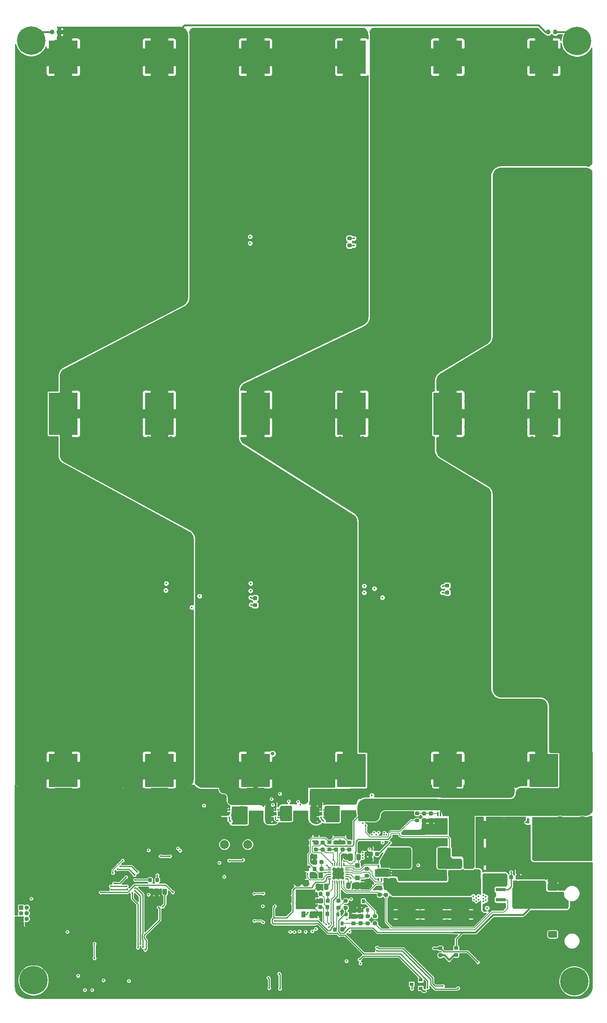
<source format=gbr>
G04 #@! TF.GenerationSoftware,KiCad,Pcbnew,(5.1.8)-1*
G04 #@! TF.CreationDate,2020-11-22T12:56:38-03:30*
G04 #@! TF.ProjectId,chum-bucket,6368756d-2d62-4756-936b-65742e6b6963,rev?*
G04 #@! TF.SameCoordinates,Original*
G04 #@! TF.FileFunction,Copper,L4,Bot*
G04 #@! TF.FilePolarity,Positive*
%FSLAX46Y46*%
G04 Gerber Fmt 4.6, Leading zero omitted, Abs format (unit mm)*
G04 Created by KiCad (PCBNEW (5.1.8)-1) date 2020-11-22 12:56:38*
%MOMM*%
%LPD*%
G01*
G04 APERTURE LIST*
G04 #@! TA.AperFunction,ComponentPad*
%ADD10C,0.500000*%
G04 #@! TD*
G04 #@! TA.AperFunction,SMDPad,CuDef*
%ADD11R,4.400000X4.400000*%
G04 #@! TD*
G04 #@! TA.AperFunction,SMDPad,CuDef*
%ADD12R,6.470000X7.460000*%
G04 #@! TD*
G04 #@! TA.AperFunction,ComponentPad*
%ADD13O,2.020000X1.500000*%
G04 #@! TD*
G04 #@! TA.AperFunction,SMDPad,CuDef*
%ADD14R,1.100000X1.100000*%
G04 #@! TD*
G04 #@! TA.AperFunction,ComponentPad*
%ADD15R,1.000000X1.000000*%
G04 #@! TD*
G04 #@! TA.AperFunction,ComponentPad*
%ADD16O,1.000000X1.000000*%
G04 #@! TD*
G04 #@! TA.AperFunction,SMDPad,CuDef*
%ADD17R,0.800000X0.900000*%
G04 #@! TD*
G04 #@! TA.AperFunction,SMDPad,CuDef*
%ADD18R,0.405000X0.990000*%
G04 #@! TD*
G04 #@! TA.AperFunction,SMDPad,CuDef*
%ADD19C,0.100000*%
G04 #@! TD*
G04 #@! TA.AperFunction,SMDPad,CuDef*
%ADD20R,0.900000X0.800000*%
G04 #@! TD*
G04 #@! TA.AperFunction,SMDPad,CuDef*
%ADD21R,0.230000X0.820000*%
G04 #@! TD*
G04 #@! TA.AperFunction,SMDPad,CuDef*
%ADD22R,0.950000X1.000000*%
G04 #@! TD*
G04 #@! TA.AperFunction,SMDPad,CuDef*
%ADD23R,0.300000X0.325000*%
G04 #@! TD*
G04 #@! TA.AperFunction,SMDPad,CuDef*
%ADD24R,0.610000X1.270000*%
G04 #@! TD*
G04 #@! TA.AperFunction,SMDPad,CuDef*
%ADD25R,0.610000X1.020000*%
G04 #@! TD*
G04 #@! TA.AperFunction,SMDPad,CuDef*
%ADD26R,3.910000X3.810000*%
G04 #@! TD*
G04 #@! TA.AperFunction,SMDPad,CuDef*
%ADD27C,1.000000*%
G04 #@! TD*
G04 #@! TA.AperFunction,ComponentPad*
%ADD28C,2.000000*%
G04 #@! TD*
G04 #@! TA.AperFunction,SMDPad,CuDef*
%ADD29R,2.200000X0.800000*%
G04 #@! TD*
G04 #@! TA.AperFunction,SMDPad,CuDef*
%ADD30R,6.400000X5.800000*%
G04 #@! TD*
G04 #@! TA.AperFunction,SMDPad,CuDef*
%ADD31R,2.450000X2.450000*%
G04 #@! TD*
G04 #@! TA.AperFunction,SMDPad,CuDef*
%ADD32R,0.440000X0.650000*%
G04 #@! TD*
G04 #@! TA.AperFunction,SMDPad,CuDef*
%ADD33R,2.800000X1.900000*%
G04 #@! TD*
G04 #@! TA.AperFunction,SMDPad,CuDef*
%ADD34R,1.090000X0.650000*%
G04 #@! TD*
G04 #@! TA.AperFunction,SMDPad,CuDef*
%ADD35R,0.350000X0.300000*%
G04 #@! TD*
G04 #@! TA.AperFunction,SMDPad,CuDef*
%ADD36R,2.950000X4.500000*%
G04 #@! TD*
G04 #@! TA.AperFunction,ComponentPad*
%ADD37C,2.750000*%
G04 #@! TD*
G04 #@! TA.AperFunction,ComponentPad*
%ADD38C,0.800000*%
G04 #@! TD*
G04 #@! TA.AperFunction,ComponentPad*
%ADD39C,6.400000*%
G04 #@! TD*
G04 #@! TA.AperFunction,ViaPad*
%ADD40C,0.800000*%
G04 #@! TD*
G04 #@! TA.AperFunction,ViaPad*
%ADD41C,0.450000*%
G04 #@! TD*
G04 #@! TA.AperFunction,Conductor*
%ADD42C,0.200000*%
G04 #@! TD*
G04 #@! TA.AperFunction,Conductor*
%ADD43C,0.250000*%
G04 #@! TD*
G04 #@! TA.AperFunction,Conductor*
%ADD44C,0.400000*%
G04 #@! TD*
G04 #@! TA.AperFunction,Conductor*
%ADD45C,1.000000*%
G04 #@! TD*
G04 #@! TA.AperFunction,Conductor*
%ADD46C,0.254000*%
G04 #@! TD*
G04 #@! TA.AperFunction,Conductor*
%ADD47C,0.100000*%
G04 #@! TD*
G04 APERTURE END LIST*
D10*
X143600000Y-229400000D03*
X143600000Y-227400000D03*
X145400000Y-227400000D03*
X145400000Y-229400000D03*
X146400000Y-228400000D03*
X142800000Y-228400000D03*
X144600000Y-226600000D03*
X142800000Y-226600000D03*
X146400000Y-226600000D03*
X146400000Y-230200000D03*
X144600000Y-230200000D03*
X142800000Y-230200000D03*
X144600000Y-228400000D03*
D11*
X144600000Y-228400000D03*
D12*
X176600000Y-38660000D03*
X176600000Y-118000000D03*
X154950000Y-38660000D03*
X154950000Y-118000000D03*
X133300000Y-38660000D03*
X133300000Y-118000000D03*
X111650000Y-38660000D03*
X111650000Y-118000000D03*
X90000000Y-38660000D03*
X90000000Y-118000000D03*
X90000000Y-199340000D03*
X90000000Y-120000000D03*
X111650000Y-199340000D03*
X111650000Y-120000000D03*
X133300000Y-199340000D03*
X133300000Y-120000000D03*
X154950000Y-199340000D03*
X154950000Y-120000000D03*
X176600000Y-199340000D03*
X176600000Y-120000000D03*
X198250000Y-38660000D03*
X198250000Y-118000000D03*
X198250000Y-199340000D03*
X198250000Y-120000000D03*
G04 #@! TA.AperFunction,ComponentPad*
G36*
G01*
X199493600Y-224802000D02*
X201013600Y-224802000D01*
G75*
G02*
X201263600Y-225052000I0J-250000D01*
G01*
X201263600Y-226052000D01*
G75*
G02*
X201013600Y-226302000I-250000J0D01*
G01*
X199493600Y-226302000D01*
G75*
G02*
X199243600Y-226052000I0J250000D01*
G01*
X199243600Y-225052000D01*
G75*
G02*
X199493600Y-224802000I250000J0D01*
G01*
G37*
G04 #@! TD.AperFunction*
D13*
X200253600Y-228552000D03*
G04 #@! TA.AperFunction,ComponentPad*
G36*
G01*
X199493600Y-235520800D02*
X201013600Y-235520800D01*
G75*
G02*
X201263600Y-235770800I0J-250000D01*
G01*
X201263600Y-236770800D01*
G75*
G02*
X201013600Y-237020800I-250000J0D01*
G01*
X199493600Y-237020800D01*
G75*
G02*
X199243600Y-236770800I0J250000D01*
G01*
X199243600Y-235770800D01*
G75*
G02*
X199493600Y-235520800I250000J0D01*
G01*
G37*
G04 #@! TD.AperFunction*
X200253600Y-239270800D03*
G04 #@! TA.AperFunction,SMDPad,CuDef*
G36*
G01*
X87062500Y-33256250D02*
X87062500Y-32743750D01*
G75*
G02*
X87281250Y-32525000I218750J0D01*
G01*
X87718750Y-32525000D01*
G75*
G02*
X87937500Y-32743750I0J-218750D01*
G01*
X87937500Y-33256250D01*
G75*
G02*
X87718750Y-33475000I-218750J0D01*
G01*
X87281250Y-33475000D01*
G75*
G02*
X87062500Y-33256250I0J218750D01*
G01*
G37*
G04 #@! TD.AperFunction*
G04 #@! TA.AperFunction,SMDPad,CuDef*
G36*
G01*
X88637500Y-33256250D02*
X88637500Y-32743750D01*
G75*
G02*
X88856250Y-32525000I218750J0D01*
G01*
X89293750Y-32525000D01*
G75*
G02*
X89512500Y-32743750I0J-218750D01*
G01*
X89512500Y-33256250D01*
G75*
G02*
X89293750Y-33475000I-218750J0D01*
G01*
X88856250Y-33475000D01*
G75*
G02*
X88637500Y-33256250I0J218750D01*
G01*
G37*
G04 #@! TD.AperFunction*
G04 #@! TA.AperFunction,SMDPad,CuDef*
G36*
G01*
X199687500Y-32743750D02*
X199687500Y-33256250D01*
G75*
G02*
X199468750Y-33475000I-218750J0D01*
G01*
X199031250Y-33475000D01*
G75*
G02*
X198812500Y-33256250I0J218750D01*
G01*
X198812500Y-32743750D01*
G75*
G02*
X199031250Y-32525000I218750J0D01*
G01*
X199468750Y-32525000D01*
G75*
G02*
X199687500Y-32743750I0J-218750D01*
G01*
G37*
G04 #@! TD.AperFunction*
G04 #@! TA.AperFunction,SMDPad,CuDef*
G36*
G01*
X201262500Y-32743750D02*
X201262500Y-33256250D01*
G75*
G02*
X201043750Y-33475000I-218750J0D01*
G01*
X200606250Y-33475000D01*
G75*
G02*
X200387500Y-33256250I0J218750D01*
G01*
X200387500Y-32743750D01*
G75*
G02*
X200606250Y-32525000I218750J0D01*
G01*
X201043750Y-32525000D01*
G75*
G02*
X201262500Y-32743750I0J-218750D01*
G01*
G37*
G04 #@! TD.AperFunction*
G04 #@! TA.AperFunction,SMDPad,CuDef*
G36*
G01*
X147512500Y-223456250D02*
X147512500Y-222543750D01*
G75*
G02*
X147756250Y-222300000I243750J0D01*
G01*
X148243750Y-222300000D01*
G75*
G02*
X148487500Y-222543750I0J-243750D01*
G01*
X148487500Y-223456250D01*
G75*
G02*
X148243750Y-223700000I-243750J0D01*
G01*
X147756250Y-223700000D01*
G75*
G02*
X147512500Y-223456250I0J243750D01*
G01*
G37*
G04 #@! TD.AperFunction*
G04 #@! TA.AperFunction,SMDPad,CuDef*
G36*
G01*
X145637500Y-223456250D02*
X145637500Y-222543750D01*
G75*
G02*
X145881250Y-222300000I243750J0D01*
G01*
X146368750Y-222300000D01*
G75*
G02*
X146612500Y-222543750I0J-243750D01*
G01*
X146612500Y-223456250D01*
G75*
G02*
X146368750Y-223700000I-243750J0D01*
G01*
X145881250Y-223700000D01*
G75*
G02*
X145637500Y-223456250I0J243750D01*
G01*
G37*
G04 #@! TD.AperFunction*
G04 #@! TA.AperFunction,SMDPad,CuDef*
G36*
G01*
X154744000Y-224841750D02*
X154744000Y-225754250D01*
G75*
G02*
X154500250Y-225998000I-243750J0D01*
G01*
X154012750Y-225998000D01*
G75*
G02*
X153769000Y-225754250I0J243750D01*
G01*
X153769000Y-224841750D01*
G75*
G02*
X154012750Y-224598000I243750J0D01*
G01*
X154500250Y-224598000D01*
G75*
G02*
X154744000Y-224841750I0J-243750D01*
G01*
G37*
G04 #@! TD.AperFunction*
G04 #@! TA.AperFunction,SMDPad,CuDef*
G36*
G01*
X156619000Y-224841750D02*
X156619000Y-225754250D01*
G75*
G02*
X156375250Y-225998000I-243750J0D01*
G01*
X155887750Y-225998000D01*
G75*
G02*
X155644000Y-225754250I0J243750D01*
G01*
X155644000Y-224841750D01*
G75*
G02*
X155887750Y-224598000I243750J0D01*
G01*
X156375250Y-224598000D01*
G75*
G02*
X156619000Y-224841750I0J-243750D01*
G01*
G37*
G04 #@! TD.AperFunction*
G04 #@! TA.AperFunction,SMDPad,CuDef*
G36*
G01*
X161033750Y-225343000D02*
X161546250Y-225343000D01*
G75*
G02*
X161765000Y-225561750I0J-218750D01*
G01*
X161765000Y-225999250D01*
G75*
G02*
X161546250Y-226218000I-218750J0D01*
G01*
X161033750Y-226218000D01*
G75*
G02*
X160815000Y-225999250I0J218750D01*
G01*
X160815000Y-225561750D01*
G75*
G02*
X161033750Y-225343000I218750J0D01*
G01*
G37*
G04 #@! TD.AperFunction*
G04 #@! TA.AperFunction,SMDPad,CuDef*
G36*
G01*
X161033750Y-226918000D02*
X161546250Y-226918000D01*
G75*
G02*
X161765000Y-227136750I0J-218750D01*
G01*
X161765000Y-227574250D01*
G75*
G02*
X161546250Y-227793000I-218750J0D01*
G01*
X161033750Y-227793000D01*
G75*
G02*
X160815000Y-227574250I0J218750D01*
G01*
X160815000Y-227136750D01*
G75*
G02*
X161033750Y-226918000I218750J0D01*
G01*
G37*
G04 #@! TD.AperFunction*
G04 #@! TA.AperFunction,SMDPad,CuDef*
G36*
G01*
X162443750Y-225375000D02*
X162956250Y-225375000D01*
G75*
G02*
X163175000Y-225593750I0J-218750D01*
G01*
X163175000Y-226031250D01*
G75*
G02*
X162956250Y-226250000I-218750J0D01*
G01*
X162443750Y-226250000D01*
G75*
G02*
X162225000Y-226031250I0J218750D01*
G01*
X162225000Y-225593750D01*
G75*
G02*
X162443750Y-225375000I218750J0D01*
G01*
G37*
G04 #@! TD.AperFunction*
G04 #@! TA.AperFunction,SMDPad,CuDef*
G36*
G01*
X162443750Y-226950000D02*
X162956250Y-226950000D01*
G75*
G02*
X163175000Y-227168750I0J-218750D01*
G01*
X163175000Y-227606250D01*
G75*
G02*
X162956250Y-227825000I-218750J0D01*
G01*
X162443750Y-227825000D01*
G75*
G02*
X162225000Y-227606250I0J218750D01*
G01*
X162225000Y-227168750D01*
G75*
G02*
X162443750Y-226950000I218750J0D01*
G01*
G37*
G04 #@! TD.AperFunction*
G04 #@! TA.AperFunction,SMDPad,CuDef*
G36*
G01*
X170972000Y-230843500D02*
X175872000Y-230843500D01*
G75*
G02*
X176122000Y-231093500I0J-250000D01*
G01*
X176122000Y-232393500D01*
G75*
G02*
X175872000Y-232643500I-250000J0D01*
G01*
X170972000Y-232643500D01*
G75*
G02*
X170722000Y-232393500I0J250000D01*
G01*
X170722000Y-231093500D01*
G75*
G02*
X170972000Y-230843500I250000J0D01*
G01*
G37*
G04 #@! TD.AperFunction*
G04 #@! TA.AperFunction,SMDPad,CuDef*
G36*
G01*
X170972000Y-225743500D02*
X175872000Y-225743500D01*
G75*
G02*
X176122000Y-225993500I0J-250000D01*
G01*
X176122000Y-227293500D01*
G75*
G02*
X175872000Y-227543500I-250000J0D01*
G01*
X170972000Y-227543500D01*
G75*
G02*
X170722000Y-227293500I0J250000D01*
G01*
X170722000Y-225993500D01*
G75*
G02*
X170972000Y-225743500I250000J0D01*
G01*
G37*
G04 #@! TD.AperFunction*
G04 #@! TA.AperFunction,SMDPad,CuDef*
G36*
G01*
X149725000Y-225095750D02*
X149725000Y-226008250D01*
G75*
G02*
X149481250Y-226252000I-243750J0D01*
G01*
X148993750Y-226252000D01*
G75*
G02*
X148750000Y-226008250I0J243750D01*
G01*
X148750000Y-225095750D01*
G75*
G02*
X148993750Y-224852000I243750J0D01*
G01*
X149481250Y-224852000D01*
G75*
G02*
X149725000Y-225095750I0J-243750D01*
G01*
G37*
G04 #@! TD.AperFunction*
G04 #@! TA.AperFunction,SMDPad,CuDef*
G36*
G01*
X147850000Y-225095750D02*
X147850000Y-226008250D01*
G75*
G02*
X147606250Y-226252000I-243750J0D01*
G01*
X147118750Y-226252000D01*
G75*
G02*
X146875000Y-226008250I0J243750D01*
G01*
X146875000Y-225095750D01*
G75*
G02*
X147118750Y-224852000I243750J0D01*
G01*
X147606250Y-224852000D01*
G75*
G02*
X147850000Y-225095750I0J-243750D01*
G01*
G37*
G04 #@! TD.AperFunction*
G04 #@! TA.AperFunction,SMDPad,CuDef*
G36*
G01*
X154162500Y-219356250D02*
X154162500Y-218443750D01*
G75*
G02*
X154406250Y-218200000I243750J0D01*
G01*
X154893750Y-218200000D01*
G75*
G02*
X155137500Y-218443750I0J-243750D01*
G01*
X155137500Y-219356250D01*
G75*
G02*
X154893750Y-219600000I-243750J0D01*
G01*
X154406250Y-219600000D01*
G75*
G02*
X154162500Y-219356250I0J243750D01*
G01*
G37*
G04 #@! TD.AperFunction*
G04 #@! TA.AperFunction,SMDPad,CuDef*
G36*
G01*
X156037500Y-219356250D02*
X156037500Y-218443750D01*
G75*
G02*
X156281250Y-218200000I243750J0D01*
G01*
X156768750Y-218200000D01*
G75*
G02*
X157012500Y-218443750I0J-243750D01*
G01*
X157012500Y-219356250D01*
G75*
G02*
X156768750Y-219600000I-243750J0D01*
G01*
X156281250Y-219600000D01*
G75*
G02*
X156037500Y-219356250I0J243750D01*
G01*
G37*
G04 #@! TD.AperFunction*
G04 #@! TA.AperFunction,SMDPad,CuDef*
G36*
G01*
X176941000Y-225743500D02*
X181841000Y-225743500D01*
G75*
G02*
X182091000Y-225993500I0J-250000D01*
G01*
X182091000Y-227293500D01*
G75*
G02*
X181841000Y-227543500I-250000J0D01*
G01*
X176941000Y-227543500D01*
G75*
G02*
X176691000Y-227293500I0J250000D01*
G01*
X176691000Y-225993500D01*
G75*
G02*
X176941000Y-225743500I250000J0D01*
G01*
G37*
G04 #@! TD.AperFunction*
G04 #@! TA.AperFunction,SMDPad,CuDef*
G36*
G01*
X176941000Y-230843500D02*
X181841000Y-230843500D01*
G75*
G02*
X182091000Y-231093500I0J-250000D01*
G01*
X182091000Y-232393500D01*
G75*
G02*
X181841000Y-232643500I-250000J0D01*
G01*
X176941000Y-232643500D01*
G75*
G02*
X176691000Y-232393500I0J250000D01*
G01*
X176691000Y-231093500D01*
G75*
G02*
X176941000Y-230843500I250000J0D01*
G01*
G37*
G04 #@! TD.AperFunction*
G04 #@! TA.AperFunction,SMDPad,CuDef*
G36*
G01*
X158656250Y-223525000D02*
X158143750Y-223525000D01*
G75*
G02*
X157925000Y-223306250I0J218750D01*
G01*
X157925000Y-222868750D01*
G75*
G02*
X158143750Y-222650000I218750J0D01*
G01*
X158656250Y-222650000D01*
G75*
G02*
X158875000Y-222868750I0J-218750D01*
G01*
X158875000Y-223306250D01*
G75*
G02*
X158656250Y-223525000I-218750J0D01*
G01*
G37*
G04 #@! TD.AperFunction*
G04 #@! TA.AperFunction,SMDPad,CuDef*
G36*
G01*
X158656250Y-221950000D02*
X158143750Y-221950000D01*
G75*
G02*
X157925000Y-221731250I0J218750D01*
G01*
X157925000Y-221293750D01*
G75*
G02*
X158143750Y-221075000I218750J0D01*
G01*
X158656250Y-221075000D01*
G75*
G02*
X158875000Y-221293750I0J-218750D01*
G01*
X158875000Y-221731250D01*
G75*
G02*
X158656250Y-221950000I-218750J0D01*
G01*
G37*
G04 #@! TD.AperFunction*
G04 #@! TA.AperFunction,SMDPad,CuDef*
G36*
G01*
X164876000Y-225743500D02*
X169776000Y-225743500D01*
G75*
G02*
X170026000Y-225993500I0J-250000D01*
G01*
X170026000Y-227293500D01*
G75*
G02*
X169776000Y-227543500I-250000J0D01*
G01*
X164876000Y-227543500D01*
G75*
G02*
X164626000Y-227293500I0J250000D01*
G01*
X164626000Y-225993500D01*
G75*
G02*
X164876000Y-225743500I250000J0D01*
G01*
G37*
G04 #@! TD.AperFunction*
G04 #@! TA.AperFunction,SMDPad,CuDef*
G36*
G01*
X164876000Y-230843500D02*
X169776000Y-230843500D01*
G75*
G02*
X170026000Y-231093500I0J-250000D01*
G01*
X170026000Y-232393500D01*
G75*
G02*
X169776000Y-232643500I-250000J0D01*
G01*
X164876000Y-232643500D01*
G75*
G02*
X164626000Y-232393500I0J250000D01*
G01*
X164626000Y-231093500D01*
G75*
G02*
X164876000Y-230843500I250000J0D01*
G01*
G37*
G04 #@! TD.AperFunction*
G04 #@! TA.AperFunction,SMDPad,CuDef*
G36*
G01*
X147612500Y-228986250D02*
X147612500Y-228473750D01*
G75*
G02*
X147831250Y-228255000I218750J0D01*
G01*
X148268750Y-228255000D01*
G75*
G02*
X148487500Y-228473750I0J-218750D01*
G01*
X148487500Y-228986250D01*
G75*
G02*
X148268750Y-229205000I-218750J0D01*
G01*
X147831250Y-229205000D01*
G75*
G02*
X147612500Y-228986250I0J218750D01*
G01*
G37*
G04 #@! TD.AperFunction*
G04 #@! TA.AperFunction,SMDPad,CuDef*
G36*
G01*
X149187500Y-228986250D02*
X149187500Y-228473750D01*
G75*
G02*
X149406250Y-228255000I218750J0D01*
G01*
X149843750Y-228255000D01*
G75*
G02*
X150062500Y-228473750I0J-218750D01*
G01*
X150062500Y-228986250D01*
G75*
G02*
X149843750Y-229205000I-218750J0D01*
G01*
X149406250Y-229205000D01*
G75*
G02*
X149187500Y-228986250I0J218750D01*
G01*
G37*
G04 #@! TD.AperFunction*
G04 #@! TA.AperFunction,SMDPad,CuDef*
G36*
G01*
X146643750Y-216750000D02*
X147156250Y-216750000D01*
G75*
G02*
X147375000Y-216968750I0J-218750D01*
G01*
X147375000Y-217406250D01*
G75*
G02*
X147156250Y-217625000I-218750J0D01*
G01*
X146643750Y-217625000D01*
G75*
G02*
X146425000Y-217406250I0J218750D01*
G01*
X146425000Y-216968750D01*
G75*
G02*
X146643750Y-216750000I218750J0D01*
G01*
G37*
G04 #@! TD.AperFunction*
G04 #@! TA.AperFunction,SMDPad,CuDef*
G36*
G01*
X146643750Y-215175000D02*
X147156250Y-215175000D01*
G75*
G02*
X147375000Y-215393750I0J-218750D01*
G01*
X147375000Y-215831250D01*
G75*
G02*
X147156250Y-216050000I-218750J0D01*
G01*
X146643750Y-216050000D01*
G75*
G02*
X146425000Y-215831250I0J218750D01*
G01*
X146425000Y-215393750D01*
G75*
G02*
X146643750Y-215175000I218750J0D01*
G01*
G37*
G04 #@! TD.AperFunction*
G04 #@! TA.AperFunction,SMDPad,CuDef*
G36*
G01*
X148193750Y-215175000D02*
X148706250Y-215175000D01*
G75*
G02*
X148925000Y-215393750I0J-218750D01*
G01*
X148925000Y-215831250D01*
G75*
G02*
X148706250Y-216050000I-218750J0D01*
G01*
X148193750Y-216050000D01*
G75*
G02*
X147975000Y-215831250I0J218750D01*
G01*
X147975000Y-215393750D01*
G75*
G02*
X148193750Y-215175000I218750J0D01*
G01*
G37*
G04 #@! TD.AperFunction*
G04 #@! TA.AperFunction,SMDPad,CuDef*
G36*
G01*
X148193750Y-216750000D02*
X148706250Y-216750000D01*
G75*
G02*
X148925000Y-216968750I0J-218750D01*
G01*
X148925000Y-217406250D01*
G75*
G02*
X148706250Y-217625000I-218750J0D01*
G01*
X148193750Y-217625000D01*
G75*
G02*
X147975000Y-217406250I0J218750D01*
G01*
X147975000Y-216968750D01*
G75*
G02*
X148193750Y-216750000I218750J0D01*
G01*
G37*
G04 #@! TD.AperFunction*
G04 #@! TA.AperFunction,SMDPad,CuDef*
G36*
G01*
X185556000Y-215175000D02*
X185556000Y-210275000D01*
G75*
G02*
X185806000Y-210025000I250000J0D01*
G01*
X187106000Y-210025000D01*
G75*
G02*
X187356000Y-210275000I0J-250000D01*
G01*
X187356000Y-215175000D01*
G75*
G02*
X187106000Y-215425000I-250000J0D01*
G01*
X185806000Y-215425000D01*
G75*
G02*
X185556000Y-215175000I0J250000D01*
G01*
G37*
G04 #@! TD.AperFunction*
G04 #@! TA.AperFunction,SMDPad,CuDef*
G36*
G01*
X180456000Y-215175000D02*
X180456000Y-210275000D01*
G75*
G02*
X180706000Y-210025000I250000J0D01*
G01*
X182006000Y-210025000D01*
G75*
G02*
X182256000Y-210275000I0J-250000D01*
G01*
X182256000Y-215175000D01*
G75*
G02*
X182006000Y-215425000I-250000J0D01*
G01*
X180706000Y-215425000D01*
G75*
G02*
X180456000Y-215175000I0J250000D01*
G01*
G37*
G04 #@! TD.AperFunction*
G04 #@! TA.AperFunction,SMDPad,CuDef*
G36*
G01*
X180446000Y-221144000D02*
X180446000Y-216244000D01*
G75*
G02*
X180696000Y-215994000I250000J0D01*
G01*
X181996000Y-215994000D01*
G75*
G02*
X182246000Y-216244000I0J-250000D01*
G01*
X182246000Y-221144000D01*
G75*
G02*
X181996000Y-221394000I-250000J0D01*
G01*
X180696000Y-221394000D01*
G75*
G02*
X180446000Y-221144000I0J250000D01*
G01*
G37*
G04 #@! TD.AperFunction*
G04 #@! TA.AperFunction,SMDPad,CuDef*
G36*
G01*
X185546000Y-221144000D02*
X185546000Y-216244000D01*
G75*
G02*
X185796000Y-215994000I250000J0D01*
G01*
X187096000Y-215994000D01*
G75*
G02*
X187346000Y-216244000I0J-250000D01*
G01*
X187346000Y-221144000D01*
G75*
G02*
X187096000Y-221394000I-250000J0D01*
G01*
X185796000Y-221394000D01*
G75*
G02*
X185546000Y-221144000I0J250000D01*
G01*
G37*
G04 #@! TD.AperFunction*
G04 #@! TA.AperFunction,SMDPad,CuDef*
G36*
G01*
X156743750Y-231762500D02*
X157256250Y-231762500D01*
G75*
G02*
X157475000Y-231981250I0J-218750D01*
G01*
X157475000Y-232418750D01*
G75*
G02*
X157256250Y-232637500I-218750J0D01*
G01*
X156743750Y-232637500D01*
G75*
G02*
X156525000Y-232418750I0J218750D01*
G01*
X156525000Y-231981250D01*
G75*
G02*
X156743750Y-231762500I218750J0D01*
G01*
G37*
G04 #@! TD.AperFunction*
G04 #@! TA.AperFunction,SMDPad,CuDef*
G36*
G01*
X156743750Y-233337500D02*
X157256250Y-233337500D01*
G75*
G02*
X157475000Y-233556250I0J-218750D01*
G01*
X157475000Y-233993750D01*
G75*
G02*
X157256250Y-234212500I-218750J0D01*
G01*
X156743750Y-234212500D01*
G75*
G02*
X156525000Y-233993750I0J218750D01*
G01*
X156525000Y-233556250D01*
G75*
G02*
X156743750Y-233337500I218750J0D01*
G01*
G37*
G04 #@! TD.AperFunction*
G04 #@! TA.AperFunction,SMDPad,CuDef*
G36*
G01*
X153244000Y-234947750D02*
X153244000Y-235460250D01*
G75*
G02*
X153025250Y-235679000I-218750J0D01*
G01*
X152587750Y-235679000D01*
G75*
G02*
X152369000Y-235460250I0J218750D01*
G01*
X152369000Y-234947750D01*
G75*
G02*
X152587750Y-234729000I218750J0D01*
G01*
X153025250Y-234729000D01*
G75*
G02*
X153244000Y-234947750I0J-218750D01*
G01*
G37*
G04 #@! TD.AperFunction*
G04 #@! TA.AperFunction,SMDPad,CuDef*
G36*
G01*
X151669000Y-234947750D02*
X151669000Y-235460250D01*
G75*
G02*
X151450250Y-235679000I-218750J0D01*
G01*
X151012750Y-235679000D01*
G75*
G02*
X150794000Y-235460250I0J218750D01*
G01*
X150794000Y-234947750D01*
G75*
G02*
X151012750Y-234729000I218750J0D01*
G01*
X151450250Y-234729000D01*
G75*
G02*
X151669000Y-234947750I0J-218750D01*
G01*
G37*
G04 #@! TD.AperFunction*
G04 #@! TA.AperFunction,SMDPad,CuDef*
G36*
G01*
X158675000Y-218442250D02*
X158675000Y-217929750D01*
G75*
G02*
X158893750Y-217711000I218750J0D01*
G01*
X159331250Y-217711000D01*
G75*
G02*
X159550000Y-217929750I0J-218750D01*
G01*
X159550000Y-218442250D01*
G75*
G02*
X159331250Y-218661000I-218750J0D01*
G01*
X158893750Y-218661000D01*
G75*
G02*
X158675000Y-218442250I0J218750D01*
G01*
G37*
G04 #@! TD.AperFunction*
G04 #@! TA.AperFunction,SMDPad,CuDef*
G36*
G01*
X160250000Y-218442250D02*
X160250000Y-217929750D01*
G75*
G02*
X160468750Y-217711000I218750J0D01*
G01*
X160906250Y-217711000D01*
G75*
G02*
X161125000Y-217929750I0J-218750D01*
G01*
X161125000Y-218442250D01*
G75*
G02*
X160906250Y-218661000I-218750J0D01*
G01*
X160468750Y-218661000D01*
G75*
G02*
X160250000Y-218442250I0J218750D01*
G01*
G37*
G04 #@! TD.AperFunction*
G04 #@! TA.AperFunction,SMDPad,CuDef*
G36*
G01*
X112385500Y-227151250D02*
X112385500Y-226238750D01*
G75*
G02*
X112629250Y-225995000I243750J0D01*
G01*
X113116750Y-225995000D01*
G75*
G02*
X113360500Y-226238750I0J-243750D01*
G01*
X113360500Y-227151250D01*
G75*
G02*
X113116750Y-227395000I-243750J0D01*
G01*
X112629250Y-227395000D01*
G75*
G02*
X112385500Y-227151250I0J243750D01*
G01*
G37*
G04 #@! TD.AperFunction*
G04 #@! TA.AperFunction,SMDPad,CuDef*
G36*
G01*
X110510500Y-227151250D02*
X110510500Y-226238750D01*
G75*
G02*
X110754250Y-225995000I243750J0D01*
G01*
X111241750Y-225995000D01*
G75*
G02*
X111485500Y-226238750I0J-243750D01*
G01*
X111485500Y-227151250D01*
G75*
G02*
X111241750Y-227395000I-243750J0D01*
G01*
X110754250Y-227395000D01*
G75*
G02*
X110510500Y-227151250I0J243750D01*
G01*
G37*
G04 #@! TD.AperFunction*
G04 #@! TA.AperFunction,SMDPad,CuDef*
G36*
G01*
X145532500Y-232231250D02*
X145532500Y-231318750D01*
G75*
G02*
X145776250Y-231075000I243750J0D01*
G01*
X146263750Y-231075000D01*
G75*
G02*
X146507500Y-231318750I0J-243750D01*
G01*
X146507500Y-232231250D01*
G75*
G02*
X146263750Y-232475000I-243750J0D01*
G01*
X145776250Y-232475000D01*
G75*
G02*
X145532500Y-232231250I0J243750D01*
G01*
G37*
G04 #@! TD.AperFunction*
G04 #@! TA.AperFunction,SMDPad,CuDef*
G36*
G01*
X143657500Y-232231250D02*
X143657500Y-231318750D01*
G75*
G02*
X143901250Y-231075000I243750J0D01*
G01*
X144388750Y-231075000D01*
G75*
G02*
X144632500Y-231318750I0J-243750D01*
G01*
X144632500Y-232231250D01*
G75*
G02*
X144388750Y-232475000I-243750J0D01*
G01*
X143901250Y-232475000D01*
G75*
G02*
X143657500Y-232231250I0J243750D01*
G01*
G37*
G04 #@! TD.AperFunction*
D14*
X156250000Y-223600000D03*
X156250000Y-220800000D03*
D15*
X80500000Y-230250000D03*
D16*
X81770000Y-230250000D03*
X80500000Y-231520000D03*
X81770000Y-231520000D03*
X80500000Y-232790000D03*
X81770000Y-232790000D03*
D17*
X157600000Y-228800000D03*
X156650000Y-230800000D03*
X158550000Y-230800000D03*
X151850000Y-231800000D03*
X153750000Y-231800000D03*
X152800000Y-233800000D03*
D18*
X175030000Y-209177000D03*
X174370000Y-209177000D03*
G04 #@! TA.AperFunction,SMDPad,CuDef*
D19*
G36*
X176147500Y-212542000D02*
G01*
X176147500Y-212032000D01*
X175892500Y-212032000D01*
X175892500Y-212542000D01*
X175487500Y-212542000D01*
X175487500Y-212032000D01*
X175232500Y-212032000D01*
X175232500Y-212542000D01*
X174827500Y-212542000D01*
X174827500Y-212032000D01*
X174572500Y-212032000D01*
X174572500Y-212542000D01*
X174165000Y-212542000D01*
X174165000Y-211782000D01*
X174242500Y-211782000D01*
X174242500Y-210307000D01*
X176477500Y-210307000D01*
X176477500Y-211782000D01*
X176555000Y-211782000D01*
X176555000Y-212542000D01*
X176147500Y-212542000D01*
G37*
G04 #@! TD.AperFunction*
D18*
X175690000Y-209177000D03*
X176350000Y-209177000D03*
D20*
X170500000Y-246550000D03*
X170500000Y-248450000D03*
X168500000Y-247500000D03*
D21*
X148065000Y-209100000D03*
D22*
X149075000Y-209100000D03*
D23*
X148100000Y-208237500D03*
X149400000Y-208237500D03*
X148750000Y-208237500D03*
X148100000Y-209962500D03*
X149400000Y-209962500D03*
X148750000Y-209962500D03*
X138450000Y-209962500D03*
X139100000Y-209962500D03*
X137800000Y-209962500D03*
X138450000Y-208237500D03*
X139100000Y-208237500D03*
X137800000Y-208237500D03*
D22*
X138775000Y-209100000D03*
D21*
X137765000Y-209100000D03*
D23*
X128050000Y-209962500D03*
X128700000Y-209962500D03*
X127400000Y-209962500D03*
X128050000Y-208237500D03*
X128700000Y-208237500D03*
X127400000Y-208237500D03*
D22*
X128375000Y-209100000D03*
D21*
X127365000Y-209100000D03*
D24*
X194691000Y-210742000D03*
D25*
X197231000Y-205277000D03*
D24*
X195961000Y-210742000D03*
X198501000Y-210742000D03*
D25*
X194691000Y-205277000D03*
D26*
X196596000Y-207382000D03*
D25*
X198501000Y-205277000D03*
X195961000Y-205277000D03*
D24*
X197231000Y-210742000D03*
G04 #@! TA.AperFunction,SMDPad,CuDef*
G36*
G01*
X146175000Y-221806250D02*
X146175000Y-221293750D01*
G75*
G02*
X146393750Y-221075000I218750J0D01*
G01*
X146831250Y-221075000D01*
G75*
G02*
X147050000Y-221293750I0J-218750D01*
G01*
X147050000Y-221806250D01*
G75*
G02*
X146831250Y-222025000I-218750J0D01*
G01*
X146393750Y-222025000D01*
G75*
G02*
X146175000Y-221806250I0J218750D01*
G01*
G37*
G04 #@! TD.AperFunction*
G04 #@! TA.AperFunction,SMDPad,CuDef*
G36*
G01*
X147750000Y-221806250D02*
X147750000Y-221293750D01*
G75*
G02*
X147968750Y-221075000I218750J0D01*
G01*
X148406250Y-221075000D01*
G75*
G02*
X148625000Y-221293750I0J-218750D01*
G01*
X148625000Y-221806250D01*
G75*
G02*
X148406250Y-222025000I-218750J0D01*
G01*
X147968750Y-222025000D01*
G75*
G02*
X147750000Y-221806250I0J218750D01*
G01*
G37*
G04 #@! TD.AperFunction*
G04 #@! TA.AperFunction,SMDPad,CuDef*
G36*
G01*
X147050000Y-219743750D02*
X147050000Y-220256250D01*
G75*
G02*
X146831250Y-220475000I-218750J0D01*
G01*
X146393750Y-220475000D01*
G75*
G02*
X146175000Y-220256250I0J218750D01*
G01*
X146175000Y-219743750D01*
G75*
G02*
X146393750Y-219525000I218750J0D01*
G01*
X146831250Y-219525000D01*
G75*
G02*
X147050000Y-219743750I0J-218750D01*
G01*
G37*
G04 #@! TD.AperFunction*
G04 #@! TA.AperFunction,SMDPad,CuDef*
G36*
G01*
X148625000Y-219743750D02*
X148625000Y-220256250D01*
G75*
G02*
X148406250Y-220475000I-218750J0D01*
G01*
X147968750Y-220475000D01*
G75*
G02*
X147750000Y-220256250I0J218750D01*
G01*
X147750000Y-219743750D01*
G75*
G02*
X147968750Y-219525000I218750J0D01*
G01*
X148406250Y-219525000D01*
G75*
G02*
X148625000Y-219743750I0J-218750D01*
G01*
G37*
G04 #@! TD.AperFunction*
G04 #@! TA.AperFunction,SMDPad,CuDef*
G36*
G01*
X149693750Y-216700000D02*
X150206250Y-216700000D01*
G75*
G02*
X150425000Y-216918750I0J-218750D01*
G01*
X150425000Y-217356250D01*
G75*
G02*
X150206250Y-217575000I-218750J0D01*
G01*
X149693750Y-217575000D01*
G75*
G02*
X149475000Y-217356250I0J218750D01*
G01*
X149475000Y-216918750D01*
G75*
G02*
X149693750Y-216700000I218750J0D01*
G01*
G37*
G04 #@! TD.AperFunction*
G04 #@! TA.AperFunction,SMDPad,CuDef*
G36*
G01*
X149693750Y-215125000D02*
X150206250Y-215125000D01*
G75*
G02*
X150425000Y-215343750I0J-218750D01*
G01*
X150425000Y-215781250D01*
G75*
G02*
X150206250Y-216000000I-218750J0D01*
G01*
X149693750Y-216000000D01*
G75*
G02*
X149475000Y-215781250I0J218750D01*
G01*
X149475000Y-215343750D01*
G75*
G02*
X149693750Y-215125000I218750J0D01*
G01*
G37*
G04 #@! TD.AperFunction*
G04 #@! TA.AperFunction,SMDPad,CuDef*
G36*
G01*
X151706250Y-217612500D02*
X151193750Y-217612500D01*
G75*
G02*
X150975000Y-217393750I0J218750D01*
G01*
X150975000Y-216956250D01*
G75*
G02*
X151193750Y-216737500I218750J0D01*
G01*
X151706250Y-216737500D01*
G75*
G02*
X151925000Y-216956250I0J-218750D01*
G01*
X151925000Y-217393750D01*
G75*
G02*
X151706250Y-217612500I-218750J0D01*
G01*
G37*
G04 #@! TD.AperFunction*
G04 #@! TA.AperFunction,SMDPad,CuDef*
G36*
G01*
X151706250Y-216037500D02*
X151193750Y-216037500D01*
G75*
G02*
X150975000Y-215818750I0J218750D01*
G01*
X150975000Y-215381250D01*
G75*
G02*
X151193750Y-215162500I218750J0D01*
G01*
X151706250Y-215162500D01*
G75*
G02*
X151925000Y-215381250I0J-218750D01*
G01*
X151925000Y-215818750D01*
G75*
G02*
X151706250Y-216037500I-218750J0D01*
G01*
G37*
G04 #@! TD.AperFunction*
G04 #@! TA.AperFunction,SMDPad,CuDef*
G36*
G01*
X154193750Y-215162500D02*
X154706250Y-215162500D01*
G75*
G02*
X154925000Y-215381250I0J-218750D01*
G01*
X154925000Y-215818750D01*
G75*
G02*
X154706250Y-216037500I-218750J0D01*
G01*
X154193750Y-216037500D01*
G75*
G02*
X153975000Y-215818750I0J218750D01*
G01*
X153975000Y-215381250D01*
G75*
G02*
X154193750Y-215162500I218750J0D01*
G01*
G37*
G04 #@! TD.AperFunction*
G04 #@! TA.AperFunction,SMDPad,CuDef*
G36*
G01*
X154193750Y-216737500D02*
X154706250Y-216737500D01*
G75*
G02*
X154925000Y-216956250I0J-218750D01*
G01*
X154925000Y-217393750D01*
G75*
G02*
X154706250Y-217612500I-218750J0D01*
G01*
X154193750Y-217612500D01*
G75*
G02*
X153975000Y-217393750I0J218750D01*
G01*
X153975000Y-216956250D01*
G75*
G02*
X154193750Y-216737500I218750J0D01*
G01*
G37*
G04 #@! TD.AperFunction*
G04 #@! TA.AperFunction,SMDPad,CuDef*
G36*
G01*
X153206250Y-216037500D02*
X152693750Y-216037500D01*
G75*
G02*
X152475000Y-215818750I0J218750D01*
G01*
X152475000Y-215381250D01*
G75*
G02*
X152693750Y-215162500I218750J0D01*
G01*
X153206250Y-215162500D01*
G75*
G02*
X153425000Y-215381250I0J-218750D01*
G01*
X153425000Y-215818750D01*
G75*
G02*
X153206250Y-216037500I-218750J0D01*
G01*
G37*
G04 #@! TD.AperFunction*
G04 #@! TA.AperFunction,SMDPad,CuDef*
G36*
G01*
X153206250Y-217612500D02*
X152693750Y-217612500D01*
G75*
G02*
X152475000Y-217393750I0J218750D01*
G01*
X152475000Y-216956250D01*
G75*
G02*
X152693750Y-216737500I218750J0D01*
G01*
X153206250Y-216737500D01*
G75*
G02*
X153425000Y-216956250I0J-218750D01*
G01*
X153425000Y-217393750D01*
G75*
G02*
X153206250Y-217612500I-218750J0D01*
G01*
G37*
G04 #@! TD.AperFunction*
G04 #@! TA.AperFunction,SMDPad,CuDef*
G36*
G01*
X192050000Y-223656250D02*
X192050000Y-223143750D01*
G75*
G02*
X192268750Y-222925000I218750J0D01*
G01*
X192706250Y-222925000D01*
G75*
G02*
X192925000Y-223143750I0J-218750D01*
G01*
X192925000Y-223656250D01*
G75*
G02*
X192706250Y-223875000I-218750J0D01*
G01*
X192268750Y-223875000D01*
G75*
G02*
X192050000Y-223656250I0J218750D01*
G01*
G37*
G04 #@! TD.AperFunction*
G04 #@! TA.AperFunction,SMDPad,CuDef*
G36*
G01*
X190475000Y-223656250D02*
X190475000Y-223143750D01*
G75*
G02*
X190693750Y-222925000I218750J0D01*
G01*
X191131250Y-222925000D01*
G75*
G02*
X191350000Y-223143750I0J-218750D01*
G01*
X191350000Y-223656250D01*
G75*
G02*
X191131250Y-223875000I-218750J0D01*
G01*
X190693750Y-223875000D01*
G75*
G02*
X190475000Y-223656250I0J218750D01*
G01*
G37*
G04 #@! TD.AperFunction*
G04 #@! TA.AperFunction,SMDPad,CuDef*
G36*
G01*
X174715750Y-240542000D02*
X175228250Y-240542000D01*
G75*
G02*
X175447000Y-240760750I0J-218750D01*
G01*
X175447000Y-241198250D01*
G75*
G02*
X175228250Y-241417000I-218750J0D01*
G01*
X174715750Y-241417000D01*
G75*
G02*
X174497000Y-241198250I0J218750D01*
G01*
X174497000Y-240760750D01*
G75*
G02*
X174715750Y-240542000I218750J0D01*
G01*
G37*
G04 #@! TD.AperFunction*
G04 #@! TA.AperFunction,SMDPad,CuDef*
G36*
G01*
X174715750Y-238967000D02*
X175228250Y-238967000D01*
G75*
G02*
X175447000Y-239185750I0J-218750D01*
G01*
X175447000Y-239623250D01*
G75*
G02*
X175228250Y-239842000I-218750J0D01*
G01*
X174715750Y-239842000D01*
G75*
G02*
X174497000Y-239623250I0J218750D01*
G01*
X174497000Y-239185750D01*
G75*
G02*
X174715750Y-238967000I218750J0D01*
G01*
G37*
G04 #@! TD.AperFunction*
G04 #@! TA.AperFunction,SMDPad,CuDef*
G36*
G01*
X178265750Y-238917000D02*
X178778250Y-238917000D01*
G75*
G02*
X178997000Y-239135750I0J-218750D01*
G01*
X178997000Y-239573250D01*
G75*
G02*
X178778250Y-239792000I-218750J0D01*
G01*
X178265750Y-239792000D01*
G75*
G02*
X178047000Y-239573250I0J218750D01*
G01*
X178047000Y-239135750D01*
G75*
G02*
X178265750Y-238917000I218750J0D01*
G01*
G37*
G04 #@! TD.AperFunction*
G04 #@! TA.AperFunction,SMDPad,CuDef*
G36*
G01*
X178265750Y-240492000D02*
X178778250Y-240492000D01*
G75*
G02*
X178997000Y-240710750I0J-218750D01*
G01*
X178997000Y-241148250D01*
G75*
G02*
X178778250Y-241367000I-218750J0D01*
G01*
X178265750Y-241367000D01*
G75*
G02*
X178047000Y-241148250I0J218750D01*
G01*
X178047000Y-240710750D01*
G75*
G02*
X178265750Y-240492000I218750J0D01*
G01*
G37*
G04 #@! TD.AperFunction*
G04 #@! TA.AperFunction,SMDPad,CuDef*
G36*
G01*
X182775000Y-226225000D02*
X182775000Y-224975000D01*
G75*
G02*
X183025000Y-224725000I250000J0D01*
G01*
X183775000Y-224725000D01*
G75*
G02*
X184025000Y-224975000I0J-250000D01*
G01*
X184025000Y-226225000D01*
G75*
G02*
X183775000Y-226475000I-250000J0D01*
G01*
X183025000Y-226475000D01*
G75*
G02*
X182775000Y-226225000I0J250000D01*
G01*
G37*
G04 #@! TD.AperFunction*
G04 #@! TA.AperFunction,SMDPad,CuDef*
G36*
G01*
X185575000Y-226225000D02*
X185575000Y-224975000D01*
G75*
G02*
X185825000Y-224725000I250000J0D01*
G01*
X186575000Y-224725000D01*
G75*
G02*
X186825000Y-224975000I0J-250000D01*
G01*
X186825000Y-226225000D01*
G75*
G02*
X186575000Y-226475000I-250000J0D01*
G01*
X185825000Y-226475000D01*
G75*
G02*
X185575000Y-226225000I0J250000D01*
G01*
G37*
G04 #@! TD.AperFunction*
G04 #@! TA.AperFunction,SMDPad,CuDef*
G36*
G01*
X149062500Y-230386250D02*
X149062500Y-229873750D01*
G75*
G02*
X149281250Y-229655000I218750J0D01*
G01*
X149718750Y-229655000D01*
G75*
G02*
X149937500Y-229873750I0J-218750D01*
G01*
X149937500Y-230386250D01*
G75*
G02*
X149718750Y-230605000I-218750J0D01*
G01*
X149281250Y-230605000D01*
G75*
G02*
X149062500Y-230386250I0J218750D01*
G01*
G37*
G04 #@! TD.AperFunction*
G04 #@! TA.AperFunction,SMDPad,CuDef*
G36*
G01*
X147487500Y-230386250D02*
X147487500Y-229873750D01*
G75*
G02*
X147706250Y-229655000I218750J0D01*
G01*
X148143750Y-229655000D01*
G75*
G02*
X148362500Y-229873750I0J-218750D01*
G01*
X148362500Y-230386250D01*
G75*
G02*
X148143750Y-230605000I-218750J0D01*
G01*
X147706250Y-230605000D01*
G75*
G02*
X147487500Y-230386250I0J218750D01*
G01*
G37*
G04 #@! TD.AperFunction*
G04 #@! TA.AperFunction,SMDPad,CuDef*
G36*
G01*
X148387500Y-231423750D02*
X148387500Y-231936250D01*
G75*
G02*
X148168750Y-232155000I-218750J0D01*
G01*
X147731250Y-232155000D01*
G75*
G02*
X147512500Y-231936250I0J218750D01*
G01*
X147512500Y-231423750D01*
G75*
G02*
X147731250Y-231205000I218750J0D01*
G01*
X148168750Y-231205000D01*
G75*
G02*
X148387500Y-231423750I0J-218750D01*
G01*
G37*
G04 #@! TD.AperFunction*
G04 #@! TA.AperFunction,SMDPad,CuDef*
G36*
G01*
X149962500Y-231423750D02*
X149962500Y-231936250D01*
G75*
G02*
X149743750Y-232155000I-218750J0D01*
G01*
X149306250Y-232155000D01*
G75*
G02*
X149087500Y-231936250I0J218750D01*
G01*
X149087500Y-231423750D01*
G75*
G02*
X149306250Y-231205000I218750J0D01*
G01*
X149743750Y-231205000D01*
G75*
G02*
X149962500Y-231423750I0J-218750D01*
G01*
G37*
G04 #@! TD.AperFunction*
G04 #@! TA.AperFunction,SMDPad,CuDef*
G36*
G01*
X149137500Y-227436250D02*
X149137500Y-226923750D01*
G75*
G02*
X149356250Y-226705000I218750J0D01*
G01*
X149793750Y-226705000D01*
G75*
G02*
X150012500Y-226923750I0J-218750D01*
G01*
X150012500Y-227436250D01*
G75*
G02*
X149793750Y-227655000I-218750J0D01*
G01*
X149356250Y-227655000D01*
G75*
G02*
X149137500Y-227436250I0J218750D01*
G01*
G37*
G04 #@! TD.AperFunction*
G04 #@! TA.AperFunction,SMDPad,CuDef*
G36*
G01*
X147562500Y-227436250D02*
X147562500Y-226923750D01*
G75*
G02*
X147781250Y-226705000I218750J0D01*
G01*
X148218750Y-226705000D01*
G75*
G02*
X148437500Y-226923750I0J-218750D01*
G01*
X148437500Y-227436250D01*
G75*
G02*
X148218750Y-227655000I-218750J0D01*
G01*
X147781250Y-227655000D01*
G75*
G02*
X147562500Y-227436250I0J218750D01*
G01*
G37*
G04 #@! TD.AperFunction*
G04 #@! TA.AperFunction,SMDPad,CuDef*
G36*
G01*
X178115000Y-219995000D02*
X179365000Y-219995000D01*
G75*
G02*
X179615000Y-220245000I0J-250000D01*
G01*
X179615000Y-220995000D01*
G75*
G02*
X179365000Y-221245000I-250000J0D01*
G01*
X178115000Y-221245000D01*
G75*
G02*
X177865000Y-220995000I0J250000D01*
G01*
X177865000Y-220245000D01*
G75*
G02*
X178115000Y-219995000I250000J0D01*
G01*
G37*
G04 #@! TD.AperFunction*
G04 #@! TA.AperFunction,SMDPad,CuDef*
G36*
G01*
X178115000Y-217195000D02*
X179365000Y-217195000D01*
G75*
G02*
X179615000Y-217445000I0J-250000D01*
G01*
X179615000Y-218195000D01*
G75*
G02*
X179365000Y-218445000I-250000J0D01*
G01*
X178115000Y-218445000D01*
G75*
G02*
X177865000Y-218195000I0J250000D01*
G01*
X177865000Y-217445000D01*
G75*
G02*
X178115000Y-217195000I250000J0D01*
G01*
G37*
G04 #@! TD.AperFunction*
G04 #@! TA.AperFunction,SMDPad,CuDef*
G36*
G01*
X158856250Y-234237500D02*
X158343750Y-234237500D01*
G75*
G02*
X158125000Y-234018750I0J218750D01*
G01*
X158125000Y-233581250D01*
G75*
G02*
X158343750Y-233362500I218750J0D01*
G01*
X158856250Y-233362500D01*
G75*
G02*
X159075000Y-233581250I0J-218750D01*
G01*
X159075000Y-234018750D01*
G75*
G02*
X158856250Y-234237500I-218750J0D01*
G01*
G37*
G04 #@! TD.AperFunction*
G04 #@! TA.AperFunction,SMDPad,CuDef*
G36*
G01*
X158856250Y-232662500D02*
X158343750Y-232662500D01*
G75*
G02*
X158125000Y-232443750I0J218750D01*
G01*
X158125000Y-232006250D01*
G75*
G02*
X158343750Y-231787500I218750J0D01*
G01*
X158856250Y-231787500D01*
G75*
G02*
X159075000Y-232006250I0J-218750D01*
G01*
X159075000Y-232443750D01*
G75*
G02*
X158856250Y-232662500I-218750J0D01*
G01*
G37*
G04 #@! TD.AperFunction*
G04 #@! TA.AperFunction,SMDPad,CuDef*
G36*
G01*
X155656250Y-234237500D02*
X155143750Y-234237500D01*
G75*
G02*
X154925000Y-234018750I0J218750D01*
G01*
X154925000Y-233581250D01*
G75*
G02*
X155143750Y-233362500I218750J0D01*
G01*
X155656250Y-233362500D01*
G75*
G02*
X155875000Y-233581250I0J-218750D01*
G01*
X155875000Y-234018750D01*
G75*
G02*
X155656250Y-234237500I-218750J0D01*
G01*
G37*
G04 #@! TD.AperFunction*
G04 #@! TA.AperFunction,SMDPad,CuDef*
G36*
G01*
X155656250Y-232662500D02*
X155143750Y-232662500D01*
G75*
G02*
X154925000Y-232443750I0J218750D01*
G01*
X154925000Y-232006250D01*
G75*
G02*
X155143750Y-231787500I218750J0D01*
G01*
X155656250Y-231787500D01*
G75*
G02*
X155875000Y-232006250I0J-218750D01*
G01*
X155875000Y-232443750D01*
G75*
G02*
X155656250Y-232662500I-218750J0D01*
G01*
G37*
G04 #@! TD.AperFunction*
G04 #@! TA.AperFunction,SMDPad,CuDef*
G36*
G01*
X153856250Y-229162500D02*
X153343750Y-229162500D01*
G75*
G02*
X153125000Y-228943750I0J218750D01*
G01*
X153125000Y-228506250D01*
G75*
G02*
X153343750Y-228287500I218750J0D01*
G01*
X153856250Y-228287500D01*
G75*
G02*
X154075000Y-228506250I0J-218750D01*
G01*
X154075000Y-228943750D01*
G75*
G02*
X153856250Y-229162500I-218750J0D01*
G01*
G37*
G04 #@! TD.AperFunction*
G04 #@! TA.AperFunction,SMDPad,CuDef*
G36*
G01*
X153856250Y-230737500D02*
X153343750Y-230737500D01*
G75*
G02*
X153125000Y-230518750I0J218750D01*
G01*
X153125000Y-230081250D01*
G75*
G02*
X153343750Y-229862500I218750J0D01*
G01*
X153856250Y-229862500D01*
G75*
G02*
X154075000Y-230081250I0J-218750D01*
G01*
X154075000Y-230518750D01*
G75*
G02*
X153856250Y-230737500I-218750J0D01*
G01*
G37*
G04 #@! TD.AperFunction*
G04 #@! TA.AperFunction,SMDPad,CuDef*
G36*
G01*
X150625000Y-210525001D02*
X150625000Y-207674999D01*
G75*
G02*
X150874999Y-207425000I249999J0D01*
G01*
X151725001Y-207425000D01*
G75*
G02*
X151975000Y-207674999I0J-249999D01*
G01*
X151975000Y-210525001D01*
G75*
G02*
X151725001Y-210775000I-249999J0D01*
G01*
X150874999Y-210775000D01*
G75*
G02*
X150625000Y-210525001I0J249999D01*
G01*
G37*
G04 #@! TD.AperFunction*
G04 #@! TA.AperFunction,SMDPad,CuDef*
G36*
G01*
X156425000Y-210525001D02*
X156425000Y-207674999D01*
G75*
G02*
X156674999Y-207425000I249999J0D01*
G01*
X157525001Y-207425000D01*
G75*
G02*
X157775000Y-207674999I0J-249999D01*
G01*
X157775000Y-210525001D01*
G75*
G02*
X157525001Y-210775000I-249999J0D01*
G01*
X156674999Y-210775000D01*
G75*
G02*
X156425000Y-210525001I0J249999D01*
G01*
G37*
G04 #@! TD.AperFunction*
G04 #@! TA.AperFunction,SMDPad,CuDef*
G36*
G01*
X145725000Y-210525001D02*
X145725000Y-207674999D01*
G75*
G02*
X145974999Y-207425000I249999J0D01*
G01*
X146825001Y-207425000D01*
G75*
G02*
X147075000Y-207674999I0J-249999D01*
G01*
X147075000Y-210525001D01*
G75*
G02*
X146825001Y-210775000I-249999J0D01*
G01*
X145974999Y-210775000D01*
G75*
G02*
X145725000Y-210525001I0J249999D01*
G01*
G37*
G04 #@! TD.AperFunction*
G04 #@! TA.AperFunction,SMDPad,CuDef*
G36*
G01*
X139925000Y-210525001D02*
X139925000Y-207674999D01*
G75*
G02*
X140174999Y-207425000I249999J0D01*
G01*
X141025001Y-207425000D01*
G75*
G02*
X141275000Y-207674999I0J-249999D01*
G01*
X141275000Y-210525001D01*
G75*
G02*
X141025001Y-210775000I-249999J0D01*
G01*
X140174999Y-210775000D01*
G75*
G02*
X139925000Y-210525001I0J249999D01*
G01*
G37*
G04 #@! TD.AperFunction*
G04 #@! TA.AperFunction,SMDPad,CuDef*
G36*
G01*
X129725000Y-210525001D02*
X129725000Y-207674999D01*
G75*
G02*
X129974999Y-207425000I249999J0D01*
G01*
X130825001Y-207425000D01*
G75*
G02*
X131075000Y-207674999I0J-249999D01*
G01*
X131075000Y-210525001D01*
G75*
G02*
X130825001Y-210775000I-249999J0D01*
G01*
X129974999Y-210775000D01*
G75*
G02*
X129725000Y-210525001I0J249999D01*
G01*
G37*
G04 #@! TD.AperFunction*
G04 #@! TA.AperFunction,SMDPad,CuDef*
G36*
G01*
X135525000Y-210525001D02*
X135525000Y-207674999D01*
G75*
G02*
X135774999Y-207425000I249999J0D01*
G01*
X136625001Y-207425000D01*
G75*
G02*
X136875000Y-207674999I0J-249999D01*
G01*
X136875000Y-210525001D01*
G75*
G02*
X136625001Y-210775000I-249999J0D01*
G01*
X135774999Y-210775000D01*
G75*
G02*
X135525000Y-210525001I0J249999D01*
G01*
G37*
G04 #@! TD.AperFunction*
G04 #@! TA.AperFunction,SMDPad,CuDef*
G36*
G01*
X160456250Y-234225000D02*
X159943750Y-234225000D01*
G75*
G02*
X159725000Y-234006250I0J218750D01*
G01*
X159725000Y-233568750D01*
G75*
G02*
X159943750Y-233350000I218750J0D01*
G01*
X160456250Y-233350000D01*
G75*
G02*
X160675000Y-233568750I0J-218750D01*
G01*
X160675000Y-234006250D01*
G75*
G02*
X160456250Y-234225000I-218750J0D01*
G01*
G37*
G04 #@! TD.AperFunction*
G04 #@! TA.AperFunction,SMDPad,CuDef*
G36*
G01*
X160456250Y-232650000D02*
X159943750Y-232650000D01*
G75*
G02*
X159725000Y-232431250I0J218750D01*
G01*
X159725000Y-231993750D01*
G75*
G02*
X159943750Y-231775000I218750J0D01*
G01*
X160456250Y-231775000D01*
G75*
G02*
X160675000Y-231993750I0J-218750D01*
G01*
X160675000Y-232431250D01*
G75*
G02*
X160456250Y-232650000I-218750J0D01*
G01*
G37*
G04 #@! TD.AperFunction*
G04 #@! TA.AperFunction,SMDPad,CuDef*
G36*
G01*
X154243750Y-80637500D02*
X154756250Y-80637500D01*
G75*
G02*
X154975000Y-80856250I0J-218750D01*
G01*
X154975000Y-81293750D01*
G75*
G02*
X154756250Y-81512500I-218750J0D01*
G01*
X154243750Y-81512500D01*
G75*
G02*
X154025000Y-81293750I0J218750D01*
G01*
X154025000Y-80856250D01*
G75*
G02*
X154243750Y-80637500I218750J0D01*
G01*
G37*
G04 #@! TD.AperFunction*
G04 #@! TA.AperFunction,SMDPad,CuDef*
G36*
G01*
X154243750Y-79062500D02*
X154756250Y-79062500D01*
G75*
G02*
X154975000Y-79281250I0J-218750D01*
G01*
X154975000Y-79718750D01*
G75*
G02*
X154756250Y-79937500I-218750J0D01*
G01*
X154243750Y-79937500D01*
G75*
G02*
X154025000Y-79718750I0J218750D01*
G01*
X154025000Y-79281250D01*
G75*
G02*
X154243750Y-79062500I218750J0D01*
G01*
G37*
G04 #@! TD.AperFunction*
G04 #@! TA.AperFunction,SMDPad,CuDef*
G36*
G01*
X133479250Y-160978000D02*
X132966750Y-160978000D01*
G75*
G02*
X132748000Y-160759250I0J218750D01*
G01*
X132748000Y-160321750D01*
G75*
G02*
X132966750Y-160103000I218750J0D01*
G01*
X133479250Y-160103000D01*
G75*
G02*
X133698000Y-160321750I0J-218750D01*
G01*
X133698000Y-160759250D01*
G75*
G02*
X133479250Y-160978000I-218750J0D01*
G01*
G37*
G04 #@! TD.AperFunction*
G04 #@! TA.AperFunction,SMDPad,CuDef*
G36*
G01*
X133479250Y-162553000D02*
X132966750Y-162553000D01*
G75*
G02*
X132748000Y-162334250I0J218750D01*
G01*
X132748000Y-161896750D01*
G75*
G02*
X132966750Y-161678000I218750J0D01*
G01*
X133479250Y-161678000D01*
G75*
G02*
X133698000Y-161896750I0J-218750D01*
G01*
X133698000Y-162334250D01*
G75*
G02*
X133479250Y-162553000I-218750J0D01*
G01*
G37*
G04 #@! TD.AperFunction*
G04 #@! TA.AperFunction,SMDPad,CuDef*
G36*
G01*
X176243750Y-158850000D02*
X176756250Y-158850000D01*
G75*
G02*
X176975000Y-159068750I0J-218750D01*
G01*
X176975000Y-159506250D01*
G75*
G02*
X176756250Y-159725000I-218750J0D01*
G01*
X176243750Y-159725000D01*
G75*
G02*
X176025000Y-159506250I0J218750D01*
G01*
X176025000Y-159068750D01*
G75*
G02*
X176243750Y-158850000I218750J0D01*
G01*
G37*
G04 #@! TD.AperFunction*
G04 #@! TA.AperFunction,SMDPad,CuDef*
G36*
G01*
X176243750Y-157275000D02*
X176756250Y-157275000D01*
G75*
G02*
X176975000Y-157493750I0J-218750D01*
G01*
X176975000Y-157931250D01*
G75*
G02*
X176756250Y-158150000I-218750J0D01*
G01*
X176243750Y-158150000D01*
G75*
G02*
X176025000Y-157931250I0J218750D01*
G01*
X176025000Y-157493750D01*
G75*
G02*
X176243750Y-157275000I218750J0D01*
G01*
G37*
G04 #@! TD.AperFunction*
D27*
X163500000Y-218800000D03*
D28*
X131572000Y-216027000D03*
X126301500Y-216027000D03*
D29*
X188586000Y-229610000D03*
X188586000Y-228470000D03*
X188586000Y-226190000D03*
X188586000Y-225050000D03*
D30*
X194886000Y-227330000D03*
G04 #@! TA.AperFunction,SMDPad,CuDef*
G36*
G01*
X153262500Y-224925000D02*
X153137500Y-224925000D01*
G75*
G02*
X153075000Y-224862500I0J62500D01*
G01*
X153075000Y-224212500D01*
G75*
G02*
X153137500Y-224150000I62500J0D01*
G01*
X153262500Y-224150000D01*
G75*
G02*
X153325000Y-224212500I0J-62500D01*
G01*
X153325000Y-224862500D01*
G75*
G02*
X153262500Y-224925000I-62500J0D01*
G01*
G37*
G04 #@! TD.AperFunction*
G04 #@! TA.AperFunction,SMDPad,CuDef*
G36*
G01*
X152762500Y-224925000D02*
X152637500Y-224925000D01*
G75*
G02*
X152575000Y-224862500I0J62500D01*
G01*
X152575000Y-224212500D01*
G75*
G02*
X152637500Y-224150000I62500J0D01*
G01*
X152762500Y-224150000D01*
G75*
G02*
X152825000Y-224212500I0J-62500D01*
G01*
X152825000Y-224862500D01*
G75*
G02*
X152762500Y-224925000I-62500J0D01*
G01*
G37*
G04 #@! TD.AperFunction*
G04 #@! TA.AperFunction,SMDPad,CuDef*
G36*
G01*
X152262500Y-224925000D02*
X152137500Y-224925000D01*
G75*
G02*
X152075000Y-224862500I0J62500D01*
G01*
X152075000Y-224212500D01*
G75*
G02*
X152137500Y-224150000I62500J0D01*
G01*
X152262500Y-224150000D01*
G75*
G02*
X152325000Y-224212500I0J-62500D01*
G01*
X152325000Y-224862500D01*
G75*
G02*
X152262500Y-224925000I-62500J0D01*
G01*
G37*
G04 #@! TD.AperFunction*
G04 #@! TA.AperFunction,SMDPad,CuDef*
G36*
G01*
X151762500Y-224925000D02*
X151637500Y-224925000D01*
G75*
G02*
X151575000Y-224862500I0J62500D01*
G01*
X151575000Y-224212500D01*
G75*
G02*
X151637500Y-224150000I62500J0D01*
G01*
X151762500Y-224150000D01*
G75*
G02*
X151825000Y-224212500I0J-62500D01*
G01*
X151825000Y-224862500D01*
G75*
G02*
X151762500Y-224925000I-62500J0D01*
G01*
G37*
G04 #@! TD.AperFunction*
G04 #@! TA.AperFunction,SMDPad,CuDef*
G36*
G01*
X151262500Y-224925000D02*
X151137500Y-224925000D01*
G75*
G02*
X151075000Y-224862500I0J62500D01*
G01*
X151075000Y-224212500D01*
G75*
G02*
X151137500Y-224150000I62500J0D01*
G01*
X151262500Y-224150000D01*
G75*
G02*
X151325000Y-224212500I0J-62500D01*
G01*
X151325000Y-224862500D01*
G75*
G02*
X151262500Y-224925000I-62500J0D01*
G01*
G37*
G04 #@! TD.AperFunction*
G04 #@! TA.AperFunction,SMDPad,CuDef*
G36*
G01*
X150762500Y-224925000D02*
X150637500Y-224925000D01*
G75*
G02*
X150575000Y-224862500I0J62500D01*
G01*
X150575000Y-224212500D01*
G75*
G02*
X150637500Y-224150000I62500J0D01*
G01*
X150762500Y-224150000D01*
G75*
G02*
X150825000Y-224212500I0J-62500D01*
G01*
X150825000Y-224862500D01*
G75*
G02*
X150762500Y-224925000I-62500J0D01*
G01*
G37*
G04 #@! TD.AperFunction*
G04 #@! TA.AperFunction,SMDPad,CuDef*
G36*
G01*
X150287500Y-223925000D02*
X149637500Y-223925000D01*
G75*
G02*
X149575000Y-223862500I0J62500D01*
G01*
X149575000Y-223737500D01*
G75*
G02*
X149637500Y-223675000I62500J0D01*
G01*
X150287500Y-223675000D01*
G75*
G02*
X150350000Y-223737500I0J-62500D01*
G01*
X150350000Y-223862500D01*
G75*
G02*
X150287500Y-223925000I-62500J0D01*
G01*
G37*
G04 #@! TD.AperFunction*
G04 #@! TA.AperFunction,SMDPad,CuDef*
G36*
G01*
X150287500Y-223425000D02*
X149637500Y-223425000D01*
G75*
G02*
X149575000Y-223362500I0J62500D01*
G01*
X149575000Y-223237500D01*
G75*
G02*
X149637500Y-223175000I62500J0D01*
G01*
X150287500Y-223175000D01*
G75*
G02*
X150350000Y-223237500I0J-62500D01*
G01*
X150350000Y-223362500D01*
G75*
G02*
X150287500Y-223425000I-62500J0D01*
G01*
G37*
G04 #@! TD.AperFunction*
G04 #@! TA.AperFunction,SMDPad,CuDef*
G36*
G01*
X150287500Y-222925000D02*
X149637500Y-222925000D01*
G75*
G02*
X149575000Y-222862500I0J62500D01*
G01*
X149575000Y-222737500D01*
G75*
G02*
X149637500Y-222675000I62500J0D01*
G01*
X150287500Y-222675000D01*
G75*
G02*
X150350000Y-222737500I0J-62500D01*
G01*
X150350000Y-222862500D01*
G75*
G02*
X150287500Y-222925000I-62500J0D01*
G01*
G37*
G04 #@! TD.AperFunction*
G04 #@! TA.AperFunction,SMDPad,CuDef*
G36*
G01*
X150287500Y-222425000D02*
X149637500Y-222425000D01*
G75*
G02*
X149575000Y-222362500I0J62500D01*
G01*
X149575000Y-222237500D01*
G75*
G02*
X149637500Y-222175000I62500J0D01*
G01*
X150287500Y-222175000D01*
G75*
G02*
X150350000Y-222237500I0J-62500D01*
G01*
X150350000Y-222362500D01*
G75*
G02*
X150287500Y-222425000I-62500J0D01*
G01*
G37*
G04 #@! TD.AperFunction*
G04 #@! TA.AperFunction,SMDPad,CuDef*
G36*
G01*
X150287500Y-221925000D02*
X149637500Y-221925000D01*
G75*
G02*
X149575000Y-221862500I0J62500D01*
G01*
X149575000Y-221737500D01*
G75*
G02*
X149637500Y-221675000I62500J0D01*
G01*
X150287500Y-221675000D01*
G75*
G02*
X150350000Y-221737500I0J-62500D01*
G01*
X150350000Y-221862500D01*
G75*
G02*
X150287500Y-221925000I-62500J0D01*
G01*
G37*
G04 #@! TD.AperFunction*
G04 #@! TA.AperFunction,SMDPad,CuDef*
G36*
G01*
X150287500Y-221425000D02*
X149637500Y-221425000D01*
G75*
G02*
X149575000Y-221362500I0J62500D01*
G01*
X149575000Y-221237500D01*
G75*
G02*
X149637500Y-221175000I62500J0D01*
G01*
X150287500Y-221175000D01*
G75*
G02*
X150350000Y-221237500I0J-62500D01*
G01*
X150350000Y-221362500D01*
G75*
G02*
X150287500Y-221425000I-62500J0D01*
G01*
G37*
G04 #@! TD.AperFunction*
G04 #@! TA.AperFunction,SMDPad,CuDef*
G36*
G01*
X150762500Y-220950000D02*
X150637500Y-220950000D01*
G75*
G02*
X150575000Y-220887500I0J62500D01*
G01*
X150575000Y-220237500D01*
G75*
G02*
X150637500Y-220175000I62500J0D01*
G01*
X150762500Y-220175000D01*
G75*
G02*
X150825000Y-220237500I0J-62500D01*
G01*
X150825000Y-220887500D01*
G75*
G02*
X150762500Y-220950000I-62500J0D01*
G01*
G37*
G04 #@! TD.AperFunction*
G04 #@! TA.AperFunction,SMDPad,CuDef*
G36*
G01*
X151262500Y-220950000D02*
X151137500Y-220950000D01*
G75*
G02*
X151075000Y-220887500I0J62500D01*
G01*
X151075000Y-220237500D01*
G75*
G02*
X151137500Y-220175000I62500J0D01*
G01*
X151262500Y-220175000D01*
G75*
G02*
X151325000Y-220237500I0J-62500D01*
G01*
X151325000Y-220887500D01*
G75*
G02*
X151262500Y-220950000I-62500J0D01*
G01*
G37*
G04 #@! TD.AperFunction*
G04 #@! TA.AperFunction,SMDPad,CuDef*
G36*
G01*
X151762500Y-220950000D02*
X151637500Y-220950000D01*
G75*
G02*
X151575000Y-220887500I0J62500D01*
G01*
X151575000Y-220237500D01*
G75*
G02*
X151637500Y-220175000I62500J0D01*
G01*
X151762500Y-220175000D01*
G75*
G02*
X151825000Y-220237500I0J-62500D01*
G01*
X151825000Y-220887500D01*
G75*
G02*
X151762500Y-220950000I-62500J0D01*
G01*
G37*
G04 #@! TD.AperFunction*
G04 #@! TA.AperFunction,SMDPad,CuDef*
G36*
G01*
X152262500Y-220950000D02*
X152137500Y-220950000D01*
G75*
G02*
X152075000Y-220887500I0J62500D01*
G01*
X152075000Y-220237500D01*
G75*
G02*
X152137500Y-220175000I62500J0D01*
G01*
X152262500Y-220175000D01*
G75*
G02*
X152325000Y-220237500I0J-62500D01*
G01*
X152325000Y-220887500D01*
G75*
G02*
X152262500Y-220950000I-62500J0D01*
G01*
G37*
G04 #@! TD.AperFunction*
G04 #@! TA.AperFunction,SMDPad,CuDef*
G36*
G01*
X152762500Y-220950000D02*
X152637500Y-220950000D01*
G75*
G02*
X152575000Y-220887500I0J62500D01*
G01*
X152575000Y-220237500D01*
G75*
G02*
X152637500Y-220175000I62500J0D01*
G01*
X152762500Y-220175000D01*
G75*
G02*
X152825000Y-220237500I0J-62500D01*
G01*
X152825000Y-220887500D01*
G75*
G02*
X152762500Y-220950000I-62500J0D01*
G01*
G37*
G04 #@! TD.AperFunction*
G04 #@! TA.AperFunction,SMDPad,CuDef*
G36*
G01*
X153262500Y-220950000D02*
X153137500Y-220950000D01*
G75*
G02*
X153075000Y-220887500I0J62500D01*
G01*
X153075000Y-220237500D01*
G75*
G02*
X153137500Y-220175000I62500J0D01*
G01*
X153262500Y-220175000D01*
G75*
G02*
X153325000Y-220237500I0J-62500D01*
G01*
X153325000Y-220887500D01*
G75*
G02*
X153262500Y-220950000I-62500J0D01*
G01*
G37*
G04 #@! TD.AperFunction*
G04 #@! TA.AperFunction,SMDPad,CuDef*
G36*
G01*
X154262500Y-221425000D02*
X153612500Y-221425000D01*
G75*
G02*
X153550000Y-221362500I0J62500D01*
G01*
X153550000Y-221237500D01*
G75*
G02*
X153612500Y-221175000I62500J0D01*
G01*
X154262500Y-221175000D01*
G75*
G02*
X154325000Y-221237500I0J-62500D01*
G01*
X154325000Y-221362500D01*
G75*
G02*
X154262500Y-221425000I-62500J0D01*
G01*
G37*
G04 #@! TD.AperFunction*
G04 #@! TA.AperFunction,SMDPad,CuDef*
G36*
G01*
X154262500Y-221925000D02*
X153612500Y-221925000D01*
G75*
G02*
X153550000Y-221862500I0J62500D01*
G01*
X153550000Y-221737500D01*
G75*
G02*
X153612500Y-221675000I62500J0D01*
G01*
X154262500Y-221675000D01*
G75*
G02*
X154325000Y-221737500I0J-62500D01*
G01*
X154325000Y-221862500D01*
G75*
G02*
X154262500Y-221925000I-62500J0D01*
G01*
G37*
G04 #@! TD.AperFunction*
G04 #@! TA.AperFunction,SMDPad,CuDef*
G36*
G01*
X154262500Y-222425000D02*
X153612500Y-222425000D01*
G75*
G02*
X153550000Y-222362500I0J62500D01*
G01*
X153550000Y-222237500D01*
G75*
G02*
X153612500Y-222175000I62500J0D01*
G01*
X154262500Y-222175000D01*
G75*
G02*
X154325000Y-222237500I0J-62500D01*
G01*
X154325000Y-222362500D01*
G75*
G02*
X154262500Y-222425000I-62500J0D01*
G01*
G37*
G04 #@! TD.AperFunction*
G04 #@! TA.AperFunction,SMDPad,CuDef*
G36*
G01*
X154262500Y-222925000D02*
X153612500Y-222925000D01*
G75*
G02*
X153550000Y-222862500I0J62500D01*
G01*
X153550000Y-222737500D01*
G75*
G02*
X153612500Y-222675000I62500J0D01*
G01*
X154262500Y-222675000D01*
G75*
G02*
X154325000Y-222737500I0J-62500D01*
G01*
X154325000Y-222862500D01*
G75*
G02*
X154262500Y-222925000I-62500J0D01*
G01*
G37*
G04 #@! TD.AperFunction*
G04 #@! TA.AperFunction,SMDPad,CuDef*
G36*
G01*
X154262500Y-223425000D02*
X153612500Y-223425000D01*
G75*
G02*
X153550000Y-223362500I0J62500D01*
G01*
X153550000Y-223237500D01*
G75*
G02*
X153612500Y-223175000I62500J0D01*
G01*
X154262500Y-223175000D01*
G75*
G02*
X154325000Y-223237500I0J-62500D01*
G01*
X154325000Y-223362500D01*
G75*
G02*
X154262500Y-223425000I-62500J0D01*
G01*
G37*
G04 #@! TD.AperFunction*
G04 #@! TA.AperFunction,SMDPad,CuDef*
G36*
G01*
X154262500Y-223925000D02*
X153612500Y-223925000D01*
G75*
G02*
X153550000Y-223862500I0J62500D01*
G01*
X153550000Y-223737500D01*
G75*
G02*
X153612500Y-223675000I62500J0D01*
G01*
X154262500Y-223675000D01*
G75*
G02*
X154325000Y-223737500I0J-62500D01*
G01*
X154325000Y-223862500D01*
G75*
G02*
X154262500Y-223925000I-62500J0D01*
G01*
G37*
G04 #@! TD.AperFunction*
D31*
X151950000Y-222550000D03*
D10*
X152925000Y-223525000D03*
X152925000Y-222550000D03*
X152925000Y-221575000D03*
X151950000Y-223525000D03*
X151950000Y-222550000D03*
X151950000Y-221575000D03*
X150975000Y-223525000D03*
X150975000Y-222550000D03*
X150975000Y-221575000D03*
D32*
X161035000Y-220945000D03*
X161685000Y-220945000D03*
X162335000Y-220945000D03*
X162985000Y-220945000D03*
D33*
X162010000Y-222420000D03*
D32*
X161035000Y-223895000D03*
X161685000Y-223895000D03*
D34*
X162660000Y-223895000D03*
D35*
X160435000Y-221830000D03*
X160435000Y-223010000D03*
X163585000Y-223010000D03*
X163585000Y-221830000D03*
G04 #@! TA.AperFunction,SMDPad,CuDef*
G36*
G01*
X173088250Y-209500000D02*
X172575750Y-209500000D01*
G75*
G02*
X172357000Y-209281250I0J218750D01*
G01*
X172357000Y-208843750D01*
G75*
G02*
X172575750Y-208625000I218750J0D01*
G01*
X173088250Y-208625000D01*
G75*
G02*
X173307000Y-208843750I0J-218750D01*
G01*
X173307000Y-209281250D01*
G75*
G02*
X173088250Y-209500000I-218750J0D01*
G01*
G37*
G04 #@! TD.AperFunction*
G04 #@! TA.AperFunction,SMDPad,CuDef*
G36*
G01*
X173088250Y-211075000D02*
X172575750Y-211075000D01*
G75*
G02*
X172357000Y-210856250I0J218750D01*
G01*
X172357000Y-210418750D01*
G75*
G02*
X172575750Y-210200000I218750J0D01*
G01*
X173088250Y-210200000D01*
G75*
G02*
X173307000Y-210418750I0J-218750D01*
G01*
X173307000Y-210856250D01*
G75*
G02*
X173088250Y-211075000I-218750J0D01*
G01*
G37*
G04 #@! TD.AperFunction*
G04 #@! TA.AperFunction,SMDPad,CuDef*
G36*
G01*
X169475750Y-208600000D02*
X169988250Y-208600000D01*
G75*
G02*
X170207000Y-208818750I0J-218750D01*
G01*
X170207000Y-209256250D01*
G75*
G02*
X169988250Y-209475000I-218750J0D01*
G01*
X169475750Y-209475000D01*
G75*
G02*
X169257000Y-209256250I0J218750D01*
G01*
X169257000Y-208818750D01*
G75*
G02*
X169475750Y-208600000I218750J0D01*
G01*
G37*
G04 #@! TD.AperFunction*
G04 #@! TA.AperFunction,SMDPad,CuDef*
G36*
G01*
X169475750Y-210175000D02*
X169988250Y-210175000D01*
G75*
G02*
X170207000Y-210393750I0J-218750D01*
G01*
X170207000Y-210831250D01*
G75*
G02*
X169988250Y-211050000I-218750J0D01*
G01*
X169475750Y-211050000D01*
G75*
G02*
X169257000Y-210831250I0J218750D01*
G01*
X169257000Y-210393750D01*
G75*
G02*
X169475750Y-210175000I218750J0D01*
G01*
G37*
G04 #@! TD.AperFunction*
G04 #@! TA.AperFunction,SMDPad,CuDef*
G36*
G01*
X171025750Y-210212500D02*
X171538250Y-210212500D01*
G75*
G02*
X171757000Y-210431250I0J-218750D01*
G01*
X171757000Y-210868750D01*
G75*
G02*
X171538250Y-211087500I-218750J0D01*
G01*
X171025750Y-211087500D01*
G75*
G02*
X170807000Y-210868750I0J218750D01*
G01*
X170807000Y-210431250D01*
G75*
G02*
X171025750Y-210212500I218750J0D01*
G01*
G37*
G04 #@! TD.AperFunction*
G04 #@! TA.AperFunction,SMDPad,CuDef*
G36*
G01*
X171025750Y-208637500D02*
X171538250Y-208637500D01*
G75*
G02*
X171757000Y-208856250I0J-218750D01*
G01*
X171757000Y-209293750D01*
G75*
G02*
X171538250Y-209512500I-218750J0D01*
G01*
X171025750Y-209512500D01*
G75*
G02*
X170807000Y-209293750I0J218750D01*
G01*
X170807000Y-208856250D01*
G75*
G02*
X171025750Y-208637500I218750J0D01*
G01*
G37*
G04 #@! TD.AperFunction*
D36*
X166755000Y-219110000D03*
X175805000Y-219110000D03*
G04 #@! TA.AperFunction,SMDPad,CuDef*
G36*
G01*
X151743750Y-228275000D02*
X152256250Y-228275000D01*
G75*
G02*
X152475000Y-228493750I0J-218750D01*
G01*
X152475000Y-228931250D01*
G75*
G02*
X152256250Y-229150000I-218750J0D01*
G01*
X151743750Y-229150000D01*
G75*
G02*
X151525000Y-228931250I0J218750D01*
G01*
X151525000Y-228493750D01*
G75*
G02*
X151743750Y-228275000I218750J0D01*
G01*
G37*
G04 #@! TD.AperFunction*
G04 #@! TA.AperFunction,SMDPad,CuDef*
G36*
G01*
X151743750Y-229850000D02*
X152256250Y-229850000D01*
G75*
G02*
X152475000Y-230068750I0J-218750D01*
G01*
X152475000Y-230506250D01*
G75*
G02*
X152256250Y-230725000I-218750J0D01*
G01*
X151743750Y-230725000D01*
G75*
G02*
X151525000Y-230506250I0J218750D01*
G01*
X151525000Y-230068750D01*
G75*
G02*
X151743750Y-229850000I218750J0D01*
G01*
G37*
G04 #@! TD.AperFunction*
D37*
X206900000Y-218100000D03*
X201900000Y-218100000D03*
X206900000Y-211090000D03*
X201900000Y-211090000D03*
X81360000Y-209296000D03*
X86360000Y-209296000D03*
X81360000Y-216306000D03*
X86360000Y-216306000D03*
G04 #@! TA.AperFunction,SMDPad,CuDef*
G36*
G01*
X111588000Y-223771750D02*
X111588000Y-224284250D01*
G75*
G02*
X111369250Y-224503000I-218750J0D01*
G01*
X110931750Y-224503000D01*
G75*
G02*
X110713000Y-224284250I0J218750D01*
G01*
X110713000Y-223771750D01*
G75*
G02*
X110931750Y-223553000I218750J0D01*
G01*
X111369250Y-223553000D01*
G75*
G02*
X111588000Y-223771750I0J-218750D01*
G01*
G37*
G04 #@! TD.AperFunction*
G04 #@! TA.AperFunction,SMDPad,CuDef*
G36*
G01*
X110013000Y-223771750D02*
X110013000Y-224284250D01*
G75*
G02*
X109794250Y-224503000I-218750J0D01*
G01*
X109356750Y-224503000D01*
G75*
G02*
X109138000Y-224284250I0J218750D01*
G01*
X109138000Y-223771750D01*
G75*
G02*
X109356750Y-223553000I218750J0D01*
G01*
X109794250Y-223553000D01*
G75*
G02*
X110013000Y-223771750I0J-218750D01*
G01*
G37*
G04 #@! TD.AperFunction*
D38*
X84475656Y-33227944D03*
X82778600Y-32525000D03*
X81081544Y-33227944D03*
X80378600Y-34925000D03*
X81081544Y-36622056D03*
X82778600Y-37325000D03*
X84475656Y-36622056D03*
X85178600Y-34925000D03*
D39*
X82778600Y-34925000D03*
X83286600Y-246634000D03*
D38*
X85686600Y-246634000D03*
X84983656Y-248331056D03*
X83286600Y-249034000D03*
X81589544Y-248331056D03*
X80886600Y-246634000D03*
X81589544Y-244936944D03*
X83286600Y-244234000D03*
X84983656Y-244936944D03*
D39*
X205105000Y-246837200D03*
D38*
X207505000Y-246837200D03*
X206802056Y-248534256D03*
X205105000Y-249237200D03*
X203407944Y-248534256D03*
X202705000Y-246837200D03*
X203407944Y-245140144D03*
X205105000Y-244437200D03*
X206802056Y-245140144D03*
D39*
X205740000Y-35052000D03*
D38*
X208140000Y-35052000D03*
X207437056Y-36749056D03*
X205740000Y-37452000D03*
X204042944Y-36749056D03*
X203340000Y-35052000D03*
X204042944Y-33354944D03*
X205740000Y-32652000D03*
X207437056Y-33354944D03*
D40*
X137160000Y-195580000D03*
X88900000Y-33020000D03*
X101600000Y-52070000D03*
X111760000Y-52070000D03*
X88900000Y-49530000D03*
X104140000Y-54610000D03*
X83820000Y-49530000D03*
X93980000Y-49530000D03*
X86360000Y-52070000D03*
X109220000Y-54610000D03*
X88900000Y-54610000D03*
X99060000Y-49530000D03*
X96520000Y-52070000D03*
X106680000Y-52070000D03*
X83820000Y-54610000D03*
X104140000Y-49530000D03*
X91440000Y-52070000D03*
X99060000Y-54610000D03*
X93980000Y-54610000D03*
X114300000Y-49530000D03*
X114300000Y-54610000D03*
X116840000Y-52070000D03*
X109220000Y-49530000D03*
X81280000Y-52070000D03*
X106680000Y-46990000D03*
X116840000Y-46990000D03*
X96520000Y-46990000D03*
X81280000Y-46990000D03*
X101600000Y-46990000D03*
X86360000Y-46990000D03*
D41*
X103568500Y-231711500D03*
X161036000Y-223012000D03*
X162052000Y-223012000D03*
X163068000Y-223012000D03*
X163068000Y-221996000D03*
X162560000Y-222504000D03*
X162052000Y-221996000D03*
X161544000Y-222504000D03*
X161036000Y-221996000D03*
X165100000Y-233680000D03*
X165735000Y-234315000D03*
X166370000Y-233680000D03*
X167005000Y-234315000D03*
X167640000Y-233680000D03*
X168275000Y-234315000D03*
X168910000Y-233680000D03*
X169545000Y-234315000D03*
X170180000Y-233680000D03*
X170815000Y-234315000D03*
X171450000Y-233680000D03*
X172085000Y-234315000D03*
X172720000Y-233680000D03*
X173355000Y-234315000D03*
X173990000Y-233680000D03*
X174625000Y-234315000D03*
X175260000Y-233680000D03*
X175895000Y-234315000D03*
X176530000Y-233680000D03*
X177165000Y-234315000D03*
X177800000Y-233680000D03*
X178435000Y-234315000D03*
X179070000Y-233680000D03*
X179705000Y-234315000D03*
X180340000Y-233680000D03*
X180975000Y-234315000D03*
X181610000Y-233680000D03*
X188468000Y-214884000D03*
X160401000Y-226187000D03*
X146939000Y-231394000D03*
X152273000Y-215011000D03*
X145697609Y-222546006D03*
X153543000Y-227711000D03*
X132207000Y-157226000D03*
X118935500Y-159385000D03*
X139700000Y-239500000D03*
X142900000Y-239500000D03*
X146100000Y-239500000D03*
X152600000Y-239500000D03*
X154597689Y-231863311D03*
X101906327Y-231253501D03*
X100203000Y-231140000D03*
X100838000Y-229489000D03*
X117602000Y-221615000D03*
X106172000Y-227457000D03*
X99060000Y-245110000D03*
X102997000Y-249301000D03*
X104775000Y-245491000D03*
X89916000Y-249682000D03*
X192278000Y-212979000D03*
X193675000Y-219456000D03*
X198755000Y-220218000D03*
X193929000Y-220599000D03*
X193421000Y-223393000D03*
X188468000Y-218440000D03*
X188976000Y-218440000D03*
X188976000Y-217932000D03*
X188468000Y-218948000D03*
X188976000Y-218948000D03*
X188976000Y-219456000D03*
X188468000Y-219456000D03*
X188468000Y-213360000D03*
X188976000Y-213360000D03*
X188976000Y-212852000D03*
X188468000Y-212852000D03*
X188468000Y-212344000D03*
X188976000Y-212344000D03*
X188976000Y-211836000D03*
X188468000Y-211836000D03*
X196000000Y-231400000D03*
X197800000Y-232600000D03*
X196200000Y-241200000D03*
X191200000Y-241400000D03*
X192600000Y-241400000D03*
X156900000Y-216000000D03*
X148934990Y-239400000D03*
X96969361Y-249843150D03*
X182245000Y-248285000D03*
X198120000Y-249682000D03*
X111125000Y-230769792D03*
X109679628Y-226870372D03*
X161417000Y-248412000D03*
X164973000Y-248285000D03*
X170561000Y-242189000D03*
X145796000Y-219837000D03*
X146304000Y-215265000D03*
X159512000Y-204978000D03*
X158432500Y-211137500D03*
X133985000Y-216217500D03*
X134556500Y-215582500D03*
X134620000Y-213931500D03*
X104521000Y-236664500D03*
X105029000Y-237426500D03*
X108775500Y-236855000D03*
X110680500Y-238252000D03*
X112522000Y-236664500D03*
X114617500Y-238252000D03*
X153543000Y-234696000D03*
X152844500Y-231394000D03*
X138257978Y-223427310D03*
X131762500Y-219900500D03*
X138049000Y-231902000D03*
X126619000Y-220599000D03*
X124333000Y-217551000D03*
X124333000Y-234886500D03*
X127063500Y-231902000D03*
X125158500Y-229870000D03*
X125476000Y-227076000D03*
X123444000Y-224282000D03*
X80518000Y-219202000D03*
X158242000Y-215900000D03*
X187452000Y-243332000D03*
D40*
X81280000Y-193040000D03*
X86360000Y-193040000D03*
X91440000Y-193040000D03*
X96520000Y-193040000D03*
X101600000Y-193040000D03*
X106680000Y-193040000D03*
X111760000Y-193040000D03*
X116840000Y-193040000D03*
X114300000Y-190500000D03*
X109220000Y-190500000D03*
X104140000Y-190500000D03*
X99060000Y-190500000D03*
X93980000Y-190500000D03*
X83820000Y-190500000D03*
X81280000Y-187960000D03*
X86360000Y-187960000D03*
X91440000Y-187960000D03*
X96520000Y-187960000D03*
X101600000Y-187960000D03*
X106680000Y-187960000D03*
X111760000Y-187960000D03*
X116840000Y-187960000D03*
X114300000Y-185420000D03*
X109220000Y-185420000D03*
X104140000Y-185420000D03*
X99060000Y-185420000D03*
X93980000Y-185420000D03*
X88900000Y-185420000D03*
X83820000Y-185420000D03*
X81280000Y-182880000D03*
X86360000Y-182880000D03*
X91440000Y-182880000D03*
X96520000Y-182880000D03*
X101600000Y-182880000D03*
X106680000Y-182880000D03*
X111760000Y-182880000D03*
X116840000Y-182880000D03*
X114300000Y-180340000D03*
X109220000Y-180340000D03*
X104140000Y-180340000D03*
X99060000Y-180340000D03*
X93980000Y-180340000D03*
X88900000Y-180340000D03*
X83820000Y-180340000D03*
X81280000Y-177800000D03*
X86360000Y-177800000D03*
X91440000Y-177800000D03*
X96520000Y-177800000D03*
X101600000Y-177800000D03*
X106680000Y-177800000D03*
X111760000Y-177800000D03*
X116840000Y-177800000D03*
X114300000Y-175260000D03*
X109220000Y-175260000D03*
X104140000Y-175260000D03*
X99060000Y-175260000D03*
X93980000Y-175260000D03*
X88900000Y-175260000D03*
X83820000Y-175260000D03*
X81280000Y-172720000D03*
X86360000Y-172720000D03*
X91440000Y-172720000D03*
X96520000Y-172720000D03*
X101600000Y-172720000D03*
X106680000Y-172720000D03*
X111760000Y-172720000D03*
X116840000Y-172720000D03*
X114300000Y-170180000D03*
X109220000Y-170180000D03*
X104140000Y-170180000D03*
X99060000Y-170180000D03*
X93980000Y-170180000D03*
X88900000Y-170180000D03*
X83820000Y-170180000D03*
X81280000Y-167640000D03*
X86360000Y-167640000D03*
X91440000Y-167640000D03*
X96520000Y-167640000D03*
X101600000Y-167640000D03*
X106680000Y-167640000D03*
X111760000Y-167640000D03*
X116840000Y-167640000D03*
X114300000Y-165100000D03*
X109220000Y-165100000D03*
X104140000Y-165100000D03*
X99060000Y-165100000D03*
X93980000Y-165100000D03*
X88900000Y-165100000D03*
X83820000Y-165100000D03*
X81280000Y-162560000D03*
X86360000Y-162560000D03*
X91440000Y-162560000D03*
X96520000Y-162560000D03*
X101600000Y-162560000D03*
X106680000Y-162560000D03*
X111760000Y-162560000D03*
X116840000Y-162560000D03*
X83820000Y-160020000D03*
X88900000Y-160020000D03*
X93980000Y-160020000D03*
X99060000Y-160020000D03*
X104140000Y-160020000D03*
X109220000Y-160020000D03*
X106680000Y-157480000D03*
X101600000Y-157480000D03*
X96520000Y-157480000D03*
X91440000Y-157480000D03*
X86360000Y-157480000D03*
X81280000Y-157480000D03*
X83820000Y-154940000D03*
X88900000Y-154940000D03*
X93980000Y-154940000D03*
X99060000Y-154940000D03*
X104140000Y-154940000D03*
X109220000Y-154940000D03*
X114300000Y-154940000D03*
X116840000Y-152400000D03*
X111760000Y-152400000D03*
X106680000Y-152400000D03*
X101600000Y-152400000D03*
X96520000Y-152400000D03*
X91440000Y-152400000D03*
X86360000Y-152400000D03*
X81280000Y-152400000D03*
X83820000Y-149860000D03*
X88900000Y-149860000D03*
X93980000Y-149860000D03*
X99060000Y-149860000D03*
X104140000Y-149860000D03*
X109220000Y-149860000D03*
X114300000Y-149860000D03*
X116840000Y-147320000D03*
X111760000Y-147320000D03*
X106680000Y-147320000D03*
X101600000Y-147320000D03*
X96520000Y-147320000D03*
X91440000Y-147320000D03*
X86360000Y-147320000D03*
X81280000Y-147320000D03*
X83820000Y-144780000D03*
X88900000Y-144780000D03*
X93980000Y-144780000D03*
X99060000Y-144780000D03*
X104140000Y-144780000D03*
X109220000Y-144780000D03*
X111760000Y-144780000D03*
X81280000Y-142240000D03*
X86360000Y-142240000D03*
X91440000Y-142240000D03*
X96520000Y-142240000D03*
X101600000Y-142240000D03*
X106680000Y-142240000D03*
X109220000Y-142240000D03*
X83820000Y-139700000D03*
X88900000Y-139700000D03*
X93980000Y-139700000D03*
X99060000Y-139700000D03*
X104140000Y-139700000D03*
X81280000Y-137160000D03*
X86360000Y-137160000D03*
X91440000Y-137160000D03*
X96520000Y-137160000D03*
X99060000Y-137160000D03*
X101600000Y-139700000D03*
X114300000Y-147320000D03*
X83820000Y-134620000D03*
X88900000Y-134620000D03*
X93980000Y-134620000D03*
X93980000Y-137160000D03*
X81280000Y-132080000D03*
X86360000Y-132080000D03*
X88900000Y-132080000D03*
X91440000Y-134620000D03*
X83820000Y-129540000D03*
X81280000Y-127000000D03*
X86360000Y-127000000D03*
X83820000Y-124460000D03*
X81280000Y-121920000D03*
X83820000Y-119380000D03*
X81280000Y-116840000D03*
X83820000Y-114300000D03*
X81280000Y-111760000D03*
X86360000Y-111760000D03*
X83820000Y-109220000D03*
X81280000Y-106680000D03*
X86360000Y-106680000D03*
X88900000Y-106680000D03*
X83820000Y-104140000D03*
X88900000Y-104140000D03*
X93980000Y-104140000D03*
X81280000Y-101600000D03*
X86360000Y-101600000D03*
X91440000Y-101600000D03*
X96520000Y-101600000D03*
X83820000Y-99060000D03*
X88900000Y-99060000D03*
X93980000Y-99060000D03*
X99060000Y-99060000D03*
X104140000Y-99060000D03*
X81280000Y-96520000D03*
X86360000Y-96520000D03*
X91440000Y-96520000D03*
X96520000Y-96520000D03*
X101600000Y-96520000D03*
X106680000Y-96520000D03*
X83820000Y-93980000D03*
X88900000Y-93980000D03*
X93980000Y-93980000D03*
X99060000Y-93980000D03*
X104140000Y-93980000D03*
X109220000Y-93980000D03*
X114300000Y-93980000D03*
X109220000Y-96520000D03*
X99060000Y-101600000D03*
X81280000Y-91440000D03*
X86360000Y-91440000D03*
X91440000Y-91440000D03*
X96520000Y-91440000D03*
X101600000Y-91440000D03*
X106680000Y-91440000D03*
X111760000Y-91440000D03*
X116840000Y-91440000D03*
X114300000Y-88900000D03*
X109220000Y-88900000D03*
X104140000Y-88900000D03*
X99060000Y-88900000D03*
X93980000Y-88900000D03*
X88900000Y-88900000D03*
X83820000Y-88900000D03*
X81280000Y-86360000D03*
X86360000Y-86360000D03*
X91440000Y-86360000D03*
X96520000Y-86360000D03*
X101600000Y-86360000D03*
X106680000Y-86360000D03*
X111760000Y-86360000D03*
X116840000Y-86360000D03*
X114300000Y-83820000D03*
X109220000Y-83820000D03*
X104140000Y-83820000D03*
X99060000Y-83820000D03*
X93980000Y-83820000D03*
X88900000Y-83820000D03*
X83820000Y-83820000D03*
X81280000Y-81280000D03*
X86360000Y-81280000D03*
X91440000Y-81280000D03*
X96520000Y-81280000D03*
X101600000Y-81280000D03*
X106680000Y-81280000D03*
X111760000Y-81280000D03*
X116840000Y-81280000D03*
X83820000Y-78740000D03*
X88900000Y-78740000D03*
X93980000Y-78740000D03*
X99060000Y-78740000D03*
X104140000Y-78740000D03*
X109220000Y-78740000D03*
X114300000Y-78740000D03*
X81280000Y-76200000D03*
X86360000Y-76200000D03*
X91440000Y-76200000D03*
X96520000Y-76200000D03*
X101600000Y-76200000D03*
X106680000Y-76200000D03*
X111760000Y-76200000D03*
X116840000Y-76200000D03*
X114300000Y-73660000D03*
X109220000Y-73660000D03*
X104140000Y-73660000D03*
X99060000Y-73660000D03*
X93980000Y-73660000D03*
X88900000Y-73660000D03*
X83820000Y-73660000D03*
X81280000Y-71120000D03*
X86360000Y-71120000D03*
X91440000Y-71120000D03*
X96520000Y-71120000D03*
X101600000Y-71120000D03*
X106680000Y-71120000D03*
X111760000Y-71120000D03*
X116840000Y-71120000D03*
X114300000Y-68580000D03*
X109220000Y-68580000D03*
X104140000Y-68580000D03*
X99060000Y-68580000D03*
X93980000Y-68580000D03*
X88900000Y-68580000D03*
X83820000Y-68580000D03*
X81280000Y-66040000D03*
X86360000Y-66040000D03*
X91440000Y-66040000D03*
X96520000Y-66040000D03*
X101600000Y-66040000D03*
X106680000Y-66040000D03*
X111760000Y-66040000D03*
X116840000Y-66040000D03*
X83820000Y-63500000D03*
X88900000Y-63500000D03*
X93980000Y-63500000D03*
X99060000Y-63500000D03*
X104140000Y-63500000D03*
X109220000Y-63500000D03*
X114300000Y-63500000D03*
X81280000Y-60960000D03*
X86360000Y-60960000D03*
X91440000Y-60960000D03*
X96520000Y-60960000D03*
X101600000Y-60960000D03*
X106680000Y-60960000D03*
X111760000Y-60960000D03*
X116840000Y-60960000D03*
X83820000Y-58420000D03*
X88900000Y-58420000D03*
X93980000Y-58420000D03*
X99060000Y-58420000D03*
X104140000Y-58420000D03*
X109220000Y-58420000D03*
X114300000Y-58420000D03*
X81280000Y-55880000D03*
X86360000Y-55880000D03*
X91440000Y-55880000D03*
X96520000Y-55880000D03*
X101600000Y-55880000D03*
X106680000Y-55880000D03*
X111760000Y-55880000D03*
X116840000Y-55880000D03*
X83820000Y-45720000D03*
X88900000Y-45720000D03*
X93980000Y-45720000D03*
X99060000Y-45720000D03*
X104140000Y-45720000D03*
X109220000Y-45720000D03*
X114300000Y-45720000D03*
X106680000Y-43180000D03*
X104140000Y-43180000D03*
X101600000Y-43180000D03*
X99060000Y-43180000D03*
X96520000Y-43180000D03*
X96520000Y-40640000D03*
X99060000Y-40640000D03*
X101600000Y-40640000D03*
X104140000Y-40640000D03*
X106680000Y-40640000D03*
X106680000Y-38100000D03*
X101600000Y-38100000D03*
X104140000Y-38100000D03*
X99060000Y-38100000D03*
X96520000Y-38100000D03*
X96520000Y-35560000D03*
X99060000Y-35560000D03*
X101600000Y-35560000D03*
X104140000Y-35560000D03*
X106680000Y-35560000D03*
X116840000Y-43180000D03*
X116840000Y-40640000D03*
X116840000Y-38100000D03*
X116840000Y-35560000D03*
X83820000Y-43180000D03*
X81280000Y-43180000D03*
X81280000Y-40640000D03*
X83820000Y-40640000D03*
X91440000Y-33020000D03*
X93980000Y-33020000D03*
X96520000Y-33020000D03*
X99060000Y-33020000D03*
X101600000Y-33020000D03*
X104140000Y-33020000D03*
X106680000Y-33020000D03*
X109220000Y-33020000D03*
X111760000Y-33020000D03*
X114300000Y-33020000D03*
X116840000Y-33020000D03*
X111760000Y-45720000D03*
X106680000Y-45720000D03*
X116840000Y-45720000D03*
X101600000Y-45720000D03*
X96520000Y-45720000D03*
X91440000Y-45720000D03*
X86360000Y-45720000D03*
X81280000Y-45720000D03*
X83820000Y-193040000D03*
X88900000Y-193040000D03*
X93980000Y-193040000D03*
X99060000Y-193040000D03*
X104140000Y-193040000D03*
X109220000Y-193040000D03*
X114300000Y-193040000D03*
X116840000Y-195580000D03*
X116840000Y-198120000D03*
X116840000Y-200660000D03*
X116840000Y-203200000D03*
X106680000Y-195580000D03*
X104140000Y-195580000D03*
X101600000Y-195580000D03*
X99060000Y-195580000D03*
X96520000Y-195580000D03*
X96520000Y-198120000D03*
X99060000Y-198120000D03*
X101600000Y-198120000D03*
X104140000Y-198120000D03*
X106680000Y-198120000D03*
X106680000Y-200660000D03*
X104140000Y-200660000D03*
X101600000Y-200660000D03*
X99060000Y-200660000D03*
X96520000Y-200660000D03*
X96520000Y-203200000D03*
X99060000Y-203200000D03*
X101600000Y-203200000D03*
X104140000Y-203200000D03*
X106680000Y-203200000D03*
X83820000Y-200660000D03*
X83820000Y-203200000D03*
X83820000Y-198120000D03*
X83820000Y-195580000D03*
X81280000Y-195580000D03*
X81280000Y-200660000D03*
X81280000Y-198120000D03*
X81280000Y-203200000D03*
X81280000Y-205740000D03*
X83820000Y-205740000D03*
X86360000Y-205740000D03*
X88900000Y-205740000D03*
X91440000Y-205740000D03*
X93980000Y-205740000D03*
X96520000Y-205740000D03*
X99060000Y-205740000D03*
X101600000Y-205740000D03*
X104140000Y-205740000D03*
X106680000Y-205740000D03*
X111760000Y-205740000D03*
X114300000Y-205740000D03*
X116840000Y-205740000D03*
X109220000Y-205740000D03*
X83820000Y-210820000D03*
X85090000Y-212090000D03*
X82550000Y-212090000D03*
X83820000Y-213360000D03*
X86360000Y-213360000D03*
X81280000Y-213360000D03*
X80010000Y-212090000D03*
X85090000Y-214630000D03*
X82550000Y-214630000D03*
X83820000Y-215900000D03*
X87630000Y-214630000D03*
X83820000Y-208280000D03*
X90170000Y-208280000D03*
X92710000Y-208280000D03*
X95250000Y-208280000D03*
X97790000Y-208280000D03*
X100330000Y-208280000D03*
X102870000Y-208280000D03*
X105410000Y-208280000D03*
X107950000Y-208280000D03*
X110490000Y-208280000D03*
X113030000Y-208280000D03*
X115570000Y-208280000D03*
X118110000Y-208280000D03*
X116840000Y-210820000D03*
X114300000Y-210820000D03*
X111760000Y-210820000D03*
X109220000Y-210820000D03*
X106680000Y-210820000D03*
X104140000Y-210820000D03*
X101600000Y-210820000D03*
X99060000Y-210820000D03*
X96520000Y-210820000D03*
X93980000Y-210820000D03*
X91440000Y-210820000D03*
X92710000Y-213360000D03*
X95250000Y-213360000D03*
X97790000Y-213360000D03*
X100330000Y-213360000D03*
X102870000Y-213360000D03*
X105410000Y-213360000D03*
X107950000Y-213360000D03*
X110490000Y-213360000D03*
X88900000Y-210820000D03*
X90170000Y-213360000D03*
D41*
X158538394Y-217591618D03*
D40*
X88900000Y-190500000D03*
X90424000Y-242951000D03*
D41*
X96393000Y-240538000D03*
X155171957Y-225529479D03*
X169021021Y-219970177D03*
X135589510Y-239100000D03*
X146240500Y-241173000D03*
X144843500Y-240601500D03*
X141668500Y-240538000D03*
X138493500Y-240601500D03*
X151892000Y-240601500D03*
X152972915Y-241634384D03*
D40*
X111760000Y-243840000D03*
X116840000Y-246380000D03*
X129540000Y-246380000D03*
X121920000Y-247650000D03*
X123190000Y-243840000D03*
X111760000Y-247650000D03*
X91440000Y-215900000D03*
X93980000Y-215900000D03*
X96520000Y-215900000D03*
X101600000Y-215900000D03*
X104140000Y-215900000D03*
X106680000Y-215900000D03*
X90170000Y-218440000D03*
X92710000Y-218440000D03*
X95250000Y-218440000D03*
X97790000Y-218440000D03*
X88900000Y-220980000D03*
X91440000Y-220980000D03*
X93980000Y-220980000D03*
X96520000Y-220980000D03*
X86360000Y-220980000D03*
X83820000Y-217805000D03*
X85090000Y-219075000D03*
X86995000Y-219075000D03*
X88900000Y-217170000D03*
X88265000Y-207645000D03*
X85090000Y-207010000D03*
X80010000Y-207010000D03*
X82550000Y-207010000D03*
X88265000Y-212725000D03*
X82550000Y-218440000D03*
X83820000Y-219710000D03*
X198120000Y-127000000D03*
X198120000Y-142240000D03*
X190500000Y-124460000D03*
X195580000Y-134620000D03*
X193040000Y-127000000D03*
X187960000Y-121920000D03*
X205740000Y-139700000D03*
X205740000Y-134620000D03*
X205740000Y-129540000D03*
X190500000Y-134620000D03*
X187960000Y-142240000D03*
X200660000Y-129540000D03*
X200660000Y-134620000D03*
X208280000Y-121920000D03*
X193040000Y-142240000D03*
X193040000Y-137160000D03*
X208280000Y-137160000D03*
X187960000Y-127000000D03*
X187960000Y-132080000D03*
X193040000Y-121920000D03*
X190500000Y-144780000D03*
X198120000Y-132080000D03*
X203200000Y-147320000D03*
X208280000Y-127000000D03*
X195580000Y-139700000D03*
X190500000Y-149860000D03*
X200660000Y-124460000D03*
X200660000Y-144780000D03*
X195580000Y-149860000D03*
X195580000Y-129540000D03*
X190500000Y-129540000D03*
X203200000Y-137160000D03*
X205740000Y-149860000D03*
X208280000Y-142240000D03*
X203200000Y-142240000D03*
X187960000Y-147320000D03*
X200660000Y-139700000D03*
X200660000Y-149860000D03*
X203200000Y-132080000D03*
X187960000Y-137160000D03*
X208280000Y-132080000D03*
X208280000Y-147320000D03*
X195580000Y-144780000D03*
X193040000Y-132080000D03*
X203200000Y-121920000D03*
X205740000Y-124460000D03*
X203200000Y-127000000D03*
X205740000Y-144780000D03*
X198120000Y-147320000D03*
X193040000Y-147320000D03*
X198120000Y-137160000D03*
X190500000Y-139700000D03*
X198120000Y-71120000D03*
X198120000Y-86360000D03*
X190500000Y-68580000D03*
X195580000Y-78740000D03*
X193040000Y-71120000D03*
X187960000Y-66040000D03*
X205740000Y-83820000D03*
X205740000Y-78740000D03*
X205740000Y-73660000D03*
X190500000Y-78740000D03*
X187960000Y-86360000D03*
X200660000Y-73660000D03*
X200660000Y-78740000D03*
X208280000Y-66040000D03*
X193040000Y-86360000D03*
X193040000Y-81280000D03*
X208280000Y-81280000D03*
X187960000Y-71120000D03*
X198120000Y-66040000D03*
X187960000Y-76200000D03*
X193040000Y-66040000D03*
X190500000Y-88900000D03*
X198120000Y-76200000D03*
X203200000Y-91440000D03*
X208280000Y-71120000D03*
X195580000Y-83820000D03*
X190500000Y-93980000D03*
X200660000Y-68580000D03*
X200660000Y-88900000D03*
X195580000Y-93980000D03*
X195580000Y-73660000D03*
X190500000Y-73660000D03*
X203200000Y-81280000D03*
X205740000Y-93980000D03*
X208280000Y-86360000D03*
X203200000Y-86360000D03*
X187960000Y-91440000D03*
X200660000Y-83820000D03*
X200660000Y-93980000D03*
X203200000Y-76200000D03*
X187960000Y-81280000D03*
X195580000Y-68580000D03*
X208280000Y-76200000D03*
X208280000Y-91440000D03*
X195580000Y-88900000D03*
X193040000Y-76200000D03*
X203200000Y-66040000D03*
X205740000Y-68580000D03*
X203200000Y-71120000D03*
X205740000Y-88900000D03*
X198120000Y-91440000D03*
X193040000Y-91440000D03*
X198120000Y-81280000D03*
X190500000Y-83820000D03*
X195580000Y-124460000D03*
X205740000Y-170180000D03*
X200660000Y-160020000D03*
X200660000Y-165100000D03*
X193040000Y-167640000D03*
X195580000Y-165100000D03*
X208280000Y-152400000D03*
X193040000Y-172720000D03*
X208280000Y-167640000D03*
X205740000Y-165100000D03*
X205740000Y-160020000D03*
X187960000Y-157480000D03*
X198120000Y-152400000D03*
X187960000Y-162560000D03*
X193040000Y-152400000D03*
X198120000Y-172720000D03*
X198120000Y-157480000D03*
X190500000Y-165100000D03*
X190500000Y-154940000D03*
X193040000Y-157480000D03*
X187960000Y-172720000D03*
X187960000Y-152400000D03*
X203200000Y-172720000D03*
X203200000Y-167640000D03*
X198120000Y-167640000D03*
X190500000Y-170180000D03*
X203200000Y-152400000D03*
X203200000Y-162560000D03*
X195580000Y-170180000D03*
X198120000Y-162560000D03*
X193040000Y-162560000D03*
X208280000Y-162560000D03*
X200660000Y-170180000D03*
X208280000Y-157480000D03*
X187960000Y-167640000D03*
X195580000Y-154940000D03*
X208280000Y-172720000D03*
X205740000Y-180340000D03*
X208280000Y-177800000D03*
X190500000Y-180340000D03*
X200660000Y-154940000D03*
X187960000Y-177800000D03*
X200660000Y-180340000D03*
X200660000Y-175260000D03*
X205740000Y-154940000D03*
X195580000Y-175260000D03*
X203200000Y-157480000D03*
X195580000Y-180340000D03*
X193040000Y-177800000D03*
X203200000Y-177800000D03*
X205740000Y-175260000D03*
X195580000Y-160020000D03*
X190500000Y-175260000D03*
X198120000Y-177800000D03*
X190500000Y-160020000D03*
D41*
X153842490Y-216362510D03*
X178740000Y-217820000D03*
D40*
X185420000Y-129540000D03*
X185420000Y-124460000D03*
X182880000Y-127000000D03*
X182880000Y-132080000D03*
X180340000Y-129540000D03*
X177800000Y-127000000D03*
X180340000Y-124460000D03*
X182880000Y-121920000D03*
X185420000Y-119380000D03*
X190500000Y-119380000D03*
X205740000Y-119380000D03*
X203200000Y-116840000D03*
X208280000Y-116840000D03*
X205740000Y-114300000D03*
X203200000Y-111760000D03*
X208280000Y-111760000D03*
X182880000Y-116840000D03*
X187960000Y-116840000D03*
X193040000Y-116840000D03*
X185420000Y-114300000D03*
X190500000Y-114300000D03*
X187960000Y-111760000D03*
X193040000Y-111760000D03*
X198120000Y-111760000D03*
X182880000Y-111760000D03*
X177800000Y-111760000D03*
X180340000Y-109220000D03*
X185420000Y-109220000D03*
X190500000Y-109220000D03*
X195580000Y-109220000D03*
X205740000Y-109220000D03*
X182880000Y-106680000D03*
X187960000Y-106680000D03*
X193040000Y-106680000D03*
X198120000Y-106680000D03*
X203200000Y-106680000D03*
X208280000Y-106680000D03*
X205740000Y-104140000D03*
X200660000Y-104140000D03*
X195580000Y-104140000D03*
X190500000Y-104140000D03*
X185420000Y-104140000D03*
X187960000Y-101600000D03*
X193040000Y-101600000D03*
X198120000Y-101600000D03*
X203200000Y-101600000D03*
X208280000Y-101600000D03*
X205740000Y-99060000D03*
X200660000Y-99060000D03*
X195580000Y-99060000D03*
X190500000Y-99060000D03*
X193040000Y-96520000D03*
X187960000Y-96520000D03*
X198120000Y-96520000D03*
X203200000Y-96520000D03*
X208280000Y-96520000D03*
X203200000Y-182880000D03*
X208280000Y-182880000D03*
X200660000Y-185420000D03*
X205740000Y-185420000D03*
X208280000Y-187960000D03*
X203200000Y-187960000D03*
X205740000Y-190500000D03*
X208280000Y-193040000D03*
X203200000Y-193040000D03*
X205740000Y-195580000D03*
X203200000Y-198120000D03*
X208280000Y-198120000D03*
X205740000Y-200660000D03*
X203200000Y-203200000D03*
X208280000Y-203200000D03*
X205740000Y-205740000D03*
X208280000Y-208280000D03*
X203200000Y-208280000D03*
X200660000Y-205740000D03*
X182880000Y-124460000D03*
X187960000Y-124460000D03*
X193040000Y-124460000D03*
X190500000Y-121920000D03*
X185420000Y-121920000D03*
X182880000Y-119380000D03*
X187960000Y-119380000D03*
X193040000Y-119380000D03*
X190500000Y-116840000D03*
X185420000Y-116840000D03*
X182880000Y-114300000D03*
X187960000Y-114300000D03*
X193040000Y-114300000D03*
X203200000Y-114300000D03*
X208280000Y-114300000D03*
X205740000Y-116840000D03*
X203200000Y-119380000D03*
X208280000Y-119380000D03*
X205740000Y-121920000D03*
X203200000Y-124460000D03*
X175260000Y-127000000D03*
X180340000Y-127000000D03*
X185420000Y-127000000D03*
X190500000Y-127000000D03*
X195580000Y-127000000D03*
X200660000Y-127000000D03*
X205740000Y-127000000D03*
X208280000Y-124460000D03*
X175260000Y-111760000D03*
X180340000Y-111760000D03*
X185420000Y-111760000D03*
X190500000Y-111760000D03*
X195580000Y-111760000D03*
X200660000Y-111760000D03*
X205740000Y-111760000D03*
X200660000Y-208280000D03*
X201930000Y-207010000D03*
X203200000Y-205740000D03*
X201930000Y-204470000D03*
X204470000Y-207010000D03*
X205740000Y-208280000D03*
X204470000Y-204470000D03*
X207010000Y-207010000D03*
X207010000Y-204470000D03*
X208280000Y-205740000D03*
X201930000Y-213360000D03*
X204470000Y-213360000D03*
X207010000Y-213360000D03*
X208280000Y-214630000D03*
X205740000Y-214630000D03*
X203200000Y-214630000D03*
X200660000Y-214630000D03*
X201930000Y-215900000D03*
X204470000Y-215900000D03*
X207010000Y-215900000D03*
X204470000Y-218440000D03*
X204470000Y-210820000D03*
X199390000Y-215900000D03*
X198120000Y-214630000D03*
X199390000Y-213360000D03*
D41*
X177292000Y-221996000D03*
X177800000Y-222504000D03*
X177292000Y-223012000D03*
X177800000Y-223520000D03*
X177292000Y-224028000D03*
X178308000Y-224028000D03*
X178308000Y-223012000D03*
X178308000Y-221996000D03*
X178816000Y-222504000D03*
X178816000Y-223520000D03*
X179324000Y-224028000D03*
X179324000Y-223012000D03*
X179324000Y-221996000D03*
X179832000Y-223520000D03*
X179832000Y-222504000D03*
X180340000Y-221996000D03*
X180340000Y-223012000D03*
X180340000Y-224028000D03*
X180848000Y-223520000D03*
X180848000Y-222504000D03*
X168656000Y-213614000D03*
X168275000Y-213106000D03*
X167894000Y-213614000D03*
X167513000Y-213106000D03*
X167132000Y-213614000D03*
X166751000Y-213106000D03*
X166370000Y-213614000D03*
D40*
X177800000Y-66040000D03*
X172720000Y-55880000D03*
X172720000Y-60960000D03*
X182880000Y-50800000D03*
X185420000Y-68580000D03*
X165100000Y-63500000D03*
X167640000Y-60960000D03*
X180340000Y-48260000D03*
X165100000Y-68580000D03*
X180340000Y-63500000D03*
X185420000Y-53340000D03*
X177800000Y-60960000D03*
X185420000Y-58420000D03*
X177800000Y-55880000D03*
X160020000Y-53340000D03*
X170180000Y-48260000D03*
X160020000Y-58420000D03*
X165100000Y-48260000D03*
X170180000Y-68580000D03*
X170180000Y-53340000D03*
X162560000Y-60960000D03*
X162560000Y-50800000D03*
X165100000Y-53340000D03*
X160020000Y-68580000D03*
X160020000Y-48260000D03*
X187960000Y-60960000D03*
X175260000Y-68580000D03*
X175260000Y-63500000D03*
X170180000Y-63500000D03*
X162560000Y-66040000D03*
X175260000Y-58420000D03*
X167640000Y-66040000D03*
X182880000Y-60960000D03*
X182880000Y-66040000D03*
X170180000Y-58420000D03*
X165100000Y-58420000D03*
X182880000Y-71120000D03*
X180340000Y-58420000D03*
X172720000Y-66040000D03*
X180340000Y-53340000D03*
X160020000Y-63500000D03*
X185420000Y-63500000D03*
X167640000Y-50800000D03*
X180340000Y-68580000D03*
X177800000Y-76200000D03*
X180340000Y-73660000D03*
X162560000Y-76200000D03*
X172720000Y-50800000D03*
X160020000Y-73660000D03*
X172720000Y-76200000D03*
X185420000Y-48260000D03*
X182880000Y-55880000D03*
X185420000Y-73660000D03*
X172720000Y-71120000D03*
X177800000Y-50800000D03*
X187960000Y-50800000D03*
X187960000Y-55880000D03*
X182880000Y-76200000D03*
X167640000Y-71120000D03*
X175260000Y-53340000D03*
X167640000Y-76200000D03*
X165100000Y-73660000D03*
X175260000Y-73660000D03*
X177800000Y-71120000D03*
X167640000Y-55880000D03*
X162560000Y-71120000D03*
X170180000Y-73660000D03*
X162560000Y-55880000D03*
X177800000Y-182880000D03*
X172720000Y-172720000D03*
X172720000Y-177800000D03*
X182880000Y-167640000D03*
X185420000Y-185420000D03*
X165100000Y-180340000D03*
X167640000Y-177800000D03*
X180340000Y-165100000D03*
X165100000Y-185420000D03*
X180340000Y-180340000D03*
X185420000Y-170180000D03*
X177800000Y-177800000D03*
X185420000Y-175260000D03*
X177800000Y-172720000D03*
X160020000Y-170180000D03*
X170180000Y-165100000D03*
X160020000Y-175260000D03*
X165100000Y-165100000D03*
X170180000Y-185420000D03*
X170180000Y-170180000D03*
X162560000Y-177800000D03*
X162560000Y-167640000D03*
X165100000Y-170180000D03*
X160020000Y-185420000D03*
X160020000Y-165100000D03*
X175260000Y-185420000D03*
X175260000Y-180340000D03*
X170180000Y-180340000D03*
X162560000Y-182880000D03*
X175260000Y-165100000D03*
X175260000Y-175260000D03*
X167640000Y-182880000D03*
X182880000Y-177800000D03*
X182880000Y-182880000D03*
X170180000Y-175260000D03*
X165100000Y-175260000D03*
X182880000Y-187960000D03*
X180340000Y-175260000D03*
X172720000Y-182880000D03*
X180340000Y-170180000D03*
X160020000Y-180340000D03*
X185420000Y-180340000D03*
X167640000Y-167640000D03*
X180340000Y-185420000D03*
X177800000Y-193040000D03*
X180340000Y-190500000D03*
X162560000Y-193040000D03*
X172720000Y-167640000D03*
X160020000Y-190500000D03*
X172720000Y-193040000D03*
X185420000Y-165100000D03*
X182880000Y-172720000D03*
X185420000Y-190500000D03*
X172720000Y-187960000D03*
X177800000Y-167640000D03*
X182880000Y-193040000D03*
X167640000Y-187960000D03*
X175260000Y-170180000D03*
X167640000Y-193040000D03*
X165100000Y-190500000D03*
X177800000Y-187960000D03*
X167640000Y-172720000D03*
X162560000Y-187960000D03*
X170180000Y-190500000D03*
X162560000Y-172720000D03*
D41*
X147701000Y-211074000D03*
D40*
X187960000Y-187960000D03*
X187960000Y-193040000D03*
X190500000Y-190500000D03*
X190500000Y-185420000D03*
X195580000Y-185420000D03*
X193040000Y-187960000D03*
X193040000Y-193040000D03*
X195580000Y-190500000D03*
X198120000Y-193040000D03*
X198120000Y-187960000D03*
X162560000Y-162560000D03*
X167640000Y-162560000D03*
X172720000Y-162560000D03*
X177800000Y-162560000D03*
X182880000Y-162560000D03*
X185420000Y-160020000D03*
X180340000Y-160020000D03*
X177800000Y-157480000D03*
X182880000Y-157480000D03*
X180340000Y-154940000D03*
X185420000Y-154940000D03*
X175260000Y-154940000D03*
X172720000Y-157480000D03*
X170180000Y-154940000D03*
X167640000Y-157480000D03*
X165100000Y-154940000D03*
X162560000Y-157480000D03*
X160020000Y-154940000D03*
X162560000Y-152400000D03*
X167640000Y-152400000D03*
X172720000Y-152400000D03*
X177800000Y-152400000D03*
X182880000Y-152400000D03*
X185420000Y-149860000D03*
X180340000Y-149860000D03*
X175260000Y-149860000D03*
X170180000Y-149860000D03*
X165100000Y-149860000D03*
X160020000Y-149860000D03*
X162560000Y-147320000D03*
X167640000Y-147320000D03*
X172720000Y-147320000D03*
X177800000Y-147320000D03*
X182880000Y-147320000D03*
X185420000Y-144780000D03*
X180340000Y-144780000D03*
X175260000Y-144780000D03*
X170180000Y-144780000D03*
X165100000Y-144780000D03*
X160020000Y-144780000D03*
X162560000Y-142240000D03*
X167640000Y-142240000D03*
X172720000Y-142240000D03*
X177800000Y-142240000D03*
X182880000Y-142240000D03*
X185420000Y-139700000D03*
X180340000Y-139700000D03*
X175260000Y-139700000D03*
X170180000Y-139700000D03*
X165100000Y-139700000D03*
X160020000Y-139700000D03*
X182880000Y-137160000D03*
X177800000Y-137160000D03*
X172720000Y-137160000D03*
X167640000Y-137160000D03*
X162560000Y-137160000D03*
X157480000Y-137160000D03*
X152400000Y-137160000D03*
X154940000Y-134620000D03*
X160020000Y-134620000D03*
X165100000Y-134620000D03*
X170180000Y-134620000D03*
X175260000Y-134620000D03*
X180340000Y-134620000D03*
X177800000Y-132080000D03*
X172720000Y-132080000D03*
X167640000Y-132080000D03*
X162560000Y-132080000D03*
X157480000Y-132080000D03*
X152400000Y-132080000D03*
X147320000Y-132080000D03*
X149860000Y-134620000D03*
X144780000Y-129540000D03*
X149860000Y-129540000D03*
X160020000Y-129540000D03*
X165100000Y-129540000D03*
X170180000Y-129540000D03*
X172720000Y-127000000D03*
X167640000Y-127000000D03*
X162560000Y-127000000D03*
X157480000Y-127000000D03*
X152400000Y-127000000D03*
X147320000Y-127000000D03*
X142240000Y-127000000D03*
X137160000Y-127000000D03*
X185420000Y-78740000D03*
X180340000Y-78740000D03*
X175260000Y-78740000D03*
X170180000Y-78740000D03*
X165100000Y-78740000D03*
X160020000Y-78740000D03*
X162560000Y-81280000D03*
X167640000Y-81280000D03*
X172720000Y-81280000D03*
X177800000Y-81280000D03*
X182880000Y-81280000D03*
X185420000Y-83820000D03*
X180340000Y-83820000D03*
X175260000Y-83820000D03*
X170180000Y-83820000D03*
X165100000Y-83820000D03*
X162560000Y-86360000D03*
X167640000Y-86360000D03*
X172720000Y-86360000D03*
X177800000Y-86360000D03*
X182880000Y-86360000D03*
X185420000Y-88900000D03*
X180340000Y-88900000D03*
X175260000Y-88900000D03*
X170180000Y-88900000D03*
X165100000Y-88900000D03*
X162560000Y-91440000D03*
X167640000Y-91440000D03*
X172720000Y-91440000D03*
X177800000Y-91440000D03*
X182880000Y-91440000D03*
X185420000Y-93980000D03*
X180340000Y-93980000D03*
X175260000Y-93980000D03*
X170180000Y-93980000D03*
X165100000Y-93980000D03*
X162560000Y-96520000D03*
X167640000Y-96520000D03*
X172720000Y-96520000D03*
X177800000Y-96520000D03*
X182880000Y-96520000D03*
X185420000Y-99060000D03*
X180340000Y-99060000D03*
X175260000Y-99060000D03*
X170180000Y-99060000D03*
X165100000Y-99060000D03*
X182880000Y-101600000D03*
X177800000Y-101600000D03*
X172720000Y-101600000D03*
X167640000Y-101600000D03*
X162560000Y-101600000D03*
X157480000Y-101600000D03*
X160020000Y-104140000D03*
X165100000Y-104140000D03*
X170180000Y-104140000D03*
X175260000Y-104140000D03*
X180340000Y-104140000D03*
X154940000Y-104140000D03*
X157480000Y-106680000D03*
X162560000Y-106680000D03*
X167640000Y-106680000D03*
X172720000Y-106680000D03*
X177800000Y-106680000D03*
X170180000Y-109220000D03*
X165100000Y-109220000D03*
X160020000Y-109220000D03*
X152400000Y-106680000D03*
X149860000Y-109220000D03*
X147320000Y-106680000D03*
X144780000Y-109220000D03*
X139700000Y-109220000D03*
X172720000Y-111760000D03*
X167640000Y-111760000D03*
X162560000Y-111760000D03*
X157480000Y-111760000D03*
X152400000Y-111760000D03*
X147320000Y-111760000D03*
X142240000Y-111760000D03*
X137160000Y-111760000D03*
X139700000Y-124460000D03*
X144780000Y-124460000D03*
X149860000Y-124460000D03*
X147320000Y-121920000D03*
X142240000Y-121920000D03*
X139700000Y-119380000D03*
X144780000Y-119380000D03*
X149860000Y-119380000D03*
X147320000Y-116840000D03*
X142240000Y-116840000D03*
X139700000Y-114300000D03*
X144780000Y-114300000D03*
X149860000Y-114300000D03*
X160020000Y-124460000D03*
X165100000Y-124460000D03*
X154940000Y-124460000D03*
X170180000Y-124460000D03*
X162560000Y-121920000D03*
X167640000Y-121920000D03*
X170180000Y-119380000D03*
X165100000Y-119380000D03*
X160020000Y-119380000D03*
X162560000Y-116840000D03*
X167640000Y-116840000D03*
X160020000Y-114300000D03*
X165100000Y-114300000D03*
X170180000Y-114300000D03*
X190500000Y-48260000D03*
X190500000Y-53340000D03*
X190500000Y-58420000D03*
X193040000Y-60960000D03*
X193040000Y-55880000D03*
X193040000Y-50800000D03*
X195580000Y-48260000D03*
X195580000Y-53340000D03*
X195580000Y-58420000D03*
X198120000Y-60960000D03*
X198120000Y-55880000D03*
X198120000Y-50800000D03*
X200660000Y-48260000D03*
X200660000Y-53340000D03*
X200660000Y-58420000D03*
X203200000Y-60960000D03*
X203200000Y-55880000D03*
X203200000Y-50800000D03*
X205740000Y-48260000D03*
X205740000Y-53340000D03*
X205740000Y-58420000D03*
X208280000Y-60960000D03*
X208280000Y-55880000D03*
X208280000Y-50800000D03*
X139700000Y-121920000D03*
X144780000Y-121920000D03*
X142240000Y-124460000D03*
X147320000Y-124460000D03*
X147320000Y-119380000D03*
X149860000Y-121920000D03*
X142240000Y-119380000D03*
X139700000Y-116840000D03*
X144780000Y-116840000D03*
X149860000Y-116840000D03*
X147320000Y-114300000D03*
X142240000Y-114300000D03*
X139700000Y-111760000D03*
X134620000Y-111760000D03*
X144780000Y-111760000D03*
X149860000Y-111760000D03*
X154940000Y-111760000D03*
X160020000Y-111760000D03*
X165100000Y-111760000D03*
X170180000Y-111760000D03*
X170180000Y-116840000D03*
X167640000Y-114300000D03*
X165100000Y-116840000D03*
X162560000Y-114300000D03*
X162560000Y-119380000D03*
X160020000Y-116840000D03*
X167640000Y-119380000D03*
X165100000Y-121920000D03*
X160020000Y-121920000D03*
X162560000Y-124460000D03*
X167640000Y-124460000D03*
X170180000Y-121920000D03*
X152400000Y-124460000D03*
X157480000Y-124460000D03*
X137160000Y-124460000D03*
X134620000Y-124460000D03*
X132080000Y-124460000D03*
X160020000Y-193040000D03*
X165100000Y-193040000D03*
X170180000Y-193040000D03*
X175260000Y-193040000D03*
X180340000Y-193040000D03*
X185420000Y-193040000D03*
X190500000Y-193040000D03*
X193040000Y-193040000D03*
X195580000Y-193040000D03*
X193040000Y-195580000D03*
X190500000Y-195580000D03*
X187960000Y-195580000D03*
X185420000Y-195580000D03*
X182880000Y-195580000D03*
X182880000Y-198120000D03*
X185420000Y-198120000D03*
X187960000Y-198120000D03*
X190500000Y-198120000D03*
X193040000Y-198120000D03*
X193040000Y-200660000D03*
X190500000Y-200660000D03*
X185420000Y-200660000D03*
X187960000Y-200660000D03*
X182880000Y-200660000D03*
X170180000Y-195580000D03*
X167640000Y-195580000D03*
X165100000Y-195580000D03*
X162560000Y-195580000D03*
X160020000Y-195580000D03*
X160020000Y-198120000D03*
X162560000Y-198120000D03*
X165100000Y-198120000D03*
X167640000Y-198120000D03*
X170180000Y-198120000D03*
X170180000Y-200660000D03*
X167640000Y-200660000D03*
X165100000Y-200660000D03*
X162560000Y-200660000D03*
X160020000Y-200660000D03*
X162560000Y-45720000D03*
X167640000Y-45720000D03*
X172720000Y-45720000D03*
X177800000Y-45720000D03*
X182880000Y-45720000D03*
X187960000Y-45720000D03*
X193040000Y-45720000D03*
X198120000Y-45720000D03*
X203200000Y-45720000D03*
X208280000Y-45720000D03*
X208280000Y-43180000D03*
X203200000Y-43180000D03*
X205740000Y-43180000D03*
X193040000Y-43180000D03*
X190500000Y-43180000D03*
X187960000Y-43180000D03*
X185420000Y-43180000D03*
X182880000Y-43180000D03*
X182880000Y-43180000D03*
X170180000Y-43180000D03*
X167640000Y-43180000D03*
X165100000Y-43180000D03*
X162560000Y-43180000D03*
X160020000Y-43180000D03*
X160020000Y-43180000D03*
X160020000Y-40640000D03*
X162560000Y-40640000D03*
X165100000Y-40640000D03*
X167640000Y-40640000D03*
X170180000Y-40640000D03*
X160020000Y-45720000D03*
X165100000Y-45720000D03*
X170180000Y-45720000D03*
X175260000Y-45720000D03*
X180340000Y-45720000D03*
X185420000Y-45720000D03*
X190500000Y-45720000D03*
X195580000Y-45720000D03*
X200660000Y-45720000D03*
X205740000Y-45720000D03*
X182880000Y-40640000D03*
X185420000Y-40640000D03*
X187960000Y-40640000D03*
X190500000Y-40640000D03*
X193040000Y-40640000D03*
X203200000Y-40640000D03*
X205740000Y-40640000D03*
X208280000Y-40640000D03*
X208280000Y-38100000D03*
X203200000Y-38100000D03*
X193040000Y-38100000D03*
X190500000Y-38100000D03*
X187960000Y-38100000D03*
X185420000Y-38100000D03*
X182880000Y-38100000D03*
X170180000Y-38100000D03*
X167640000Y-38100000D03*
X165100000Y-38100000D03*
X162560000Y-38100000D03*
X160020000Y-38100000D03*
X160020000Y-35560000D03*
X162560000Y-35560000D03*
X165100000Y-35560000D03*
X167640000Y-35560000D03*
X170180000Y-35560000D03*
X182880000Y-35560000D03*
X185420000Y-35560000D03*
X187960000Y-35560000D03*
X190500000Y-35560000D03*
X193040000Y-35560000D03*
X193040000Y-33020000D03*
X190500000Y-33020000D03*
X187960000Y-33020000D03*
X185420000Y-33020000D03*
X182880000Y-33020000D03*
X170180000Y-33020000D03*
X167640000Y-33020000D03*
X165100000Y-33020000D03*
X162560000Y-33020000D03*
X160020000Y-33020000D03*
X139700000Y-185420000D03*
X144780000Y-185420000D03*
X129540000Y-185420000D03*
X129540000Y-165100000D03*
X134620000Y-185420000D03*
X127000000Y-167640000D03*
X137160000Y-172720000D03*
X134620000Y-170180000D03*
X144780000Y-165100000D03*
X152400000Y-187960000D03*
X149860000Y-185420000D03*
X124460000Y-185420000D03*
X147320000Y-187960000D03*
X129540000Y-180340000D03*
X137160000Y-182880000D03*
X137160000Y-177800000D03*
X147320000Y-167640000D03*
X129540000Y-175260000D03*
X139700000Y-180340000D03*
X127000000Y-177800000D03*
X132080000Y-177800000D03*
X124460000Y-180340000D03*
X144780000Y-180340000D03*
X134620000Y-180340000D03*
X132080000Y-182880000D03*
X121920000Y-182880000D03*
X121920000Y-177800000D03*
X127000000Y-182880000D03*
X149860000Y-170180000D03*
X139700000Y-175260000D03*
X142240000Y-177800000D03*
X147320000Y-177800000D03*
X142240000Y-182880000D03*
X149860000Y-180340000D03*
X129540000Y-170180000D03*
X149860000Y-175260000D03*
X124460000Y-165100000D03*
X142240000Y-172720000D03*
X152400000Y-182880000D03*
X132080000Y-167640000D03*
X147320000Y-182880000D03*
X139700000Y-165100000D03*
X144780000Y-175260000D03*
X134620000Y-175260000D03*
X152400000Y-177800000D03*
X121920000Y-172720000D03*
X144780000Y-170180000D03*
X124460000Y-170180000D03*
X134620000Y-165100000D03*
X124460000Y-175260000D03*
X127000000Y-172720000D03*
X137160000Y-167640000D03*
X152400000Y-167640000D03*
X149860000Y-165100000D03*
X147320000Y-172720000D03*
X139700000Y-170180000D03*
X121920000Y-167640000D03*
X132080000Y-172720000D03*
X152400000Y-172720000D03*
X142240000Y-167640000D03*
X152400000Y-193040000D03*
X142240000Y-187960000D03*
X139700000Y-190500000D03*
X124460000Y-190500000D03*
X121920000Y-193040000D03*
X137160000Y-193040000D03*
X144780000Y-190500000D03*
X127000000Y-193040000D03*
X147320000Y-193040000D03*
X129540000Y-190500000D03*
X132080000Y-193040000D03*
X132080000Y-187960000D03*
X142240000Y-193040000D03*
X137160000Y-187960000D03*
X121920000Y-187960000D03*
X149860000Y-190500000D03*
X127000000Y-187960000D03*
X154940000Y-58420000D03*
X137160000Y-71120000D03*
X142240000Y-71120000D03*
X127000000Y-71120000D03*
X127000000Y-50800000D03*
X132080000Y-71120000D03*
X154940000Y-53340000D03*
X124460000Y-53340000D03*
X134620000Y-58420000D03*
X132080000Y-55880000D03*
X142240000Y-50800000D03*
X149860000Y-73660000D03*
X154940000Y-73660000D03*
X152400000Y-71120000D03*
X147320000Y-71120000D03*
X121920000Y-71120000D03*
X144780000Y-73660000D03*
X152400000Y-55880000D03*
X127000000Y-66040000D03*
X154940000Y-68580000D03*
X134620000Y-68580000D03*
X134620000Y-63500000D03*
X144780000Y-53340000D03*
X127000000Y-60960000D03*
X137160000Y-66040000D03*
X124460000Y-63500000D03*
X129540000Y-63500000D03*
X121920000Y-66040000D03*
X142240000Y-66040000D03*
X132080000Y-66040000D03*
X152400000Y-66040000D03*
X129540000Y-68580000D03*
X154940000Y-63500000D03*
X124460000Y-68580000D03*
X147320000Y-55880000D03*
X137160000Y-60960000D03*
X139700000Y-63500000D03*
X152400000Y-60960000D03*
X144780000Y-63500000D03*
X139700000Y-68580000D03*
X147320000Y-66040000D03*
X127000000Y-55880000D03*
X147320000Y-60960000D03*
X121920000Y-50800000D03*
X139700000Y-58420000D03*
X149860000Y-68580000D03*
X129540000Y-53340000D03*
X144780000Y-68580000D03*
X137160000Y-50800000D03*
X142240000Y-60960000D03*
X132080000Y-60960000D03*
X152400000Y-50800000D03*
X149860000Y-63500000D03*
X142240000Y-55880000D03*
X121920000Y-55880000D03*
X132080000Y-50800000D03*
X121920000Y-60960000D03*
X124460000Y-58420000D03*
X134620000Y-53340000D03*
X149860000Y-53340000D03*
X147320000Y-50800000D03*
X144780000Y-58420000D03*
X137160000Y-55880000D03*
X129540000Y-58420000D03*
X149860000Y-58420000D03*
X139700000Y-53340000D03*
X152400000Y-76200000D03*
X149860000Y-78740000D03*
X139700000Y-73660000D03*
X137160000Y-76200000D03*
X121920000Y-76200000D03*
X142240000Y-76200000D03*
X132080000Y-76200000D03*
X144780000Y-78740000D03*
X127000000Y-76200000D03*
X129540000Y-73660000D03*
X139700000Y-78740000D03*
X134620000Y-73660000D03*
X147320000Y-76200000D03*
X124460000Y-73660000D03*
D41*
X137541000Y-211137500D03*
D40*
X121920000Y-162560000D03*
X127000000Y-162560000D03*
X137160000Y-162560000D03*
X142240000Y-162560000D03*
X147320000Y-162560000D03*
X152400000Y-162560000D03*
X154940000Y-160020000D03*
X149860000Y-160020000D03*
X144780000Y-160020000D03*
X139700000Y-160020000D03*
X134620000Y-160020000D03*
X137160000Y-157480000D03*
X142240000Y-157480000D03*
X147320000Y-157480000D03*
X152400000Y-157480000D03*
X154940000Y-154940000D03*
X149860000Y-154940000D03*
X144780000Y-154940000D03*
X139700000Y-154940000D03*
X134620000Y-154940000D03*
X129540000Y-154940000D03*
X124460000Y-154940000D03*
X121920000Y-152400000D03*
X127000000Y-152400000D03*
X132080000Y-152400000D03*
X137160000Y-152400000D03*
X142240000Y-152400000D03*
X147320000Y-152400000D03*
X152400000Y-152400000D03*
X154940000Y-149860000D03*
X149860000Y-149860000D03*
X144780000Y-149860000D03*
X139700000Y-149860000D03*
X134620000Y-149860000D03*
X129540000Y-149860000D03*
X124460000Y-149860000D03*
X121920000Y-147320000D03*
X127000000Y-147320000D03*
X132080000Y-147320000D03*
X137160000Y-147320000D03*
X142240000Y-147320000D03*
X147320000Y-147320000D03*
X152400000Y-147320000D03*
X154940000Y-144780000D03*
X149860000Y-144780000D03*
X144780000Y-144780000D03*
X139700000Y-144780000D03*
X134620000Y-144780000D03*
X129540000Y-144780000D03*
X124460000Y-144780000D03*
X121920000Y-142240000D03*
X127000000Y-142240000D03*
X132080000Y-142240000D03*
X137160000Y-142240000D03*
X142240000Y-142240000D03*
X147320000Y-142240000D03*
X152400000Y-142240000D03*
X149860000Y-139700000D03*
X144780000Y-139700000D03*
X139700000Y-139700000D03*
X134620000Y-139700000D03*
X129540000Y-139700000D03*
X124460000Y-139700000D03*
X119380000Y-139700000D03*
X114300000Y-139700000D03*
X116840000Y-137160000D03*
X121920000Y-137160000D03*
X127000000Y-137160000D03*
X132080000Y-137160000D03*
X137160000Y-137160000D03*
X142240000Y-137160000D03*
X111760000Y-137160000D03*
X106680000Y-137160000D03*
X109220000Y-134620000D03*
X114300000Y-134620000D03*
X119380000Y-134620000D03*
X124460000Y-134620000D03*
X129540000Y-134620000D03*
X134620000Y-134620000D03*
X139700000Y-134620000D03*
X104140000Y-134620000D03*
X106680000Y-132080000D03*
X111760000Y-132080000D03*
X116840000Y-132080000D03*
X121920000Y-132080000D03*
X127000000Y-132080000D03*
X132080000Y-132080000D03*
X137160000Y-132080000D03*
X134620000Y-129540000D03*
X129540000Y-129540000D03*
X124460000Y-129540000D03*
X119380000Y-129540000D03*
X114300000Y-129540000D03*
X109220000Y-129540000D03*
X104140000Y-129540000D03*
X99060000Y-129540000D03*
X93980000Y-129540000D03*
X101600000Y-132080000D03*
X96520000Y-132080000D03*
X91440000Y-127000000D03*
X101600000Y-127000000D03*
X106680000Y-127000000D03*
X111760000Y-127000000D03*
X116840000Y-127000000D03*
X121920000Y-127000000D03*
X127000000Y-127000000D03*
X157480000Y-76200000D03*
X157480000Y-71120000D03*
X157480000Y-66040000D03*
X157480000Y-60960000D03*
X157480000Y-55880000D03*
X157480000Y-50800000D03*
X96520000Y-127000000D03*
X93980000Y-124460000D03*
X99060000Y-124460000D03*
X104140000Y-124460000D03*
X109220000Y-124460000D03*
X114300000Y-124460000D03*
X119380000Y-124460000D03*
X124460000Y-124460000D03*
X127000000Y-121920000D03*
X121920000Y-121920000D03*
X116840000Y-121920000D03*
X101600000Y-121920000D03*
X96520000Y-121920000D03*
X99060000Y-119380000D03*
X104140000Y-119380000D03*
X106680000Y-121920000D03*
X96520000Y-116840000D03*
X101600000Y-116840000D03*
X106680000Y-116840000D03*
X99060000Y-114300000D03*
X104140000Y-114300000D03*
X96520000Y-111760000D03*
X101600000Y-111760000D03*
X106680000Y-111760000D03*
X111760000Y-111760000D03*
X116840000Y-111760000D03*
X121920000Y-111760000D03*
X127000000Y-111760000D03*
X124460000Y-119380000D03*
X119380000Y-119380000D03*
X116840000Y-116840000D03*
X121920000Y-116840000D03*
X127000000Y-116840000D03*
X124460000Y-114300000D03*
X119380000Y-114300000D03*
X91440000Y-111760000D03*
X93980000Y-109220000D03*
X99060000Y-109220000D03*
X104140000Y-109220000D03*
X109220000Y-109220000D03*
X114300000Y-109220000D03*
X119380000Y-109220000D03*
X124460000Y-109220000D03*
X129540000Y-109220000D03*
X96520000Y-106680000D03*
X101600000Y-106680000D03*
X106680000Y-106680000D03*
X111760000Y-106680000D03*
X116840000Y-106680000D03*
X121920000Y-106680000D03*
X127000000Y-106680000D03*
X132080000Y-106680000D03*
X137160000Y-106680000D03*
X104140000Y-104140000D03*
X109220000Y-104140000D03*
X114300000Y-104140000D03*
X119380000Y-104140000D03*
X124460000Y-104140000D03*
X129540000Y-104140000D03*
X134620000Y-104140000D03*
X139700000Y-104140000D03*
X144780000Y-104140000D03*
X142240000Y-101600000D03*
X137160000Y-101600000D03*
X132080000Y-101600000D03*
X127000000Y-101600000D03*
X121920000Y-101600000D03*
X116840000Y-101600000D03*
X111760000Y-101600000D03*
X106680000Y-101600000D03*
X114300000Y-99060000D03*
X119380000Y-99060000D03*
X124460000Y-99060000D03*
X129540000Y-99060000D03*
X134620000Y-99060000D03*
X139700000Y-99060000D03*
X144780000Y-99060000D03*
X149860000Y-99060000D03*
X147320000Y-101600000D03*
X116840000Y-96520000D03*
X121920000Y-96520000D03*
X127000000Y-96520000D03*
X132080000Y-96520000D03*
X137160000Y-96520000D03*
X142240000Y-96520000D03*
X147320000Y-96520000D03*
X152400000Y-96520000D03*
X157480000Y-96520000D03*
X154940000Y-99060000D03*
X119380000Y-93980000D03*
X124460000Y-93980000D03*
X129540000Y-93980000D03*
X134620000Y-93980000D03*
X139700000Y-93980000D03*
X144780000Y-93980000D03*
X149860000Y-93980000D03*
X154940000Y-93980000D03*
X157480000Y-91440000D03*
X152400000Y-91440000D03*
X147320000Y-91440000D03*
X142240000Y-91440000D03*
X137160000Y-91440000D03*
X132080000Y-91440000D03*
X127000000Y-91440000D03*
X121920000Y-91440000D03*
X119380000Y-88900000D03*
X124460000Y-88900000D03*
X129540000Y-88900000D03*
X134620000Y-88900000D03*
X139700000Y-88900000D03*
X144780000Y-88900000D03*
X149860000Y-88900000D03*
X154940000Y-88900000D03*
X157480000Y-86360000D03*
X152400000Y-86360000D03*
X147320000Y-86360000D03*
X142240000Y-86360000D03*
X137160000Y-86360000D03*
X132080000Y-86360000D03*
X127000000Y-86360000D03*
X121920000Y-86360000D03*
X119380000Y-83820000D03*
X124460000Y-83820000D03*
X129540000Y-83820000D03*
X134620000Y-83820000D03*
X139700000Y-83820000D03*
X144780000Y-83820000D03*
X149860000Y-83820000D03*
X154940000Y-83820000D03*
X152400000Y-81280000D03*
X147320000Y-81280000D03*
X142240000Y-81280000D03*
X137160000Y-81280000D03*
X127000000Y-81280000D03*
X121920000Y-81280000D03*
X119380000Y-73660000D03*
X119380000Y-68580000D03*
X119380000Y-63500000D03*
X119380000Y-58420000D03*
X119380000Y-53340000D03*
X119380000Y-48260000D03*
X124460000Y-48260000D03*
X129540000Y-48260000D03*
X139700000Y-48260000D03*
X144780000Y-48260000D03*
X149860000Y-48260000D03*
X121920000Y-45720000D03*
X127000000Y-45720000D03*
X132080000Y-45720000D03*
X137160000Y-45720000D03*
X142240000Y-45720000D03*
X147320000Y-45720000D03*
X152400000Y-45720000D03*
X157480000Y-45720000D03*
X144780000Y-43180000D03*
X139700000Y-43180000D03*
X142240000Y-43180000D03*
X147320000Y-43180000D03*
X149860000Y-43180000D03*
X149860000Y-40640000D03*
X147320000Y-40640000D03*
X144780000Y-40640000D03*
X139700000Y-40640000D03*
X142240000Y-40640000D03*
X139700000Y-40640000D03*
X139700000Y-38100000D03*
X142240000Y-38100000D03*
X144780000Y-38100000D03*
X147320000Y-38100000D03*
X149860000Y-38100000D03*
X149860000Y-35560000D03*
X144780000Y-35560000D03*
X147320000Y-35560000D03*
X142240000Y-35560000D03*
X139700000Y-35560000D03*
X139700000Y-33020000D03*
X142240000Y-33020000D03*
X144780000Y-33020000D03*
X147320000Y-33020000D03*
X149860000Y-33020000D03*
X152400000Y-33020000D03*
X154940000Y-33020000D03*
X157480000Y-33020000D03*
X137160000Y-33020000D03*
X134620000Y-33020000D03*
X132080000Y-33020000D03*
X129540000Y-33020000D03*
X127000000Y-33020000D03*
X124460000Y-33020000D03*
X121920000Y-33020000D03*
X119380000Y-33020000D03*
X119380000Y-35560000D03*
X121920000Y-35560000D03*
X124460000Y-35560000D03*
X124460000Y-35560000D03*
X127000000Y-35560000D03*
X119380000Y-38100000D03*
X121920000Y-38100000D03*
X124460000Y-38100000D03*
X127000000Y-38100000D03*
X127000000Y-40640000D03*
X124460000Y-40640000D03*
X121920000Y-40640000D03*
X119380000Y-40640000D03*
X119380000Y-43180000D03*
X121920000Y-43180000D03*
X124460000Y-43180000D03*
X127000000Y-40640000D03*
X127000000Y-43180000D03*
X124460000Y-45720000D03*
X119380000Y-45720000D03*
X129540000Y-45720000D03*
X134620000Y-45720000D03*
X139700000Y-45720000D03*
X144780000Y-45720000D03*
X149860000Y-45720000D03*
X154940000Y-45720000D03*
X124460000Y-193040000D03*
X129540000Y-193040000D03*
X134620000Y-193040000D03*
X139700000Y-193040000D03*
X144780000Y-193040000D03*
X147320000Y-193040000D03*
X149860000Y-193040000D03*
X121920000Y-195580000D03*
X124460000Y-195580000D03*
X127000000Y-195580000D03*
X139700000Y-195580000D03*
X142240000Y-195580000D03*
X144780000Y-195580000D03*
X147320000Y-195580000D03*
X149860000Y-195580000D03*
X149860000Y-198120000D03*
X147320000Y-198120000D03*
X144780000Y-198120000D03*
X142240000Y-198120000D03*
X139700000Y-198120000D03*
X137160000Y-198120000D03*
X137160000Y-200660000D03*
X139700000Y-200660000D03*
X142240000Y-200660000D03*
X144780000Y-200660000D03*
X147320000Y-200660000D03*
X149860000Y-200660000D03*
X127000000Y-198120000D03*
X124460000Y-198120000D03*
X121920000Y-198120000D03*
X121920000Y-200660000D03*
X124460000Y-200660000D03*
X127000000Y-200660000D03*
X91440000Y-124460000D03*
X96520000Y-124460000D03*
X101600000Y-124460000D03*
X106680000Y-124460000D03*
X111760000Y-124460000D03*
X116840000Y-124460000D03*
X121920000Y-124460000D03*
X127000000Y-124460000D03*
X124460000Y-121920000D03*
X119380000Y-121920000D03*
X116840000Y-119380000D03*
X121920000Y-119380000D03*
X127000000Y-119380000D03*
X124460000Y-116840000D03*
X119380000Y-116840000D03*
X121920000Y-114300000D03*
X127000000Y-114300000D03*
X116840000Y-114300000D03*
X104140000Y-121920000D03*
X99060000Y-121920000D03*
X96520000Y-119380000D03*
X101600000Y-119380000D03*
X104140000Y-116840000D03*
X99060000Y-116840000D03*
X96520000Y-114300000D03*
X101600000Y-114300000D03*
X106680000Y-114300000D03*
X106680000Y-119380000D03*
X93980000Y-111760000D03*
X99060000Y-111760000D03*
X104140000Y-111760000D03*
X109220000Y-111760000D03*
X114300000Y-111760000D03*
X119380000Y-111760000D03*
X124460000Y-111760000D03*
D41*
X148971000Y-222377000D03*
X149231643Y-234089166D03*
X157492664Y-211202907D03*
X149404939Y-220804887D03*
X154820916Y-224401084D03*
X185483500Y-230378000D03*
X112395000Y-229997000D03*
X94869000Y-248793000D03*
X96520000Y-248793000D03*
X93345000Y-245618000D03*
X99060000Y-246634000D03*
X104775000Y-246761000D03*
X82804000Y-228219000D03*
X157480000Y-219075000D03*
X157480000Y-218440000D03*
X157480000Y-217805000D03*
X109220000Y-217349947D03*
X115824000Y-216916000D03*
X116332000Y-217424000D03*
X90932000Y-235712000D03*
X173482000Y-239395000D03*
X171450000Y-249047000D03*
X183388000Y-242570000D03*
X109220000Y-227330000D03*
X125158500Y-220154500D03*
X126269750Y-223297750D03*
X169950000Y-220694075D03*
X145103295Y-231410002D03*
X154495500Y-235712000D03*
X177800000Y-221000000D03*
X153225010Y-219744500D03*
X150876000Y-219549967D03*
X184658000Y-228854000D03*
X185166000Y-228600000D03*
X184658000Y-228219000D03*
X185166000Y-227838000D03*
X184658000Y-227584000D03*
X159512000Y-213868000D03*
X160020000Y-213360000D03*
X160528000Y-213868000D03*
X161036000Y-213360000D03*
X163576000Y-215646000D03*
X108458000Y-239776000D03*
X111497218Y-230219782D03*
X105544916Y-226956916D03*
X106807000Y-239268000D03*
X137668000Y-233235500D03*
X133032500Y-233235500D03*
X135001000Y-233553000D03*
X190881000Y-222250000D03*
X136398000Y-248412000D03*
X136213010Y-246068010D03*
X127381000Y-219646500D03*
X130492500Y-219519500D03*
X135064500Y-227076000D03*
X133031244Y-227121234D03*
X156756100Y-241973100D03*
X138811000Y-248539000D03*
X138641995Y-245139554D03*
X141104500Y-235704500D03*
X113100000Y-158800000D03*
X144588750Y-235711250D03*
X157800000Y-157800000D03*
X142063206Y-235763206D03*
X132100000Y-80600000D03*
X155500000Y-81100000D03*
X146088400Y-235605545D03*
X143200000Y-235600000D03*
X132200000Y-160400000D03*
X175400000Y-159300000D03*
X146914815Y-235055535D03*
X154828639Y-228355761D03*
X153924000Y-232871510D03*
X148590000Y-210693000D03*
X138366500Y-210587490D03*
X127635000Y-210820000D03*
X145059819Y-222671465D03*
X160655000Y-240030000D03*
X178943000Y-248412000D03*
X149860000Y-234696000D03*
X160655000Y-239268000D03*
X175514000Y-247904000D03*
X183007000Y-228854000D03*
X183515000Y-228473000D03*
X183007000Y-228092000D03*
X183515000Y-227711000D03*
X162306000Y-213360000D03*
X162814000Y-213868000D03*
X182499000Y-228473000D03*
X182372000Y-227711000D03*
X162306000Y-213868000D03*
X161925000Y-215582500D03*
X168529000Y-248539000D03*
X104140000Y-223393000D03*
X101473000Y-224790000D03*
X104267000Y-225425000D03*
X100711000Y-225425000D03*
X114681000Y-226822000D03*
X98433621Y-226830621D03*
X100838000Y-226187000D03*
X104428579Y-226136589D03*
X194219436Y-211056128D03*
X176911000Y-242062000D03*
X132200000Y-158900000D03*
X149862699Y-233933334D03*
X138800000Y-204600000D03*
X142900000Y-206400000D03*
X106173309Y-226482688D03*
X107357010Y-238463990D03*
X106161040Y-225832792D03*
X107950000Y-239141000D03*
X113220500Y-157226000D03*
X155500000Y-79500000D03*
X157800000Y-159300000D03*
X175500000Y-157900000D03*
X132100000Y-79100000D03*
X132300000Y-162000000D03*
X120700000Y-160100000D03*
X118971238Y-162628762D03*
X161900000Y-160400000D03*
X160100000Y-158400000D03*
X136900000Y-205800000D03*
X140774969Y-206325031D03*
X156957761Y-242857761D03*
X153800000Y-242313000D03*
X143450000Y-207100000D03*
X137200000Y-207100000D03*
X121700000Y-207250000D03*
X103350000Y-219650000D03*
X101200000Y-222450000D03*
X158961990Y-217098584D03*
X106045000Y-222885000D03*
X102235000Y-221615000D03*
X106680000Y-222250000D03*
X102870000Y-220980000D03*
X114046000Y-218694000D03*
X111905513Y-218667680D03*
X158115000Y-211709000D03*
X154771946Y-223647000D03*
X97028000Y-241681000D03*
X97028000Y-238379000D03*
X137641646Y-229934516D03*
X172075010Y-248285000D03*
X134937500Y-229933500D03*
X111188500Y-222948500D03*
X106172000Y-224028000D03*
D42*
X160807500Y-225780500D02*
X160401000Y-226187000D01*
X161290000Y-225780500D02*
X160807500Y-225780500D01*
X147880000Y-231680000D02*
X144600000Y-228400000D01*
X147950000Y-231680000D02*
X147880000Y-231680000D01*
X144930000Y-228730000D02*
X144600000Y-228400000D01*
X148050000Y-228730000D02*
X144930000Y-228730000D01*
X146401000Y-231394000D02*
X146020000Y-231775000D01*
X146939000Y-231394000D02*
X146401000Y-231394000D01*
X151450000Y-215600000D02*
X151684000Y-215600000D01*
X151684000Y-215600000D02*
X152273000Y-215011000D01*
X152862000Y-215600000D02*
X152273000Y-215011000D01*
X152950000Y-215600000D02*
X152862000Y-215600000D01*
X152700000Y-221800000D02*
X151950000Y-222550000D01*
X152700000Y-220562500D02*
X152700000Y-221800000D01*
X144600000Y-228314500D02*
X144600000Y-228400000D01*
X147362500Y-225552000D02*
X144600000Y-228314500D01*
X155425000Y-232200000D02*
X155400000Y-232225000D01*
X157000000Y-232200000D02*
X155425000Y-232200000D01*
X145697609Y-222572609D02*
X145697609Y-222546006D01*
X146125000Y-223000000D02*
X145697609Y-222572609D01*
X155038311Y-231863311D02*
X154597689Y-231863311D01*
X155400000Y-232225000D02*
X155038311Y-231863311D01*
X156650000Y-230800000D02*
X155661000Y-230800000D01*
X155661000Y-230800000D02*
X154597689Y-231863311D01*
D43*
X192090000Y-213167000D02*
X192278000Y-212979000D01*
X192090000Y-214122000D02*
X192090000Y-213167000D01*
X188722000Y-211074000D02*
X188468000Y-210820000D01*
X189395000Y-217932000D02*
X188976000Y-217932000D01*
X193414000Y-223400000D02*
X193421000Y-223393000D01*
X192487500Y-223400000D02*
X193414000Y-223400000D01*
X110998000Y-226695000D02*
X109855000Y-226695000D01*
X109855000Y-226695000D02*
X109679628Y-226870372D01*
X146612500Y-220000000D02*
X145959000Y-220000000D01*
X145959000Y-220000000D02*
X145796000Y-219837000D01*
X146651500Y-215612500D02*
X146304000Y-215265000D01*
X146900000Y-215612500D02*
X146651500Y-215612500D01*
D42*
X152700000Y-220562500D02*
X152700000Y-219346500D01*
X153146500Y-218900000D02*
X154650000Y-218900000D01*
X152700000Y-219346500D02*
X153146500Y-218900000D01*
D43*
X153035000Y-235204000D02*
X153543000Y-234696000D01*
X152806500Y-235204000D02*
X153035000Y-235204000D01*
X160437000Y-223012000D02*
X160435000Y-223010000D01*
X161036000Y-223012000D02*
X160437000Y-223012000D01*
X161420000Y-221830000D02*
X162010000Y-222420000D01*
X160435000Y-221830000D02*
X161420000Y-221830000D01*
X162600000Y-221830000D02*
X162010000Y-222420000D01*
X163585000Y-221830000D02*
X162600000Y-221830000D01*
X162600000Y-223010000D02*
X162010000Y-222420000D01*
X163585000Y-223010000D02*
X162600000Y-223010000D01*
D44*
X199250000Y-33000000D02*
X198608000Y-33000000D01*
X198608000Y-33000000D02*
X197104000Y-31496000D01*
X197104000Y-31496000D02*
X117348000Y-31496000D01*
X117348000Y-31496000D02*
X116332000Y-32512000D01*
D43*
X159112500Y-218186000D02*
X159112500Y-218165724D01*
X159112500Y-218165724D02*
X158538394Y-217591618D01*
D42*
X155403436Y-225298000D02*
X155171957Y-225529479D01*
X156131500Y-225298000D02*
X155403436Y-225298000D01*
D43*
X187960000Y-217932000D02*
X188458947Y-217932000D01*
X188976000Y-217932000D02*
X188692001Y-217932000D01*
X188458947Y-217932000D02*
X188575474Y-218048527D01*
X188692001Y-217932000D02*
X188575474Y-218048527D01*
X175030000Y-209177000D02*
X175030000Y-207240000D01*
D42*
X146124990Y-217621130D02*
X146124990Y-216587010D01*
X148069500Y-217932000D02*
X146435860Y-217932000D01*
X150700000Y-220562500D02*
X148069500Y-217932000D01*
X146124990Y-216587010D02*
X146304000Y-216408000D01*
X147654500Y-216408000D02*
X148450000Y-215612500D01*
X146304000Y-216408000D02*
X147654500Y-216408000D01*
X146435860Y-217932000D02*
X146124990Y-217621130D01*
D43*
X155112490Y-216362510D02*
X155448000Y-216027000D01*
X155448000Y-216027000D02*
X155448000Y-210752000D01*
X148450000Y-215612500D02*
X149200010Y-216362510D01*
X155448000Y-210752000D02*
X157100000Y-209100000D01*
X153842490Y-216362510D02*
X155112490Y-216362510D01*
X149200010Y-216362510D02*
X153842490Y-216362510D01*
D42*
X194691000Y-205277000D02*
X194473000Y-205277000D01*
X194691000Y-205277000D02*
X194027000Y-205277000D01*
X194027000Y-205277000D02*
X194000000Y-205250000D01*
D43*
X194691000Y-205277000D02*
X193847000Y-205277000D01*
X196807500Y-217868500D02*
X197421500Y-218482500D01*
D42*
X162175988Y-224920012D02*
X162306000Y-224790000D01*
X153200000Y-224537500D02*
X153200000Y-225710494D01*
X153200000Y-225710494D02*
X153911495Y-226421989D01*
X153911495Y-226421989D02*
X159023011Y-226421989D01*
X159023011Y-226421989D02*
X160524988Y-224920012D01*
X160524988Y-224920012D02*
X162683988Y-224920012D01*
D45*
X133300000Y-199340000D02*
X133300000Y-203758000D01*
D44*
X84703600Y-33000000D02*
X82778600Y-34925000D01*
X87500000Y-33000000D02*
X84703600Y-33000000D01*
X203688000Y-33000000D02*
X200825000Y-33000000D01*
X205460600Y-34772600D02*
X203688000Y-33000000D01*
D43*
X153600000Y-231650000D02*
X153750000Y-231800000D01*
X153600000Y-230300000D02*
X153600000Y-231650000D01*
X178522000Y-237276000D02*
X179959000Y-235839000D01*
X178522000Y-239354500D02*
X178522000Y-237276000D01*
D44*
X179959000Y-235839000D02*
X178054000Y-235839000D01*
D43*
X160782000Y-235839000D02*
X159766000Y-234823000D01*
X159766000Y-234823000D02*
X154431494Y-234823000D01*
X152362516Y-236004010D02*
X152043990Y-235685484D01*
D44*
X194886000Y-227330000D02*
X194886000Y-230630000D01*
X182880000Y-235839000D02*
X179959000Y-235839000D01*
X186817000Y-231902000D02*
X182880000Y-235839000D01*
X193614000Y-231902000D02*
X186817000Y-231902000D01*
D43*
X154431494Y-234823000D02*
X153250484Y-236004010D01*
D44*
X194886000Y-230630000D02*
X193614000Y-231902000D01*
D43*
X152043990Y-235685484D02*
X152043990Y-233121008D01*
X153250484Y-236004010D02*
X152362516Y-236004010D01*
X153364998Y-231800000D02*
X153750000Y-231800000D01*
X152043990Y-233121008D02*
X153364998Y-231800000D01*
X178054000Y-235839000D02*
X160782000Y-235839000D01*
D42*
X148700000Y-222300000D02*
X148000000Y-223000000D01*
X149962500Y-222300000D02*
X148700000Y-222300000D01*
X146612500Y-221612500D02*
X146612500Y-221550000D01*
X148000000Y-223000000D02*
X146612500Y-221612500D01*
X149950000Y-215562500D02*
X149950000Y-215302000D01*
X149950000Y-215562500D02*
X151026502Y-214485998D01*
X151026502Y-214485998D02*
X153335998Y-214485998D01*
X153335998Y-214485998D02*
X154450000Y-215600000D01*
X147925000Y-230130000D02*
X148362500Y-230130000D01*
X148362500Y-230130000D02*
X148687510Y-230455010D01*
X148687510Y-230455010D02*
X148687510Y-233545033D01*
X148687510Y-233545033D02*
X149231643Y-234089166D01*
X146612500Y-221550000D02*
X145270998Y-220208498D01*
X145270998Y-220208498D02*
X145270998Y-218240800D01*
X145270998Y-218240800D02*
X145724979Y-217786819D01*
X145724979Y-217786819D02*
X145724979Y-214955021D01*
X146050000Y-214630000D02*
X149017500Y-214630000D01*
X145724979Y-214955021D02*
X146050000Y-214630000D01*
X149017500Y-214630000D02*
X149950000Y-215562500D01*
X149962500Y-221300000D02*
X149467387Y-220804887D01*
X149467387Y-220804887D02*
X149404939Y-220804887D01*
X154256500Y-224119000D02*
X153937500Y-223800000D01*
X154256500Y-225298000D02*
X154256500Y-224119000D01*
X154256500Y-225298000D02*
X154820916Y-224733584D01*
X154820916Y-224733584D02*
X154820916Y-224401084D01*
X152700000Y-224537500D02*
X152700000Y-225776194D01*
X152700000Y-225776194D02*
X153745806Y-226822000D01*
X160756500Y-226822000D02*
X161290000Y-227355500D01*
X153745806Y-226822000D02*
X160756500Y-226822000D01*
X162668000Y-227355500D02*
X162700000Y-227387500D01*
X161290000Y-227355500D02*
X162668000Y-227355500D01*
X162700000Y-227387500D02*
X162700000Y-233300000D01*
X162700000Y-233300000D02*
X162700000Y-233500000D01*
X164040001Y-234840001D02*
X182559999Y-234840001D01*
X162700000Y-233500000D02*
X164040001Y-234840001D01*
X182559999Y-234840001D02*
X186600000Y-230800000D01*
X186600000Y-230800000D02*
X186600000Y-230400000D01*
D43*
X149962500Y-224827000D02*
X149237500Y-225552000D01*
X149962500Y-223800000D02*
X149962500Y-224827000D01*
X112873000Y-229519000D02*
X112873000Y-226695000D01*
X112395000Y-229997000D02*
X112873000Y-229519000D01*
D44*
X174962500Y-239395000D02*
X174972000Y-239404500D01*
X173482000Y-239395000D02*
X174962500Y-239395000D01*
X171097000Y-249047000D02*
X170500000Y-248450000D01*
X171450000Y-249047000D02*
X171097000Y-249047000D01*
D43*
X180984990Y-240166990D02*
X175734490Y-240166990D01*
X175734490Y-240166990D02*
X174972000Y-239404500D01*
X183388000Y-242570000D02*
X180984990Y-240166990D01*
X185462001Y-230356501D02*
X185483500Y-230378000D01*
X144738297Y-231775000D02*
X145103295Y-231410002D01*
X144145000Y-231775000D02*
X144738297Y-231775000D01*
D42*
X156250000Y-220800000D02*
X156250000Y-220686000D01*
X156525000Y-220411000D02*
X156525000Y-218900000D01*
X156250000Y-220686000D02*
X156525000Y-220411000D01*
X153200000Y-220562500D02*
X153512490Y-220874990D01*
X153512490Y-220874990D02*
X154412658Y-220874990D01*
X154412658Y-220874990D02*
X154426681Y-220889013D01*
X154426681Y-220889013D02*
X156160987Y-220889013D01*
X156160987Y-220889013D02*
X156250000Y-220800000D01*
X157887500Y-223600000D02*
X158400000Y-223087500D01*
X156250000Y-223600000D02*
X157887500Y-223600000D01*
X153937500Y-222800000D02*
X154743004Y-222800000D01*
X154743004Y-222800000D02*
X155543004Y-223600000D01*
X155543004Y-223600000D02*
X156250000Y-223600000D01*
X158875000Y-221512500D02*
X158400000Y-221512500D01*
X159575021Y-223015023D02*
X159575021Y-222212521D01*
X160454998Y-223895000D02*
X159575021Y-223015023D01*
X159575021Y-222212521D02*
X158875000Y-221512500D01*
X161035000Y-223895000D02*
X160454998Y-223895000D01*
X157640200Y-221512500D02*
X157102688Y-222050012D01*
X155294310Y-222050012D02*
X155044298Y-221800000D01*
X157102688Y-222050012D02*
X155294310Y-222050012D01*
X155044298Y-221800000D02*
X153937500Y-221800000D01*
X158400000Y-221512500D02*
X157640200Y-221512500D01*
X150700000Y-226055000D02*
X150700000Y-224537500D01*
X149575000Y-227180000D02*
X150700000Y-226055000D01*
X149625000Y-227230000D02*
X149575000Y-227180000D01*
X149625000Y-228730000D02*
X149625000Y-227230000D01*
X149194500Y-217932000D02*
X148450000Y-217187500D01*
X150749000Y-217932000D02*
X149194500Y-217932000D01*
X146900000Y-217187500D02*
X148450000Y-217187500D01*
X151200000Y-219873967D02*
X150876000Y-219549967D01*
X151200000Y-220562500D02*
X151200000Y-219873967D01*
X177038000Y-217877000D02*
X175805000Y-219110000D01*
X166227998Y-214249000D02*
X176573280Y-214249000D01*
X166054988Y-214075990D02*
X166227998Y-214249000D01*
X165815990Y-214075990D02*
X166054988Y-214075990D01*
X165735000Y-213995000D02*
X165815990Y-214075990D01*
X153225010Y-219744500D02*
X153836815Y-219744500D01*
X153836815Y-219744500D02*
X154577596Y-220485281D01*
X165735000Y-213614000D02*
X165735000Y-213995000D01*
X176573280Y-214249000D02*
X177038000Y-214713720D01*
X154577596Y-220485281D02*
X154941723Y-220485281D01*
X154941723Y-220485281D02*
X155737490Y-219689514D01*
X155737490Y-219689514D02*
X155737490Y-218218516D01*
X163957000Y-213487000D02*
X165608000Y-213487000D01*
X177038000Y-214713720D02*
X177038000Y-217877000D01*
X163830000Y-213614000D02*
X163957000Y-213487000D01*
X163830000Y-214194702D02*
X163830000Y-213614000D01*
X165608000Y-213487000D02*
X165735000Y-213614000D01*
X150876000Y-218059000D02*
X150749000Y-217932000D01*
X150876000Y-219549967D02*
X150876000Y-218059000D01*
D43*
X155956000Y-215392000D02*
X155956000Y-217627200D01*
X156464000Y-214884000D02*
X155956000Y-215392000D01*
X163176058Y-214884000D02*
X156464000Y-214884000D01*
X163764012Y-214296046D02*
X163176058Y-214884000D01*
X163764012Y-214194702D02*
X163764012Y-214296046D01*
X163830000Y-214194702D02*
X163764012Y-214194702D01*
X155956000Y-217627200D02*
X155737490Y-217845710D01*
X155737490Y-217845710D02*
X155737490Y-218218516D01*
D42*
X152800000Y-233800000D02*
X158600000Y-233800000D01*
X153562500Y-228725000D02*
X152000000Y-230287500D01*
X153600000Y-228725000D02*
X153562500Y-228725000D01*
X151231500Y-235204000D02*
X151618979Y-234816521D01*
X151618979Y-234816521D02*
X151618979Y-232031021D01*
X151618979Y-232031021D02*
X151850000Y-231800000D01*
X151850000Y-230437500D02*
X152000000Y-230287500D01*
X151850000Y-231800000D02*
X151850000Y-230437500D01*
D43*
X161872000Y-217350000D02*
X163576000Y-215646000D01*
X161036000Y-218186000D02*
X161872000Y-217350000D01*
X160687500Y-218186000D02*
X161036000Y-218186000D01*
X111722217Y-230444781D02*
X111497218Y-230219782D01*
X108225499Y-236527499D02*
X111722217Y-233030781D01*
X108458000Y-239776000D02*
X108682999Y-239551001D01*
X111722217Y-233030781D02*
X111722217Y-230444781D01*
X108225499Y-237119001D02*
X108225499Y-236527499D01*
X108682999Y-237576501D02*
X108225499Y-237119001D01*
X108682999Y-239551001D02*
X108682999Y-237576501D01*
X105537000Y-228092000D02*
X105537000Y-228219000D01*
X105537000Y-228219000D02*
X106807000Y-229489000D01*
X105537000Y-226964832D02*
X105544916Y-226956916D01*
X105537000Y-228219000D02*
X105537000Y-226964832D01*
X106807000Y-229489000D02*
X106807000Y-239268000D01*
D42*
X134683500Y-233235500D02*
X135001000Y-233553000D01*
X133032500Y-233235500D02*
X134683500Y-233235500D01*
D43*
X147436913Y-233235500D02*
X137668000Y-233235500D01*
X151700000Y-227768506D02*
X150812500Y-228656006D01*
X150812500Y-228656006D02*
X150812500Y-233235500D01*
X151700000Y-224537500D02*
X151700000Y-227768506D01*
X150050500Y-235394500D02*
X149595913Y-235394500D01*
X150812500Y-233235500D02*
X150876000Y-233299000D01*
X150876000Y-234315506D02*
X150431500Y-234760006D01*
X150431500Y-235013500D02*
X150050500Y-235394500D01*
X150876000Y-233299000D02*
X150876000Y-234315506D01*
X149595913Y-235394500D02*
X147436913Y-233235500D01*
X150431500Y-234760006D02*
X150431500Y-235013500D01*
X190881000Y-223368500D02*
X190912500Y-223400000D01*
X190881000Y-222250000D02*
X190881000Y-223368500D01*
X188586000Y-226190000D02*
X190243000Y-226190000D01*
X190912500Y-225520500D02*
X190912500Y-223400000D01*
X190243000Y-226190000D02*
X190912500Y-225520500D01*
X136398000Y-246253000D02*
X136213010Y-246068010D01*
X136398000Y-248412000D02*
X136398000Y-246253000D01*
X130365500Y-219646500D02*
X130492500Y-219519500D01*
X127381000Y-219646500D02*
X130365500Y-219646500D01*
D42*
X133076478Y-227076000D02*
X133031244Y-227121234D01*
X135064500Y-227076000D02*
X133076478Y-227076000D01*
D43*
X170500000Y-246550000D02*
X170500000Y-246065000D01*
X170500000Y-246065000D02*
X165608000Y-241173000D01*
X157556200Y-241173000D02*
X156756100Y-241973100D01*
X165608000Y-241173000D02*
X157556200Y-241173000D01*
X138811000Y-245308559D02*
X138641995Y-245139554D01*
X138811000Y-248539000D02*
X138811000Y-245308559D01*
X155475000Y-81075000D02*
X155500000Y-81100000D01*
X154500000Y-81075000D02*
X155475000Y-81075000D01*
X132340500Y-160540500D02*
X132200000Y-160400000D01*
X133223000Y-160540500D02*
X132340500Y-160540500D01*
X175412500Y-159287500D02*
X175400000Y-159300000D01*
X176500000Y-159287500D02*
X175412500Y-159287500D01*
X148100000Y-210203000D02*
X148100000Y-209962500D01*
X148590000Y-210693000D02*
X148100000Y-210203000D01*
X137800000Y-210375000D02*
X138012490Y-210587490D01*
X138012490Y-210587490D02*
X138366500Y-210587490D01*
X137800000Y-209962500D02*
X137800000Y-210375000D01*
X127400000Y-210585000D02*
X127400000Y-209962500D01*
X127635000Y-210820000D02*
X127400000Y-210585000D01*
X173832588Y-248636999D02*
X178718001Y-248636999D01*
X172777989Y-246437989D02*
X172777989Y-247582400D01*
X160655000Y-240030000D02*
X166370000Y-240030000D01*
X166370000Y-240030000D02*
X172777989Y-246437989D01*
X172777989Y-247582400D02*
X173832588Y-248636999D01*
X178718001Y-248636999D02*
X178943000Y-248412000D01*
D42*
X149962500Y-222800000D02*
X149425922Y-222800000D01*
X148460005Y-224008989D02*
X145556707Y-224008989D01*
X149425922Y-222800000D02*
X148787510Y-223438412D01*
X148787510Y-223438412D02*
X148787510Y-223681484D01*
X145556707Y-224008989D02*
X145059819Y-223512101D01*
X148787510Y-223681484D02*
X148460005Y-224008989D01*
X145059819Y-223512101D02*
X145059819Y-222671465D01*
X150362510Y-228504940D02*
X150362510Y-233532506D01*
X151200000Y-224537500D02*
X151200000Y-227667450D01*
X151200000Y-227667450D02*
X150362510Y-228504940D01*
X150362510Y-233532506D02*
X150450989Y-233620985D01*
X150450989Y-233620985D02*
X150450989Y-234105011D01*
X150450989Y-234105011D02*
X149860000Y-234696000D01*
D43*
X160655000Y-239268000D02*
X160909000Y-239268000D01*
X160909000Y-239268000D02*
X161163000Y-239522000D01*
X161163000Y-239522000D02*
X166624000Y-239522000D01*
X166624000Y-239522000D02*
X173228000Y-246126000D01*
X173228000Y-246126000D02*
X173228000Y-247396000D01*
X173228000Y-247396000D02*
X173736000Y-247904000D01*
X173736000Y-247904000D02*
X175514000Y-247904000D01*
X168529000Y-247529000D02*
X168500000Y-247500000D01*
X168529000Y-248539000D02*
X168529000Y-247529000D01*
X102743000Y-224790000D02*
X101473000Y-224790000D01*
X104140000Y-223393000D02*
X102743000Y-224790000D01*
X104267000Y-225425000D02*
X100711000Y-225425000D01*
X104512379Y-226830621D02*
X98433621Y-226830621D01*
X106045000Y-225171000D02*
X105029000Y-226187000D01*
X105029000Y-226314000D02*
X104512379Y-226830621D01*
X114681000Y-226822000D02*
X113030000Y-225171000D01*
X113030000Y-225171000D02*
X106045000Y-225171000D01*
X105029000Y-226187000D02*
X105029000Y-226314000D01*
X104378168Y-226187000D02*
X104428579Y-226136589D01*
X100838000Y-226187000D02*
X104378168Y-226187000D01*
D42*
X157940002Y-228800000D02*
X157600000Y-228800000D01*
X160200000Y-231059998D02*
X157940002Y-228800000D01*
X160200000Y-232212500D02*
X160200000Y-231059998D01*
X158600000Y-230850000D02*
X158550000Y-230800000D01*
X158600000Y-232225000D02*
X158600000Y-230850000D01*
X172807000Y-209037500D02*
X172832000Y-209062500D01*
X169732000Y-209037500D02*
X172807000Y-209037500D01*
X174255500Y-209062500D02*
X174370000Y-209177000D01*
X172832000Y-209062500D02*
X174255500Y-209062500D01*
X148750000Y-209962500D02*
X149400000Y-209962500D01*
X148750000Y-208237500D02*
X148987500Y-208237500D01*
X148987500Y-208237500D02*
X149400000Y-208237500D01*
X138450000Y-209962500D02*
X138962500Y-209962500D01*
X138450000Y-208237500D02*
X138737500Y-208237500D01*
D43*
X194691000Y-210742000D02*
X194533564Y-210742000D01*
X194533564Y-210742000D02*
X194219436Y-211056128D01*
D42*
X148187500Y-221550000D02*
X148187500Y-220000000D01*
X149962500Y-221800000D02*
X148437500Y-221800000D01*
X148437500Y-221800000D02*
X148187500Y-221550000D01*
X151782002Y-220089002D02*
X151782002Y-217507002D01*
X151782002Y-217507002D02*
X151450000Y-217175000D01*
X151700000Y-220171004D02*
X151782002Y-220089002D01*
X151700000Y-220562500D02*
X151700000Y-220171004D01*
D43*
X151412500Y-217137500D02*
X151450000Y-217175000D01*
X149950000Y-217137500D02*
X151412500Y-217137500D01*
D42*
X152950000Y-217175000D02*
X152950000Y-217509000D01*
X152200000Y-218259000D02*
X152200000Y-220562500D01*
X152950000Y-217509000D02*
X152200000Y-218259000D01*
X154450000Y-217175000D02*
X152950000Y-217175000D01*
D44*
X175828500Y-240979500D02*
X176911000Y-242062000D01*
X174972000Y-240979500D02*
X175828500Y-240979500D01*
X178043500Y-240929500D02*
X178522000Y-240929500D01*
X176911000Y-242062000D02*
X178043500Y-240929500D01*
D42*
X149500000Y-231655000D02*
X149525000Y-231680000D01*
X149500000Y-230130000D02*
X149500000Y-231655000D01*
X148837490Y-228017490D02*
X148000000Y-227180000D01*
X148837490Y-229467490D02*
X148837490Y-228017490D01*
X149500000Y-230130000D02*
X148837490Y-229467490D01*
X149525000Y-231680000D02*
X149525000Y-233595635D01*
X149525000Y-233595635D02*
X149862699Y-233933334D01*
D43*
X107325477Y-227634856D02*
X106398308Y-226707687D01*
X106398308Y-226707687D02*
X106173309Y-226482688D01*
X107357010Y-238463990D02*
X107325477Y-238432457D01*
X107325477Y-238432457D02*
X107325477Y-227634856D01*
X107775488Y-237305401D02*
X107775488Y-236277599D01*
X107950000Y-239141000D02*
X107950000Y-237479913D01*
X107775488Y-236277599D02*
X107950000Y-236103087D01*
X107950000Y-237479913D02*
X107775488Y-237305401D01*
X107950000Y-236103087D02*
X107950000Y-227303554D01*
X107950000Y-227303554D02*
X106479238Y-225832792D01*
X106479238Y-225832792D02*
X106161040Y-225832792D01*
X154500000Y-79500000D02*
X155500000Y-79500000D01*
X175687500Y-157712500D02*
X175500000Y-157900000D01*
X176500000Y-157712500D02*
X175687500Y-157712500D01*
X132415500Y-162115500D02*
X132300000Y-162000000D01*
X133223000Y-162115500D02*
X132415500Y-162115500D01*
D42*
X189284878Y-231267000D02*
X190119000Y-230432878D01*
X190119000Y-228703000D02*
X189886000Y-228470000D01*
X189886000Y-228470000D02*
X188586000Y-228470000D01*
X160200000Y-233787500D02*
X161652512Y-235240012D01*
X190119000Y-230432878D02*
X190119000Y-228703000D01*
X182725688Y-235240012D02*
X186698700Y-231267000D01*
X161652512Y-235240012D02*
X182725688Y-235240012D01*
X186698700Y-231267000D02*
X189284878Y-231267000D01*
X101200000Y-221800000D02*
X101200000Y-222450000D01*
X103350000Y-219650000D02*
X101200000Y-221800000D01*
D43*
X104775000Y-221615000D02*
X102235000Y-221615000D01*
X106045000Y-222885000D02*
X104775000Y-221615000D01*
X106680000Y-222250000D02*
X105410000Y-220980000D01*
X105410000Y-220980000D02*
X102870000Y-220980000D01*
X114046000Y-218694000D02*
X111931833Y-218694000D01*
X111931833Y-218694000D02*
X111905513Y-218667680D01*
D42*
X152200000Y-228512500D02*
X152200000Y-224537500D01*
X152000000Y-228712500D02*
X152200000Y-228512500D01*
X155399999Y-221590001D02*
X155459999Y-221650001D01*
X155399999Y-221361000D02*
X155399999Y-221590001D01*
X155459999Y-221650001D02*
X156936999Y-221650001D01*
X153937500Y-221300000D02*
X155338999Y-221300000D01*
X155338999Y-221300000D02*
X155399999Y-221361000D01*
X156936999Y-221650001D02*
X157861000Y-220726000D01*
X160816000Y-220726000D02*
X161035000Y-220945000D01*
X157861000Y-220726000D02*
X160816000Y-220726000D01*
X161685000Y-224420000D02*
X161685000Y-223895000D01*
X159175010Y-223329692D02*
X160362309Y-224516991D01*
X161584999Y-224520001D02*
X161685000Y-224420000D01*
X160362309Y-224516991D02*
X160693691Y-224516991D01*
X160696701Y-224520001D02*
X161584999Y-224520001D01*
X160693691Y-224516991D02*
X160696701Y-224520001D01*
X159175010Y-222653870D02*
X159175010Y-223329692D01*
X158821140Y-222300000D02*
X159175010Y-222653870D01*
X157418400Y-222300000D02*
X158821140Y-222300000D01*
X157268377Y-222450023D02*
X157418400Y-222300000D01*
X155128621Y-222450023D02*
X157268377Y-222450023D01*
X154978598Y-222300000D02*
X155128621Y-222450023D01*
X153937500Y-222300000D02*
X154978598Y-222300000D01*
X163791309Y-213086991D02*
X165881009Y-213086991D01*
X159148001Y-214393001D02*
X163066001Y-214393001D01*
X163339001Y-214120001D02*
X163339001Y-213539299D01*
X165881009Y-213086991D02*
X168355500Y-210612500D01*
X169257000Y-210612500D02*
X169732000Y-210612500D01*
X158115000Y-211709000D02*
X158115000Y-213360000D01*
X158115000Y-213360000D02*
X159148001Y-214393001D01*
X168355500Y-210612500D02*
X169257000Y-210612500D01*
X163066001Y-214393001D02*
X163339001Y-214120001D01*
X163339001Y-213539299D02*
X163791309Y-213086991D01*
X153937500Y-223300000D02*
X154424946Y-223300000D01*
X154424946Y-223300000D02*
X154771946Y-223647000D01*
X97028000Y-241681000D02*
X97028000Y-238379000D01*
D43*
X149526978Y-223300000D02*
X149249990Y-223576988D01*
X149962500Y-223300000D02*
X149526978Y-223300000D01*
X149249990Y-223576988D02*
X149249990Y-224130010D01*
X146883160Y-224526990D02*
X146177000Y-225233150D01*
X148853010Y-224526990D02*
X146883160Y-224526990D01*
X149249990Y-224130010D02*
X148853010Y-224526990D01*
X141732000Y-226282998D02*
X141732000Y-231140000D01*
X141732000Y-231140000D02*
X140335000Y-232537000D01*
X137668000Y-232537000D02*
X137541000Y-232410000D01*
X140335000Y-232537000D02*
X137668000Y-232537000D01*
X146177000Y-225233150D02*
X146177000Y-225552000D01*
X145938501Y-225790499D02*
X142224499Y-225790499D01*
X146177000Y-225552000D02*
X145938501Y-225790499D01*
X142224499Y-225790499D02*
X141732000Y-226282998D01*
X111188500Y-223990000D02*
X111150500Y-224028000D01*
X111188500Y-222948500D02*
X111188500Y-223990000D01*
X147393501Y-233828499D02*
X149569012Y-236004010D01*
X149569012Y-236004010D02*
X151675484Y-236004010D01*
X146759998Y-233934000D02*
X146865499Y-233828499D01*
X157734000Y-240665000D02*
X165989000Y-240665000D01*
X153523020Y-236454020D02*
X157734000Y-240665000D01*
X151700795Y-235978699D02*
X152176116Y-236454020D01*
X165989000Y-240665000D02*
X172075010Y-246751010D01*
X151675484Y-236004010D02*
X151700795Y-235978699D01*
X152176116Y-236454020D02*
X153523020Y-236454020D01*
X172075010Y-246751010D02*
X172075010Y-248285000D01*
X137033000Y-232918000D02*
X137033000Y-233680000D01*
X137541000Y-232410000D02*
X137033000Y-232918000D01*
X137033000Y-233680000D02*
X137287000Y-233934000D01*
X137287000Y-233934000D02*
X146759998Y-233934000D01*
X146865499Y-233828499D02*
X147393501Y-233828499D01*
X137541000Y-232410000D02*
X137416647Y-232285647D01*
X137416647Y-232285647D02*
X137416647Y-230159515D01*
X137416647Y-230159515D02*
X137641646Y-229934516D01*
X106172000Y-224028000D02*
X109575500Y-224028000D01*
D46*
X207816504Y-63646385D02*
X208077593Y-63703181D01*
X208327940Y-63796556D01*
X208562445Y-63924605D01*
X208776338Y-64084724D01*
X208965276Y-64273662D01*
X209048001Y-64384169D01*
X209048000Y-202315832D01*
X208965276Y-202426338D01*
X208776338Y-202615276D01*
X208562445Y-202775395D01*
X208327940Y-202903444D01*
X208077593Y-202996819D01*
X207816504Y-203053615D01*
X207545470Y-203073000D01*
X201913771Y-203073000D01*
X201914066Y-203070000D01*
X201914066Y-195610000D01*
X201905822Y-195526293D01*
X201881405Y-195445804D01*
X201841755Y-195371624D01*
X201788395Y-195306605D01*
X201723376Y-195253245D01*
X201649196Y-195213595D01*
X201568707Y-195189178D01*
X201485000Y-195180934D01*
X199517000Y-195180934D01*
X199517000Y-184880000D01*
X199516676Y-184870940D01*
X199496319Y-184586310D01*
X199493741Y-184568374D01*
X199433084Y-184289539D01*
X199427979Y-184272153D01*
X199328257Y-184004788D01*
X199320729Y-183988305D01*
X199183972Y-183737853D01*
X199174176Y-183722610D01*
X199003168Y-183494171D01*
X198991302Y-183480476D01*
X198789524Y-183278698D01*
X198775829Y-183266832D01*
X198547390Y-183095824D01*
X198532147Y-183086028D01*
X198281695Y-182949271D01*
X198265212Y-182941743D01*
X197997847Y-182842021D01*
X197980461Y-182836916D01*
X197701626Y-182776259D01*
X197683690Y-182773681D01*
X197399060Y-182753324D01*
X197390000Y-182753000D01*
X188694530Y-182753000D01*
X188423496Y-182733615D01*
X188162407Y-182676819D01*
X187912060Y-182583444D01*
X187677555Y-182455395D01*
X187463662Y-182295276D01*
X187274724Y-182106338D01*
X187114605Y-181892445D01*
X186986556Y-181657940D01*
X186893181Y-181407593D01*
X186836385Y-181146504D01*
X186817000Y-180875470D01*
X186817000Y-137022381D01*
X186816656Y-137013042D01*
X186795028Y-136719710D01*
X186792289Y-136701236D01*
X186727874Y-136414249D01*
X186722454Y-136396374D01*
X186616643Y-136121938D01*
X186608661Y-136105053D01*
X186463745Y-135849103D01*
X186453373Y-135833571D01*
X186272485Y-135601643D01*
X186259947Y-135587800D01*
X186046999Y-135384910D01*
X186032566Y-135373056D01*
X185792164Y-135203593D01*
X185784333Y-135198493D01*
X175030354Y-128746106D01*
X174801433Y-128584736D01*
X174602041Y-128394762D01*
X174432671Y-128177601D01*
X174296983Y-127937949D01*
X174197909Y-127680989D01*
X174137595Y-127412273D01*
X174117000Y-127132946D01*
X174117000Y-124358141D01*
X174570250Y-124357000D01*
X174727000Y-124200250D01*
X174727000Y-119873000D01*
X178473000Y-119873000D01*
X178473000Y-124200250D01*
X178629750Y-124357000D01*
X179835000Y-124360034D01*
X179957914Y-124347928D01*
X180076104Y-124312076D01*
X180185028Y-124253854D01*
X180280501Y-124175501D01*
X180358854Y-124080028D01*
X180417076Y-123971104D01*
X180452928Y-123852914D01*
X180465034Y-123730000D01*
X180462000Y-122029750D01*
X180412296Y-121980046D01*
X180417076Y-121971104D01*
X180452928Y-121852914D01*
X180465034Y-121730000D01*
X194384966Y-121730000D01*
X194397072Y-121852914D01*
X194432924Y-121971104D01*
X194437704Y-121980046D01*
X194388000Y-122029750D01*
X194384966Y-123730000D01*
X194397072Y-123852914D01*
X194432924Y-123971104D01*
X194491146Y-124080028D01*
X194569499Y-124175501D01*
X194664972Y-124253854D01*
X194773896Y-124312076D01*
X194892086Y-124347928D01*
X195015000Y-124360034D01*
X196220250Y-124357000D01*
X196377000Y-124200250D01*
X196377000Y-119873000D01*
X200123000Y-119873000D01*
X200123000Y-124200250D01*
X200279750Y-124357000D01*
X201485000Y-124360034D01*
X201607914Y-124347928D01*
X201726104Y-124312076D01*
X201835028Y-124253854D01*
X201930501Y-124175501D01*
X202008854Y-124080028D01*
X202067076Y-123971104D01*
X202102928Y-123852914D01*
X202115034Y-123730000D01*
X202112000Y-122029750D01*
X202062296Y-121980046D01*
X202067076Y-121971104D01*
X202102928Y-121852914D01*
X202115034Y-121730000D01*
X202112000Y-120029750D01*
X201955250Y-119873000D01*
X200123000Y-119873000D01*
X196377000Y-119873000D01*
X194544750Y-119873000D01*
X194388000Y-120029750D01*
X194384966Y-121730000D01*
X180465034Y-121730000D01*
X180462000Y-120029750D01*
X180305250Y-119873000D01*
X178473000Y-119873000D01*
X174727000Y-119873000D01*
X174707000Y-119873000D01*
X174707000Y-118127000D01*
X174727000Y-118127000D01*
X174727000Y-113799750D01*
X178473000Y-113799750D01*
X178473000Y-118127000D01*
X180305250Y-118127000D01*
X180462000Y-117970250D01*
X180465034Y-116270000D01*
X180452928Y-116147086D01*
X180417076Y-116028896D01*
X180412296Y-116019954D01*
X180462000Y-115970250D01*
X180465034Y-114270000D01*
X194384966Y-114270000D01*
X194388000Y-115970250D01*
X194437704Y-116019954D01*
X194432924Y-116028896D01*
X194397072Y-116147086D01*
X194384966Y-116270000D01*
X194388000Y-117970250D01*
X194544750Y-118127000D01*
X196377000Y-118127000D01*
X196377000Y-113799750D01*
X200123000Y-113799750D01*
X200123000Y-118127000D01*
X201955250Y-118127000D01*
X202112000Y-117970250D01*
X202115034Y-116270000D01*
X202102928Y-116147086D01*
X202067076Y-116028896D01*
X202062296Y-116019954D01*
X202112000Y-115970250D01*
X202115034Y-114270000D01*
X202102928Y-114147086D01*
X202067076Y-114028896D01*
X202008854Y-113919972D01*
X201930501Y-113824499D01*
X201835028Y-113746146D01*
X201726104Y-113687924D01*
X201607914Y-113652072D01*
X201485000Y-113639966D01*
X200279750Y-113643000D01*
X200123000Y-113799750D01*
X196377000Y-113799750D01*
X196220250Y-113643000D01*
X195015000Y-113639966D01*
X194892086Y-113652072D01*
X194773896Y-113687924D01*
X194664972Y-113746146D01*
X194569499Y-113824499D01*
X194491146Y-113919972D01*
X194432924Y-114028896D01*
X194397072Y-114147086D01*
X194384966Y-114270000D01*
X180465034Y-114270000D01*
X180452928Y-114147086D01*
X180417076Y-114028896D01*
X180358854Y-113919972D01*
X180280501Y-113824499D01*
X180185028Y-113746146D01*
X180076104Y-113687924D01*
X179957914Y-113652072D01*
X179835000Y-113639966D01*
X178629750Y-113643000D01*
X178473000Y-113799750D01*
X174727000Y-113799750D01*
X174570250Y-113643000D01*
X174117000Y-113641859D01*
X174117000Y-111627054D01*
X174137595Y-111347727D01*
X174197909Y-111079011D01*
X174296983Y-110822051D01*
X174432671Y-110582399D01*
X174602041Y-110365238D01*
X174801433Y-110175264D01*
X175030354Y-110013894D01*
X185784333Y-103561507D01*
X185792164Y-103556407D01*
X186032566Y-103386944D01*
X186046999Y-103375090D01*
X186259947Y-103172200D01*
X186272485Y-103158357D01*
X186453373Y-102926429D01*
X186463745Y-102910897D01*
X186608661Y-102654947D01*
X186616643Y-102638062D01*
X186722454Y-102363626D01*
X186727874Y-102345751D01*
X186792289Y-102058764D01*
X186795028Y-102040290D01*
X186816656Y-101746958D01*
X186817000Y-101737619D01*
X186817000Y-65504530D01*
X186836385Y-65233496D01*
X186893181Y-64972407D01*
X186986556Y-64722060D01*
X187114605Y-64487555D01*
X187274724Y-64273662D01*
X187463662Y-64084724D01*
X187677555Y-63924605D01*
X187912060Y-63796556D01*
X188162407Y-63703181D01*
X188423496Y-63646385D01*
X188694530Y-63627000D01*
X207545470Y-63627000D01*
X207816504Y-63646385D01*
G04 #@! TA.AperFunction,Conductor*
D47*
G36*
X207816504Y-63646385D02*
G01*
X208077593Y-63703181D01*
X208327940Y-63796556D01*
X208562445Y-63924605D01*
X208776338Y-64084724D01*
X208965276Y-64273662D01*
X209048001Y-64384169D01*
X209048000Y-202315832D01*
X208965276Y-202426338D01*
X208776338Y-202615276D01*
X208562445Y-202775395D01*
X208327940Y-202903444D01*
X208077593Y-202996819D01*
X207816504Y-203053615D01*
X207545470Y-203073000D01*
X201913771Y-203073000D01*
X201914066Y-203070000D01*
X201914066Y-195610000D01*
X201905822Y-195526293D01*
X201881405Y-195445804D01*
X201841755Y-195371624D01*
X201788395Y-195306605D01*
X201723376Y-195253245D01*
X201649196Y-195213595D01*
X201568707Y-195189178D01*
X201485000Y-195180934D01*
X199517000Y-195180934D01*
X199517000Y-184880000D01*
X199516676Y-184870940D01*
X199496319Y-184586310D01*
X199493741Y-184568374D01*
X199433084Y-184289539D01*
X199427979Y-184272153D01*
X199328257Y-184004788D01*
X199320729Y-183988305D01*
X199183972Y-183737853D01*
X199174176Y-183722610D01*
X199003168Y-183494171D01*
X198991302Y-183480476D01*
X198789524Y-183278698D01*
X198775829Y-183266832D01*
X198547390Y-183095824D01*
X198532147Y-183086028D01*
X198281695Y-182949271D01*
X198265212Y-182941743D01*
X197997847Y-182842021D01*
X197980461Y-182836916D01*
X197701626Y-182776259D01*
X197683690Y-182773681D01*
X197399060Y-182753324D01*
X197390000Y-182753000D01*
X188694530Y-182753000D01*
X188423496Y-182733615D01*
X188162407Y-182676819D01*
X187912060Y-182583444D01*
X187677555Y-182455395D01*
X187463662Y-182295276D01*
X187274724Y-182106338D01*
X187114605Y-181892445D01*
X186986556Y-181657940D01*
X186893181Y-181407593D01*
X186836385Y-181146504D01*
X186817000Y-180875470D01*
X186817000Y-137022381D01*
X186816656Y-137013042D01*
X186795028Y-136719710D01*
X186792289Y-136701236D01*
X186727874Y-136414249D01*
X186722454Y-136396374D01*
X186616643Y-136121938D01*
X186608661Y-136105053D01*
X186463745Y-135849103D01*
X186453373Y-135833571D01*
X186272485Y-135601643D01*
X186259947Y-135587800D01*
X186046999Y-135384910D01*
X186032566Y-135373056D01*
X185792164Y-135203593D01*
X185784333Y-135198493D01*
X175030354Y-128746106D01*
X174801433Y-128584736D01*
X174602041Y-128394762D01*
X174432671Y-128177601D01*
X174296983Y-127937949D01*
X174197909Y-127680989D01*
X174137595Y-127412273D01*
X174117000Y-127132946D01*
X174117000Y-124358141D01*
X174570250Y-124357000D01*
X174727000Y-124200250D01*
X174727000Y-119873000D01*
X178473000Y-119873000D01*
X178473000Y-124200250D01*
X178629750Y-124357000D01*
X179835000Y-124360034D01*
X179957914Y-124347928D01*
X180076104Y-124312076D01*
X180185028Y-124253854D01*
X180280501Y-124175501D01*
X180358854Y-124080028D01*
X180417076Y-123971104D01*
X180452928Y-123852914D01*
X180465034Y-123730000D01*
X180462000Y-122029750D01*
X180412296Y-121980046D01*
X180417076Y-121971104D01*
X180452928Y-121852914D01*
X180465034Y-121730000D01*
X194384966Y-121730000D01*
X194397072Y-121852914D01*
X194432924Y-121971104D01*
X194437704Y-121980046D01*
X194388000Y-122029750D01*
X194384966Y-123730000D01*
X194397072Y-123852914D01*
X194432924Y-123971104D01*
X194491146Y-124080028D01*
X194569499Y-124175501D01*
X194664972Y-124253854D01*
X194773896Y-124312076D01*
X194892086Y-124347928D01*
X195015000Y-124360034D01*
X196220250Y-124357000D01*
X196377000Y-124200250D01*
X196377000Y-119873000D01*
X200123000Y-119873000D01*
X200123000Y-124200250D01*
X200279750Y-124357000D01*
X201485000Y-124360034D01*
X201607914Y-124347928D01*
X201726104Y-124312076D01*
X201835028Y-124253854D01*
X201930501Y-124175501D01*
X202008854Y-124080028D01*
X202067076Y-123971104D01*
X202102928Y-123852914D01*
X202115034Y-123730000D01*
X202112000Y-122029750D01*
X202062296Y-121980046D01*
X202067076Y-121971104D01*
X202102928Y-121852914D01*
X202115034Y-121730000D01*
X202112000Y-120029750D01*
X201955250Y-119873000D01*
X200123000Y-119873000D01*
X196377000Y-119873000D01*
X194544750Y-119873000D01*
X194388000Y-120029750D01*
X194384966Y-121730000D01*
X180465034Y-121730000D01*
X180462000Y-120029750D01*
X180305250Y-119873000D01*
X178473000Y-119873000D01*
X174727000Y-119873000D01*
X174707000Y-119873000D01*
X174707000Y-118127000D01*
X174727000Y-118127000D01*
X174727000Y-113799750D01*
X178473000Y-113799750D01*
X178473000Y-118127000D01*
X180305250Y-118127000D01*
X180462000Y-117970250D01*
X180465034Y-116270000D01*
X180452928Y-116147086D01*
X180417076Y-116028896D01*
X180412296Y-116019954D01*
X180462000Y-115970250D01*
X180465034Y-114270000D01*
X194384966Y-114270000D01*
X194388000Y-115970250D01*
X194437704Y-116019954D01*
X194432924Y-116028896D01*
X194397072Y-116147086D01*
X194384966Y-116270000D01*
X194388000Y-117970250D01*
X194544750Y-118127000D01*
X196377000Y-118127000D01*
X196377000Y-113799750D01*
X200123000Y-113799750D01*
X200123000Y-118127000D01*
X201955250Y-118127000D01*
X202112000Y-117970250D01*
X202115034Y-116270000D01*
X202102928Y-116147086D01*
X202067076Y-116028896D01*
X202062296Y-116019954D01*
X202112000Y-115970250D01*
X202115034Y-114270000D01*
X202102928Y-114147086D01*
X202067076Y-114028896D01*
X202008854Y-113919972D01*
X201930501Y-113824499D01*
X201835028Y-113746146D01*
X201726104Y-113687924D01*
X201607914Y-113652072D01*
X201485000Y-113639966D01*
X200279750Y-113643000D01*
X200123000Y-113799750D01*
X196377000Y-113799750D01*
X196220250Y-113643000D01*
X195015000Y-113639966D01*
X194892086Y-113652072D01*
X194773896Y-113687924D01*
X194664972Y-113746146D01*
X194569499Y-113824499D01*
X194491146Y-113919972D01*
X194432924Y-114028896D01*
X194397072Y-114147086D01*
X194384966Y-114270000D01*
X180465034Y-114270000D01*
X180452928Y-114147086D01*
X180417076Y-114028896D01*
X180358854Y-113919972D01*
X180280501Y-113824499D01*
X180185028Y-113746146D01*
X180076104Y-113687924D01*
X179957914Y-113652072D01*
X179835000Y-113639966D01*
X178629750Y-113643000D01*
X178473000Y-113799750D01*
X174727000Y-113799750D01*
X174570250Y-113643000D01*
X174117000Y-113641859D01*
X174117000Y-111627054D01*
X174137595Y-111347727D01*
X174197909Y-111079011D01*
X174296983Y-110822051D01*
X174432671Y-110582399D01*
X174602041Y-110365238D01*
X174801433Y-110175264D01*
X175030354Y-110013894D01*
X185784333Y-103561507D01*
X185792164Y-103556407D01*
X186032566Y-103386944D01*
X186046999Y-103375090D01*
X186259947Y-103172200D01*
X186272485Y-103158357D01*
X186453373Y-102926429D01*
X186463745Y-102910897D01*
X186608661Y-102654947D01*
X186616643Y-102638062D01*
X186722454Y-102363626D01*
X186727874Y-102345751D01*
X186792289Y-102058764D01*
X186795028Y-102040290D01*
X186816656Y-101746958D01*
X186817000Y-101737619D01*
X186817000Y-65504530D01*
X186836385Y-65233496D01*
X186893181Y-64972407D01*
X186986556Y-64722060D01*
X187114605Y-64487555D01*
X187274724Y-64273662D01*
X187463662Y-64084724D01*
X187677555Y-63924605D01*
X187912060Y-63796556D01*
X188162407Y-63703181D01*
X188423496Y-63646385D01*
X188694530Y-63627000D01*
X207545470Y-63627000D01*
X207816504Y-63646385D01*
G37*
G04 #@! TD.AperFunction*
D46*
X207816504Y-194456385D02*
X208077593Y-194513181D01*
X208327940Y-194606556D01*
X208562445Y-194734605D01*
X208776338Y-194894724D01*
X208965276Y-195083662D01*
X209125395Y-195297555D01*
X209148000Y-195338954D01*
X209148000Y-208521047D01*
X209125395Y-208562445D01*
X208965276Y-208776338D01*
X208776338Y-208965276D01*
X208562445Y-209125395D01*
X208327940Y-209253444D01*
X208077593Y-209346819D01*
X207816504Y-209403615D01*
X207545470Y-209423000D01*
X207243589Y-209423000D01*
X207067632Y-209388000D01*
X206732368Y-209388000D01*
X206556411Y-209423000D01*
X202243589Y-209423000D01*
X202067632Y-209388000D01*
X201732368Y-209388000D01*
X201556411Y-209423000D01*
X175903328Y-209423000D01*
X175763803Y-209404631D01*
X175641546Y-209353990D01*
X175536564Y-209273436D01*
X175456010Y-209168454D01*
X175405369Y-209046197D01*
X175364277Y-208734073D01*
X175355696Y-208702049D01*
X175292259Y-208548899D01*
X175275682Y-208520188D01*
X175174769Y-208388675D01*
X175151325Y-208365231D01*
X175019812Y-208264318D01*
X174991101Y-208247741D01*
X174837951Y-208184304D01*
X174805927Y-208175723D01*
X174641577Y-208154086D01*
X174625000Y-208153000D01*
X162560000Y-208153000D01*
X162548931Y-208153483D01*
X162328398Y-208172777D01*
X162306597Y-208176621D01*
X162092764Y-208233917D01*
X162071961Y-208241489D01*
X161871327Y-208335047D01*
X161852156Y-208346116D01*
X161670816Y-208473092D01*
X161653857Y-208487321D01*
X161497321Y-208643857D01*
X161483092Y-208660816D01*
X161356116Y-208842156D01*
X161345047Y-208861327D01*
X161251489Y-209061961D01*
X161243917Y-209082764D01*
X161186621Y-209296597D01*
X161182777Y-209318398D01*
X161145157Y-209748395D01*
X161093612Y-209940765D01*
X161009445Y-210121260D01*
X160895220Y-210284390D01*
X160754390Y-210425220D01*
X160591260Y-210539445D01*
X160410765Y-210623612D01*
X160218395Y-210675157D01*
X160014452Y-210693000D01*
X158760832Y-210693000D01*
X158693970Y-210648324D01*
X158593512Y-210606713D01*
X158486867Y-210585500D01*
X158378133Y-210585500D01*
X158271488Y-210606713D01*
X158171030Y-210648324D01*
X158114839Y-210685870D01*
X157943496Y-210673615D01*
X157682407Y-210616819D01*
X157432060Y-210523444D01*
X157197555Y-210395395D01*
X156983662Y-210235276D01*
X156794724Y-210046338D01*
X156634605Y-209832445D01*
X156506556Y-209597940D01*
X156413181Y-209347593D01*
X156356385Y-209086504D01*
X156337000Y-208815470D01*
X156337000Y-207688176D01*
X156356473Y-207416524D01*
X156413525Y-207154873D01*
X156507312Y-206904038D01*
X156635918Y-206669149D01*
X156796712Y-206455002D01*
X156986408Y-206265980D01*
X157201125Y-206105949D01*
X157436479Y-205978176D01*
X157687639Y-205885285D01*
X157949491Y-205829164D01*
X158221208Y-205810658D01*
X190594806Y-205925866D01*
X190605901Y-205925420D01*
X190831719Y-205906429D01*
X190853582Y-205902645D01*
X191072648Y-205844642D01*
X191093519Y-205837111D01*
X191299147Y-205741867D01*
X191318388Y-205730819D01*
X191504302Y-205601242D01*
X191521326Y-205587014D01*
X191681852Y-205427059D01*
X191696141Y-205410085D01*
X191826379Y-205224633D01*
X191837496Y-205205431D01*
X191933471Y-205000143D01*
X191941076Y-204979300D01*
X191999858Y-204760442D01*
X192003720Y-204738593D01*
X192023515Y-204512844D01*
X192023517Y-204512819D01*
X192042326Y-204297841D01*
X192095303Y-204100124D01*
X192181806Y-203914617D01*
X192299208Y-203746951D01*
X192443951Y-203602208D01*
X192611617Y-203484806D01*
X192797124Y-203398303D01*
X192994841Y-203345326D01*
X193204298Y-203327000D01*
X194812702Y-203327000D01*
X194832450Y-203343206D01*
X194889257Y-203373570D01*
X194950897Y-203392268D01*
X195015000Y-203398582D01*
X201485000Y-203398582D01*
X201549103Y-203392268D01*
X201610743Y-203373570D01*
X201667550Y-203343206D01*
X201717343Y-203302343D01*
X201758206Y-203252550D01*
X201788570Y-203195743D01*
X201807268Y-203134103D01*
X201813582Y-203070000D01*
X201813582Y-195610000D01*
X201807268Y-195545897D01*
X201788570Y-195484257D01*
X201758206Y-195427450D01*
X201717343Y-195377657D01*
X201667550Y-195336794D01*
X201610743Y-195306430D01*
X201549103Y-195287732D01*
X201485000Y-195281418D01*
X199826685Y-195281418D01*
X199974724Y-195083662D01*
X200163662Y-194894724D01*
X200377555Y-194734605D01*
X200612060Y-194606556D01*
X200862407Y-194513181D01*
X201123496Y-194456385D01*
X201394530Y-194437000D01*
X207545470Y-194437000D01*
X207816504Y-194456385D01*
G04 #@! TA.AperFunction,Conductor*
D47*
G36*
X207816504Y-194456385D02*
G01*
X208077593Y-194513181D01*
X208327940Y-194606556D01*
X208562445Y-194734605D01*
X208776338Y-194894724D01*
X208965276Y-195083662D01*
X209125395Y-195297555D01*
X209148000Y-195338954D01*
X209148000Y-208521047D01*
X209125395Y-208562445D01*
X208965276Y-208776338D01*
X208776338Y-208965276D01*
X208562445Y-209125395D01*
X208327940Y-209253444D01*
X208077593Y-209346819D01*
X207816504Y-209403615D01*
X207545470Y-209423000D01*
X207243589Y-209423000D01*
X207067632Y-209388000D01*
X206732368Y-209388000D01*
X206556411Y-209423000D01*
X202243589Y-209423000D01*
X202067632Y-209388000D01*
X201732368Y-209388000D01*
X201556411Y-209423000D01*
X175903328Y-209423000D01*
X175763803Y-209404631D01*
X175641546Y-209353990D01*
X175536564Y-209273436D01*
X175456010Y-209168454D01*
X175405369Y-209046197D01*
X175364277Y-208734073D01*
X175355696Y-208702049D01*
X175292259Y-208548899D01*
X175275682Y-208520188D01*
X175174769Y-208388675D01*
X175151325Y-208365231D01*
X175019812Y-208264318D01*
X174991101Y-208247741D01*
X174837951Y-208184304D01*
X174805927Y-208175723D01*
X174641577Y-208154086D01*
X174625000Y-208153000D01*
X162560000Y-208153000D01*
X162548931Y-208153483D01*
X162328398Y-208172777D01*
X162306597Y-208176621D01*
X162092764Y-208233917D01*
X162071961Y-208241489D01*
X161871327Y-208335047D01*
X161852156Y-208346116D01*
X161670816Y-208473092D01*
X161653857Y-208487321D01*
X161497321Y-208643857D01*
X161483092Y-208660816D01*
X161356116Y-208842156D01*
X161345047Y-208861327D01*
X161251489Y-209061961D01*
X161243917Y-209082764D01*
X161186621Y-209296597D01*
X161182777Y-209318398D01*
X161145157Y-209748395D01*
X161093612Y-209940765D01*
X161009445Y-210121260D01*
X160895220Y-210284390D01*
X160754390Y-210425220D01*
X160591260Y-210539445D01*
X160410765Y-210623612D01*
X160218395Y-210675157D01*
X160014452Y-210693000D01*
X158760832Y-210693000D01*
X158693970Y-210648324D01*
X158593512Y-210606713D01*
X158486867Y-210585500D01*
X158378133Y-210585500D01*
X158271488Y-210606713D01*
X158171030Y-210648324D01*
X158114839Y-210685870D01*
X157943496Y-210673615D01*
X157682407Y-210616819D01*
X157432060Y-210523444D01*
X157197555Y-210395395D01*
X156983662Y-210235276D01*
X156794724Y-210046338D01*
X156634605Y-209832445D01*
X156506556Y-209597940D01*
X156413181Y-209347593D01*
X156356385Y-209086504D01*
X156337000Y-208815470D01*
X156337000Y-207688176D01*
X156356473Y-207416524D01*
X156413525Y-207154873D01*
X156507312Y-206904038D01*
X156635918Y-206669149D01*
X156796712Y-206455002D01*
X156986408Y-206265980D01*
X157201125Y-206105949D01*
X157436479Y-205978176D01*
X157687639Y-205885285D01*
X157949491Y-205829164D01*
X158221208Y-205810658D01*
X190594806Y-205925866D01*
X190605901Y-205925420D01*
X190831719Y-205906429D01*
X190853582Y-205902645D01*
X191072648Y-205844642D01*
X191093519Y-205837111D01*
X191299147Y-205741867D01*
X191318388Y-205730819D01*
X191504302Y-205601242D01*
X191521326Y-205587014D01*
X191681852Y-205427059D01*
X191696141Y-205410085D01*
X191826379Y-205224633D01*
X191837496Y-205205431D01*
X191933471Y-205000143D01*
X191941076Y-204979300D01*
X191999858Y-204760442D01*
X192003720Y-204738593D01*
X192023515Y-204512844D01*
X192023517Y-204512819D01*
X192042326Y-204297841D01*
X192095303Y-204100124D01*
X192181806Y-203914617D01*
X192299208Y-203746951D01*
X192443951Y-203602208D01*
X192611617Y-203484806D01*
X192797124Y-203398303D01*
X192994841Y-203345326D01*
X193204298Y-203327000D01*
X194812702Y-203327000D01*
X194832450Y-203343206D01*
X194889257Y-203373570D01*
X194950897Y-203392268D01*
X195015000Y-203398582D01*
X201485000Y-203398582D01*
X201549103Y-203392268D01*
X201610743Y-203373570D01*
X201667550Y-203343206D01*
X201717343Y-203302343D01*
X201758206Y-203252550D01*
X201788570Y-203195743D01*
X201807268Y-203134103D01*
X201813582Y-203070000D01*
X201813582Y-195610000D01*
X201807268Y-195545897D01*
X201788570Y-195484257D01*
X201758206Y-195427450D01*
X201717343Y-195377657D01*
X201667550Y-195336794D01*
X201610743Y-195306430D01*
X201549103Y-195287732D01*
X201485000Y-195281418D01*
X199826685Y-195281418D01*
X199974724Y-195083662D01*
X200163662Y-194894724D01*
X200377555Y-194734605D01*
X200612060Y-194606556D01*
X200862407Y-194513181D01*
X201123496Y-194456385D01*
X201394530Y-194437000D01*
X207545470Y-194437000D01*
X207816504Y-194456385D01*
G37*
G04 #@! TD.AperFunction*
D46*
X209048000Y-209677833D02*
X209048000Y-219582167D01*
X209041672Y-219583000D01*
X198904681Y-219583000D01*
X198819216Y-219566000D01*
X198690784Y-219566000D01*
X198605319Y-219583000D01*
X196088328Y-219583000D01*
X195983743Y-219569231D01*
X195894045Y-219532077D01*
X195817024Y-219472976D01*
X195757923Y-219395955D01*
X195720769Y-219306257D01*
X195707000Y-219201672D01*
X195707000Y-209977000D01*
X207550000Y-209977000D01*
X207580462Y-209975912D01*
X207865092Y-209955555D01*
X207925396Y-209946885D01*
X208204231Y-209886228D01*
X208262686Y-209869064D01*
X208530051Y-209769342D01*
X208585469Y-209744033D01*
X208708231Y-209677000D01*
X209041672Y-209677000D01*
X209048000Y-209677833D01*
G04 #@! TA.AperFunction,Conductor*
D47*
G36*
X209048000Y-209677833D02*
G01*
X209048000Y-219582167D01*
X209041672Y-219583000D01*
X198904681Y-219583000D01*
X198819216Y-219566000D01*
X198690784Y-219566000D01*
X198605319Y-219583000D01*
X196088328Y-219583000D01*
X195983743Y-219569231D01*
X195894045Y-219532077D01*
X195817024Y-219472976D01*
X195757923Y-219395955D01*
X195720769Y-219306257D01*
X195707000Y-219201672D01*
X195707000Y-209977000D01*
X207550000Y-209977000D01*
X207580462Y-209975912D01*
X207865092Y-209955555D01*
X207925396Y-209946885D01*
X208204231Y-209886228D01*
X208262686Y-209869064D01*
X208530051Y-209769342D01*
X208585469Y-209744033D01*
X208708231Y-209677000D01*
X209041672Y-209677000D01*
X209048000Y-209677833D01*
G37*
G04 #@! TD.AperFunction*
D46*
X192142367Y-224291618D02*
X192268750Y-224304066D01*
X192706250Y-224304066D01*
X192832633Y-224291618D01*
X192864339Y-224282000D01*
X198246672Y-224282000D01*
X198351257Y-224295769D01*
X198440955Y-224332923D01*
X198517976Y-224392024D01*
X198577077Y-224469045D01*
X198614231Y-224558743D01*
X198628000Y-224663328D01*
X198628000Y-226195000D01*
X198629086Y-226211577D01*
X198646123Y-226340987D01*
X198654704Y-226373011D01*
X198704654Y-226493601D01*
X198721232Y-226522313D01*
X198800692Y-226625866D01*
X198824134Y-226649308D01*
X198927687Y-226728768D01*
X198956399Y-226745346D01*
X199076989Y-226795296D01*
X199109013Y-226803877D01*
X199238423Y-226820914D01*
X199255000Y-226822000D01*
X202654598Y-226822000D01*
X202646600Y-226862207D01*
X202646600Y-227241793D01*
X202720653Y-227614085D01*
X202865915Y-227964777D01*
X203076801Y-228280391D01*
X203345209Y-228548799D01*
X203660823Y-228759685D01*
X203708000Y-228779226D01*
X203708000Y-229996672D01*
X203694231Y-230101257D01*
X203657077Y-230190955D01*
X203597976Y-230267976D01*
X203520955Y-230327077D01*
X203431257Y-230364231D01*
X203326672Y-230378000D01*
X191643328Y-230378000D01*
X191538743Y-230364231D01*
X191449045Y-230327077D01*
X191372024Y-230267976D01*
X191312923Y-230190955D01*
X191275769Y-230101257D01*
X191262000Y-229996672D01*
X191262000Y-225951645D01*
X191283649Y-225929996D01*
X191304711Y-225912711D01*
X191373691Y-225828658D01*
X191424948Y-225732763D01*
X191456512Y-225628711D01*
X191464500Y-225547609D01*
X191464500Y-225547606D01*
X191467170Y-225520500D01*
X191464500Y-225493394D01*
X191464500Y-224326521D01*
X191538743Y-224295769D01*
X191643328Y-224282000D01*
X192110661Y-224282000D01*
X192142367Y-224291618D01*
G04 #@! TA.AperFunction,Conductor*
D47*
G36*
X192142367Y-224291618D02*
G01*
X192268750Y-224304066D01*
X192706250Y-224304066D01*
X192832633Y-224291618D01*
X192864339Y-224282000D01*
X198246672Y-224282000D01*
X198351257Y-224295769D01*
X198440955Y-224332923D01*
X198517976Y-224392024D01*
X198577077Y-224469045D01*
X198614231Y-224558743D01*
X198628000Y-224663328D01*
X198628000Y-226195000D01*
X198629086Y-226211577D01*
X198646123Y-226340987D01*
X198654704Y-226373011D01*
X198704654Y-226493601D01*
X198721232Y-226522313D01*
X198800692Y-226625866D01*
X198824134Y-226649308D01*
X198927687Y-226728768D01*
X198956399Y-226745346D01*
X199076989Y-226795296D01*
X199109013Y-226803877D01*
X199238423Y-226820914D01*
X199255000Y-226822000D01*
X202654598Y-226822000D01*
X202646600Y-226862207D01*
X202646600Y-227241793D01*
X202720653Y-227614085D01*
X202865915Y-227964777D01*
X203076801Y-228280391D01*
X203345209Y-228548799D01*
X203660823Y-228759685D01*
X203708000Y-228779226D01*
X203708000Y-229996672D01*
X203694231Y-230101257D01*
X203657077Y-230190955D01*
X203597976Y-230267976D01*
X203520955Y-230327077D01*
X203431257Y-230364231D01*
X203326672Y-230378000D01*
X191643328Y-230378000D01*
X191538743Y-230364231D01*
X191449045Y-230327077D01*
X191372024Y-230267976D01*
X191312923Y-230190955D01*
X191275769Y-230101257D01*
X191262000Y-229996672D01*
X191262000Y-225951645D01*
X191283649Y-225929996D01*
X191304711Y-225912711D01*
X191373691Y-225828658D01*
X191424948Y-225732763D01*
X191456512Y-225628711D01*
X191464500Y-225547609D01*
X191464500Y-225547606D01*
X191467170Y-225520500D01*
X191464500Y-225493394D01*
X191464500Y-224326521D01*
X191538743Y-224295769D01*
X191643328Y-224282000D01*
X192110661Y-224282000D01*
X192142367Y-224291618D01*
G37*
G04 #@! TD.AperFunction*
D46*
X189588257Y-222644769D02*
X189677955Y-222681923D01*
X189754976Y-222741024D01*
X189814077Y-222818045D01*
X189851231Y-222907743D01*
X189865000Y-223012328D01*
X189865000Y-225043672D01*
X189851231Y-225148257D01*
X189814077Y-225237955D01*
X189754976Y-225314976D01*
X189694050Y-225361727D01*
X189686000Y-225360934D01*
X187486000Y-225360934D01*
X187402293Y-225369178D01*
X187321804Y-225393595D01*
X187247624Y-225433245D01*
X187182605Y-225486605D01*
X187129245Y-225551624D01*
X187089595Y-225625804D01*
X187065178Y-225706293D01*
X187056934Y-225790000D01*
X187056934Y-226590000D01*
X187065178Y-226673707D01*
X187089595Y-226754196D01*
X187129245Y-226828376D01*
X187182605Y-226893395D01*
X187247624Y-226946755D01*
X187321804Y-226986405D01*
X187325000Y-226987375D01*
X187325000Y-227672625D01*
X187321804Y-227673595D01*
X187247624Y-227713245D01*
X187182605Y-227766605D01*
X187129245Y-227831624D01*
X187089595Y-227905804D01*
X187065178Y-227986293D01*
X187056934Y-228070000D01*
X187056934Y-228870000D01*
X187065178Y-228953707D01*
X187089595Y-229034196D01*
X187129245Y-229108376D01*
X187182605Y-229173395D01*
X187247624Y-229226755D01*
X187321804Y-229266405D01*
X187402293Y-229290822D01*
X187486000Y-229299066D01*
X189592001Y-229299066D01*
X189592000Y-230214587D01*
X189066589Y-230740000D01*
X186724577Y-230740000D01*
X186698699Y-230737451D01*
X186672821Y-230740000D01*
X186672819Y-230740000D01*
X186595390Y-230747626D01*
X186496050Y-230777761D01*
X186404498Y-230826696D01*
X186324252Y-230892552D01*
X186307749Y-230912661D01*
X186207410Y-231013000D01*
X185633181Y-231013000D01*
X185673681Y-231004944D01*
X185792338Y-230955795D01*
X185899126Y-230884442D01*
X185989942Y-230793626D01*
X186061295Y-230686838D01*
X186110444Y-230568181D01*
X186135500Y-230442216D01*
X186135500Y-230313784D01*
X186110444Y-230187819D01*
X186061295Y-230069162D01*
X185989942Y-229962374D01*
X185899126Y-229871558D01*
X185792338Y-229800205D01*
X185673681Y-229751056D01*
X185547716Y-229726000D01*
X185419284Y-229726000D01*
X185293319Y-229751056D01*
X185174662Y-229800205D01*
X185067874Y-229871558D01*
X184977058Y-229962374D01*
X184905705Y-230069162D01*
X184856556Y-230187819D01*
X184831500Y-230313784D01*
X184831500Y-230442216D01*
X184856556Y-230568181D01*
X184905705Y-230686838D01*
X184977058Y-230793626D01*
X185067874Y-230884442D01*
X185174662Y-230955795D01*
X185293319Y-231004944D01*
X185333819Y-231013000D01*
X184912328Y-231013000D01*
X184807743Y-230999231D01*
X184718045Y-230962077D01*
X184641024Y-230902976D01*
X184581923Y-230825955D01*
X184544769Y-230736257D01*
X184531000Y-230631672D01*
X184531000Y-229493511D01*
X184593784Y-229506000D01*
X184722216Y-229506000D01*
X184848181Y-229480944D01*
X184966838Y-229431795D01*
X185073626Y-229360442D01*
X185164442Y-229269626D01*
X185176219Y-229252000D01*
X185230216Y-229252000D01*
X185356181Y-229226944D01*
X185474838Y-229177795D01*
X185581626Y-229106442D01*
X185672442Y-229015626D01*
X185743795Y-228908838D01*
X185792944Y-228790181D01*
X185818000Y-228664216D01*
X185818000Y-228535784D01*
X185792944Y-228409819D01*
X185743795Y-228291162D01*
X185695578Y-228219000D01*
X185743795Y-228146838D01*
X185792944Y-228028181D01*
X185818000Y-227902216D01*
X185818000Y-227773784D01*
X185792944Y-227647819D01*
X185743795Y-227529162D01*
X185672442Y-227422374D01*
X185581626Y-227331558D01*
X185474838Y-227260205D01*
X185356181Y-227211056D01*
X185230216Y-227186000D01*
X185176219Y-227186000D01*
X185164442Y-227168374D01*
X185073626Y-227077558D01*
X184966838Y-227006205D01*
X184848181Y-226957056D01*
X184722216Y-226932000D01*
X184593784Y-226932000D01*
X184531000Y-226944489D01*
X184531000Y-223012328D01*
X184544769Y-222907743D01*
X184581923Y-222818045D01*
X184641024Y-222741024D01*
X184718045Y-222681923D01*
X184807743Y-222644769D01*
X184912328Y-222631000D01*
X189483672Y-222631000D01*
X189588257Y-222644769D01*
G04 #@! TA.AperFunction,Conductor*
D47*
G36*
X189588257Y-222644769D02*
G01*
X189677955Y-222681923D01*
X189754976Y-222741024D01*
X189814077Y-222818045D01*
X189851231Y-222907743D01*
X189865000Y-223012328D01*
X189865000Y-225043672D01*
X189851231Y-225148257D01*
X189814077Y-225237955D01*
X189754976Y-225314976D01*
X189694050Y-225361727D01*
X189686000Y-225360934D01*
X187486000Y-225360934D01*
X187402293Y-225369178D01*
X187321804Y-225393595D01*
X187247624Y-225433245D01*
X187182605Y-225486605D01*
X187129245Y-225551624D01*
X187089595Y-225625804D01*
X187065178Y-225706293D01*
X187056934Y-225790000D01*
X187056934Y-226590000D01*
X187065178Y-226673707D01*
X187089595Y-226754196D01*
X187129245Y-226828376D01*
X187182605Y-226893395D01*
X187247624Y-226946755D01*
X187321804Y-226986405D01*
X187325000Y-226987375D01*
X187325000Y-227672625D01*
X187321804Y-227673595D01*
X187247624Y-227713245D01*
X187182605Y-227766605D01*
X187129245Y-227831624D01*
X187089595Y-227905804D01*
X187065178Y-227986293D01*
X187056934Y-228070000D01*
X187056934Y-228870000D01*
X187065178Y-228953707D01*
X187089595Y-229034196D01*
X187129245Y-229108376D01*
X187182605Y-229173395D01*
X187247624Y-229226755D01*
X187321804Y-229266405D01*
X187402293Y-229290822D01*
X187486000Y-229299066D01*
X189592001Y-229299066D01*
X189592000Y-230214587D01*
X189066589Y-230740000D01*
X186724577Y-230740000D01*
X186698699Y-230737451D01*
X186672821Y-230740000D01*
X186672819Y-230740000D01*
X186595390Y-230747626D01*
X186496050Y-230777761D01*
X186404498Y-230826696D01*
X186324252Y-230892552D01*
X186307749Y-230912661D01*
X186207410Y-231013000D01*
X185633181Y-231013000D01*
X185673681Y-231004944D01*
X185792338Y-230955795D01*
X185899126Y-230884442D01*
X185989942Y-230793626D01*
X186061295Y-230686838D01*
X186110444Y-230568181D01*
X186135500Y-230442216D01*
X186135500Y-230313784D01*
X186110444Y-230187819D01*
X186061295Y-230069162D01*
X185989942Y-229962374D01*
X185899126Y-229871558D01*
X185792338Y-229800205D01*
X185673681Y-229751056D01*
X185547716Y-229726000D01*
X185419284Y-229726000D01*
X185293319Y-229751056D01*
X185174662Y-229800205D01*
X185067874Y-229871558D01*
X184977058Y-229962374D01*
X184905705Y-230069162D01*
X184856556Y-230187819D01*
X184831500Y-230313784D01*
X184831500Y-230442216D01*
X184856556Y-230568181D01*
X184905705Y-230686838D01*
X184977058Y-230793626D01*
X185067874Y-230884442D01*
X185174662Y-230955795D01*
X185293319Y-231004944D01*
X185333819Y-231013000D01*
X184912328Y-231013000D01*
X184807743Y-230999231D01*
X184718045Y-230962077D01*
X184641024Y-230902976D01*
X184581923Y-230825955D01*
X184544769Y-230736257D01*
X184531000Y-230631672D01*
X184531000Y-229493511D01*
X184593784Y-229506000D01*
X184722216Y-229506000D01*
X184848181Y-229480944D01*
X184966838Y-229431795D01*
X185073626Y-229360442D01*
X185164442Y-229269626D01*
X185176219Y-229252000D01*
X185230216Y-229252000D01*
X185356181Y-229226944D01*
X185474838Y-229177795D01*
X185581626Y-229106442D01*
X185672442Y-229015626D01*
X185743795Y-228908838D01*
X185792944Y-228790181D01*
X185818000Y-228664216D01*
X185818000Y-228535784D01*
X185792944Y-228409819D01*
X185743795Y-228291162D01*
X185695578Y-228219000D01*
X185743795Y-228146838D01*
X185792944Y-228028181D01*
X185818000Y-227902216D01*
X185818000Y-227773784D01*
X185792944Y-227647819D01*
X185743795Y-227529162D01*
X185672442Y-227422374D01*
X185581626Y-227331558D01*
X185474838Y-227260205D01*
X185356181Y-227211056D01*
X185230216Y-227186000D01*
X185176219Y-227186000D01*
X185164442Y-227168374D01*
X185073626Y-227077558D01*
X184966838Y-227006205D01*
X184848181Y-226957056D01*
X184722216Y-226932000D01*
X184593784Y-226932000D01*
X184531000Y-226944489D01*
X184531000Y-223012328D01*
X184544769Y-222907743D01*
X184581923Y-222818045D01*
X184641024Y-222741024D01*
X184718045Y-222681923D01*
X184807743Y-222644769D01*
X184912328Y-222631000D01*
X189483672Y-222631000D01*
X189588257Y-222644769D01*
G37*
G04 #@! TD.AperFunction*
D46*
X180076057Y-221759773D02*
X180172594Y-221815510D01*
X180293184Y-221865460D01*
X180400856Y-221894310D01*
X180530266Y-221911347D01*
X180586000Y-221915000D01*
X182126000Y-221915000D01*
X182181734Y-221911347D01*
X182311144Y-221894310D01*
X182418816Y-221865460D01*
X182539406Y-221815510D01*
X182635943Y-221759773D01*
X182659105Y-221742000D01*
X183523668Y-221742000D01*
X183646807Y-221761235D01*
X183749299Y-221812636D01*
X183831232Y-221892843D01*
X183884800Y-221994217D01*
X183906651Y-222116924D01*
X183977000Y-225423362D01*
X183977000Y-227232254D01*
X183971705Y-227245637D01*
X183930626Y-227204558D01*
X183823838Y-227133205D01*
X183705181Y-227084056D01*
X183579216Y-227059000D01*
X183450784Y-227059000D01*
X183324819Y-227084056D01*
X183206162Y-227133205D01*
X183099374Y-227204558D01*
X183008558Y-227295374D01*
X182943500Y-227392741D01*
X182878442Y-227295374D01*
X182787626Y-227204558D01*
X182680838Y-227133205D01*
X182562181Y-227084056D01*
X182436216Y-227059000D01*
X182307784Y-227059000D01*
X182181819Y-227084056D01*
X182063162Y-227133205D01*
X181956374Y-227204558D01*
X181865558Y-227295374D01*
X181794205Y-227402162D01*
X181771491Y-227457000D01*
X164299435Y-227457000D01*
X164194850Y-227443231D01*
X164105155Y-227406078D01*
X164021472Y-227341866D01*
X163502284Y-226822678D01*
X163494889Y-226808843D01*
X163414325Y-226710675D01*
X163316157Y-226630111D01*
X163302322Y-226622716D01*
X162294134Y-225614528D01*
X162229922Y-225530845D01*
X162192769Y-225441150D01*
X162179000Y-225336565D01*
X162179000Y-224606955D01*
X162203007Y-224527817D01*
X162208395Y-224523395D01*
X162261755Y-224458376D01*
X162301405Y-224384196D01*
X162325822Y-224303707D01*
X162334066Y-224220000D01*
X162334066Y-223799066D01*
X163410000Y-223799066D01*
X163493707Y-223790822D01*
X163574196Y-223766405D01*
X163648376Y-223726755D01*
X163713395Y-223673395D01*
X163735057Y-223647000D01*
X164591672Y-223647000D01*
X164696257Y-223660769D01*
X164785955Y-223697923D01*
X164862976Y-223757024D01*
X164922077Y-223834045D01*
X164959231Y-223923743D01*
X164973000Y-224028328D01*
X164973000Y-224036000D01*
X164974086Y-224052577D01*
X164991123Y-224181987D01*
X164999704Y-224214011D01*
X165049654Y-224334601D01*
X165066232Y-224363313D01*
X165145692Y-224466866D01*
X165169134Y-224490308D01*
X165272687Y-224569768D01*
X165301399Y-224586346D01*
X165421989Y-224636296D01*
X165454013Y-224644877D01*
X165583423Y-224661914D01*
X165600000Y-224663000D01*
X176261789Y-224663000D01*
X176278822Y-224661853D01*
X176411725Y-224643866D01*
X176444564Y-224634811D01*
X176567906Y-224582145D01*
X176597159Y-224564686D01*
X176702064Y-224481128D01*
X176725622Y-224456523D01*
X176804543Y-224348088D01*
X176820714Y-224318107D01*
X176867974Y-224192594D01*
X176875594Y-224159391D01*
X176887791Y-224025831D01*
X176888197Y-224008764D01*
X176806935Y-222139752D01*
X176816791Y-222031826D01*
X176851938Y-221938482D01*
X176869029Y-221915000D01*
X179332000Y-221915000D01*
X179387734Y-221911347D01*
X179517144Y-221894310D01*
X179624816Y-221865460D01*
X179745406Y-221815510D01*
X179841943Y-221759773D01*
X179865105Y-221742000D01*
X180052895Y-221742000D01*
X180076057Y-221759773D01*
G04 #@! TA.AperFunction,Conductor*
D47*
G36*
X180076057Y-221759773D02*
G01*
X180172594Y-221815510D01*
X180293184Y-221865460D01*
X180400856Y-221894310D01*
X180530266Y-221911347D01*
X180586000Y-221915000D01*
X182126000Y-221915000D01*
X182181734Y-221911347D01*
X182311144Y-221894310D01*
X182418816Y-221865460D01*
X182539406Y-221815510D01*
X182635943Y-221759773D01*
X182659105Y-221742000D01*
X183523668Y-221742000D01*
X183646807Y-221761235D01*
X183749299Y-221812636D01*
X183831232Y-221892843D01*
X183884800Y-221994217D01*
X183906651Y-222116924D01*
X183977000Y-225423362D01*
X183977000Y-227232254D01*
X183971705Y-227245637D01*
X183930626Y-227204558D01*
X183823838Y-227133205D01*
X183705181Y-227084056D01*
X183579216Y-227059000D01*
X183450784Y-227059000D01*
X183324819Y-227084056D01*
X183206162Y-227133205D01*
X183099374Y-227204558D01*
X183008558Y-227295374D01*
X182943500Y-227392741D01*
X182878442Y-227295374D01*
X182787626Y-227204558D01*
X182680838Y-227133205D01*
X182562181Y-227084056D01*
X182436216Y-227059000D01*
X182307784Y-227059000D01*
X182181819Y-227084056D01*
X182063162Y-227133205D01*
X181956374Y-227204558D01*
X181865558Y-227295374D01*
X181794205Y-227402162D01*
X181771491Y-227457000D01*
X164299435Y-227457000D01*
X164194850Y-227443231D01*
X164105155Y-227406078D01*
X164021472Y-227341866D01*
X163502284Y-226822678D01*
X163494889Y-226808843D01*
X163414325Y-226710675D01*
X163316157Y-226630111D01*
X163302322Y-226622716D01*
X162294134Y-225614528D01*
X162229922Y-225530845D01*
X162192769Y-225441150D01*
X162179000Y-225336565D01*
X162179000Y-224606955D01*
X162203007Y-224527817D01*
X162208395Y-224523395D01*
X162261755Y-224458376D01*
X162301405Y-224384196D01*
X162325822Y-224303707D01*
X162334066Y-224220000D01*
X162334066Y-223799066D01*
X163410000Y-223799066D01*
X163493707Y-223790822D01*
X163574196Y-223766405D01*
X163648376Y-223726755D01*
X163713395Y-223673395D01*
X163735057Y-223647000D01*
X164591672Y-223647000D01*
X164696257Y-223660769D01*
X164785955Y-223697923D01*
X164862976Y-223757024D01*
X164922077Y-223834045D01*
X164959231Y-223923743D01*
X164973000Y-224028328D01*
X164973000Y-224036000D01*
X164974086Y-224052577D01*
X164991123Y-224181987D01*
X164999704Y-224214011D01*
X165049654Y-224334601D01*
X165066232Y-224363313D01*
X165145692Y-224466866D01*
X165169134Y-224490308D01*
X165272687Y-224569768D01*
X165301399Y-224586346D01*
X165421989Y-224636296D01*
X165454013Y-224644877D01*
X165583423Y-224661914D01*
X165600000Y-224663000D01*
X176261789Y-224663000D01*
X176278822Y-224661853D01*
X176411725Y-224643866D01*
X176444564Y-224634811D01*
X176567906Y-224582145D01*
X176597159Y-224564686D01*
X176702064Y-224481128D01*
X176725622Y-224456523D01*
X176804543Y-224348088D01*
X176820714Y-224318107D01*
X176867974Y-224192594D01*
X176875594Y-224159391D01*
X176887791Y-224025831D01*
X176888197Y-224008764D01*
X176806935Y-222139752D01*
X176816791Y-222031826D01*
X176851938Y-221938482D01*
X176869029Y-221915000D01*
X179332000Y-221915000D01*
X179387734Y-221911347D01*
X179517144Y-221894310D01*
X179624816Y-221865460D01*
X179745406Y-221815510D01*
X179841943Y-221759773D01*
X179865105Y-221742000D01*
X180052895Y-221742000D01*
X180076057Y-221759773D01*
G37*
G04 #@! TD.AperFunction*
D46*
X167998257Y-216802769D02*
X168087955Y-216839923D01*
X168164976Y-216899024D01*
X168224077Y-216976045D01*
X168261231Y-217065743D01*
X168275000Y-217170328D01*
X168275000Y-220979672D01*
X168261231Y-221084257D01*
X168224077Y-221173955D01*
X168164976Y-221250976D01*
X168087955Y-221310077D01*
X167998257Y-221347231D01*
X167893672Y-221361000D01*
X163834876Y-221361000D01*
X163824103Y-221357732D01*
X163760000Y-221351418D01*
X163715742Y-221351418D01*
X163713570Y-221344257D01*
X163683206Y-221287450D01*
X163642343Y-221237657D01*
X163592550Y-221196794D01*
X163535743Y-221166430D01*
X163474103Y-221147732D01*
X163410000Y-221141418D01*
X161583582Y-221141418D01*
X161583582Y-220620000D01*
X161577268Y-220555897D01*
X161558570Y-220494257D01*
X161528206Y-220437450D01*
X161487343Y-220387657D01*
X161437550Y-220346794D01*
X161417000Y-220335810D01*
X161417000Y-219853572D01*
X161431003Y-219748120D01*
X161472040Y-219649981D01*
X163028821Y-216981213D01*
X163093086Y-216898138D01*
X163169952Y-216839497D01*
X163259328Y-216802652D01*
X163363476Y-216789000D01*
X167893672Y-216789000D01*
X167998257Y-216802769D01*
G04 #@! TA.AperFunction,Conductor*
D47*
G36*
X167998257Y-216802769D02*
G01*
X168087955Y-216839923D01*
X168164976Y-216899024D01*
X168224077Y-216976045D01*
X168261231Y-217065743D01*
X168275000Y-217170328D01*
X168275000Y-220979672D01*
X168261231Y-221084257D01*
X168224077Y-221173955D01*
X168164976Y-221250976D01*
X168087955Y-221310077D01*
X167998257Y-221347231D01*
X167893672Y-221361000D01*
X163834876Y-221361000D01*
X163824103Y-221357732D01*
X163760000Y-221351418D01*
X163715742Y-221351418D01*
X163713570Y-221344257D01*
X163683206Y-221287450D01*
X163642343Y-221237657D01*
X163592550Y-221196794D01*
X163535743Y-221166430D01*
X163474103Y-221147732D01*
X163410000Y-221141418D01*
X161583582Y-221141418D01*
X161583582Y-220620000D01*
X161577268Y-220555897D01*
X161558570Y-220494257D01*
X161528206Y-220437450D01*
X161487343Y-220387657D01*
X161437550Y-220346794D01*
X161417000Y-220335810D01*
X161417000Y-219853572D01*
X161431003Y-219748120D01*
X161472040Y-219649981D01*
X163028821Y-216981213D01*
X163093086Y-216898138D01*
X163169952Y-216839497D01*
X163259328Y-216802652D01*
X163363476Y-216789000D01*
X167893672Y-216789000D01*
X167998257Y-216802769D01*
G37*
G04 #@! TD.AperFunction*
D46*
X176457000Y-218194000D02*
X176459797Y-218236682D01*
X176476834Y-218366092D01*
X176498928Y-218448547D01*
X176548878Y-218569137D01*
X176591562Y-218643067D01*
X176671022Y-218746620D01*
X176731380Y-218806978D01*
X176834933Y-218886438D01*
X176908863Y-218929122D01*
X177029453Y-218979072D01*
X177111908Y-219001166D01*
X177241318Y-219018203D01*
X177252230Y-219018918D01*
X177258232Y-219029313D01*
X177337692Y-219132866D01*
X177361134Y-219156308D01*
X177464687Y-219235768D01*
X177493399Y-219252346D01*
X177613989Y-219302296D01*
X177646013Y-219310877D01*
X177775423Y-219327914D01*
X177792000Y-219329000D01*
X179323672Y-219329000D01*
X179428257Y-219342769D01*
X179517955Y-219379923D01*
X179594976Y-219439024D01*
X179654077Y-219516045D01*
X179691231Y-219605743D01*
X179705000Y-219710328D01*
X179705000Y-220979672D01*
X179691231Y-221084257D01*
X179654077Y-221173955D01*
X179594976Y-221250976D01*
X179517955Y-221310077D01*
X179428257Y-221347231D01*
X179323672Y-221361000D01*
X174752328Y-221361000D01*
X174647743Y-221347231D01*
X174558045Y-221310077D01*
X174481024Y-221250976D01*
X174421923Y-221173955D01*
X174384769Y-221084257D01*
X174371000Y-220979672D01*
X174371000Y-217170328D01*
X174384769Y-217065743D01*
X174421923Y-216976045D01*
X174481024Y-216899024D01*
X174558045Y-216839923D01*
X174647743Y-216802769D01*
X174752328Y-216789000D01*
X176457000Y-216789000D01*
X176457000Y-218194000D01*
G04 #@! TA.AperFunction,Conductor*
D47*
G36*
X176457000Y-218194000D02*
G01*
X176459797Y-218236682D01*
X176476834Y-218366092D01*
X176498928Y-218448547D01*
X176548878Y-218569137D01*
X176591562Y-218643067D01*
X176671022Y-218746620D01*
X176731380Y-218806978D01*
X176834933Y-218886438D01*
X176908863Y-218929122D01*
X177029453Y-218979072D01*
X177111908Y-219001166D01*
X177241318Y-219018203D01*
X177252230Y-219018918D01*
X177258232Y-219029313D01*
X177337692Y-219132866D01*
X177361134Y-219156308D01*
X177464687Y-219235768D01*
X177493399Y-219252346D01*
X177613989Y-219302296D01*
X177646013Y-219310877D01*
X177775423Y-219327914D01*
X177792000Y-219329000D01*
X179323672Y-219329000D01*
X179428257Y-219342769D01*
X179517955Y-219379923D01*
X179594976Y-219439024D01*
X179654077Y-219516045D01*
X179691231Y-219605743D01*
X179705000Y-219710328D01*
X179705000Y-220979672D01*
X179691231Y-221084257D01*
X179654077Y-221173955D01*
X179594976Y-221250976D01*
X179517955Y-221310077D01*
X179428257Y-221347231D01*
X179323672Y-221361000D01*
X174752328Y-221361000D01*
X174647743Y-221347231D01*
X174558045Y-221310077D01*
X174481024Y-221250976D01*
X174421923Y-221173955D01*
X174384769Y-221084257D01*
X174371000Y-220979672D01*
X174371000Y-217170328D01*
X174384769Y-217065743D01*
X174421923Y-216976045D01*
X174481024Y-216899024D01*
X174558045Y-216839923D01*
X174647743Y-216802769D01*
X174752328Y-216789000D01*
X176457000Y-216789000D01*
X176457000Y-218194000D01*
G37*
G04 #@! TD.AperFunction*
D46*
X182222257Y-209182769D02*
X182311955Y-209219923D01*
X182388976Y-209279024D01*
X182448077Y-209356045D01*
X182485231Y-209445743D01*
X182499000Y-209550328D01*
X182499000Y-220979672D01*
X182485231Y-221084257D01*
X182448077Y-221173955D01*
X182388976Y-221250976D01*
X182311955Y-221310077D01*
X182222257Y-221347231D01*
X182117672Y-221361000D01*
X180594328Y-221361000D01*
X180489743Y-221347231D01*
X180400045Y-221310077D01*
X180323024Y-221250976D01*
X180263923Y-221173955D01*
X180226769Y-221084257D01*
X180213000Y-220979672D01*
X180213000Y-219194000D01*
X180211914Y-219177423D01*
X180194877Y-219048013D01*
X180186296Y-219015989D01*
X180136346Y-218895399D01*
X180119768Y-218866687D01*
X180040308Y-218763134D01*
X180016866Y-218739692D01*
X179913313Y-218660232D01*
X179884601Y-218643654D01*
X179764011Y-218593704D01*
X179731987Y-218585123D01*
X179602577Y-218568086D01*
X179586000Y-218567000D01*
X177608582Y-218567000D01*
X177608582Y-216860000D01*
X177602268Y-216795897D01*
X177583570Y-216734257D01*
X177553206Y-216677450D01*
X177512343Y-216627657D01*
X177465000Y-216588805D01*
X177465000Y-214734684D01*
X177467065Y-214713719D01*
X177465000Y-214692754D01*
X177465000Y-214692742D01*
X177458822Y-214630013D01*
X177434405Y-214549524D01*
X177415948Y-214514993D01*
X177394755Y-214475343D01*
X177354768Y-214426618D01*
X177354759Y-214426609D01*
X177341395Y-214410325D01*
X177325111Y-214396962D01*
X176911000Y-213982852D01*
X176911000Y-209550328D01*
X176924769Y-209445743D01*
X176961923Y-209356045D01*
X177021024Y-209279024D01*
X177098045Y-209219923D01*
X177187743Y-209182769D01*
X177292328Y-209169000D01*
X182117672Y-209169000D01*
X182222257Y-209182769D01*
G04 #@! TA.AperFunction,Conductor*
D47*
G36*
X182222257Y-209182769D02*
G01*
X182311955Y-209219923D01*
X182388976Y-209279024D01*
X182448077Y-209356045D01*
X182485231Y-209445743D01*
X182499000Y-209550328D01*
X182499000Y-220979672D01*
X182485231Y-221084257D01*
X182448077Y-221173955D01*
X182388976Y-221250976D01*
X182311955Y-221310077D01*
X182222257Y-221347231D01*
X182117672Y-221361000D01*
X180594328Y-221361000D01*
X180489743Y-221347231D01*
X180400045Y-221310077D01*
X180323024Y-221250976D01*
X180263923Y-221173955D01*
X180226769Y-221084257D01*
X180213000Y-220979672D01*
X180213000Y-219194000D01*
X180211914Y-219177423D01*
X180194877Y-219048013D01*
X180186296Y-219015989D01*
X180136346Y-218895399D01*
X180119768Y-218866687D01*
X180040308Y-218763134D01*
X180016866Y-218739692D01*
X179913313Y-218660232D01*
X179884601Y-218643654D01*
X179764011Y-218593704D01*
X179731987Y-218585123D01*
X179602577Y-218568086D01*
X179586000Y-218567000D01*
X177608582Y-218567000D01*
X177608582Y-216860000D01*
X177602268Y-216795897D01*
X177583570Y-216734257D01*
X177553206Y-216677450D01*
X177512343Y-216627657D01*
X177465000Y-216588805D01*
X177465000Y-214734684D01*
X177467065Y-214713719D01*
X177465000Y-214692754D01*
X177465000Y-214692742D01*
X177458822Y-214630013D01*
X177434405Y-214549524D01*
X177415948Y-214514993D01*
X177394755Y-214475343D01*
X177354768Y-214426618D01*
X177354759Y-214426609D01*
X177341395Y-214410325D01*
X177325111Y-214396962D01*
X176911000Y-213982852D01*
X176911000Y-209550328D01*
X176924769Y-209445743D01*
X176961923Y-209356045D01*
X177021024Y-209279024D01*
X177098045Y-209219923D01*
X177187743Y-209182769D01*
X177292328Y-209169000D01*
X182117672Y-209169000D01*
X182222257Y-209182769D01*
G37*
G04 #@! TD.AperFunction*
D46*
X189103000Y-221615000D02*
X185293000Y-221615000D01*
X185293000Y-209877000D01*
X189103000Y-209877000D01*
X189103000Y-221615000D01*
G04 #@! TA.AperFunction,Conductor*
D47*
G36*
X189103000Y-221615000D02*
G01*
X185293000Y-221615000D01*
X185293000Y-209877000D01*
X189103000Y-209877000D01*
X189103000Y-221615000D01*
G37*
G04 #@! TD.AperFunction*
D46*
X173180000Y-210210965D02*
X173180000Y-210327000D01*
X173627250Y-210327000D01*
X173734000Y-210220250D01*
X173734358Y-210216740D01*
X176279613Y-210243253D01*
X176383376Y-210257922D01*
X176457000Y-210289095D01*
X176457000Y-213634782D01*
X176382037Y-213666225D01*
X176277932Y-213680509D01*
X166626572Y-213737958D01*
X166521529Y-213724712D01*
X166431332Y-213687822D01*
X166353813Y-213628766D01*
X166294298Y-213551601D01*
X166256872Y-213461626D01*
X166243000Y-213356660D01*
X166243000Y-213328868D01*
X166719868Y-212852000D01*
X170188000Y-212852000D01*
X170204577Y-212850914D01*
X170333987Y-212833877D01*
X170366011Y-212825296D01*
X170486601Y-212775346D01*
X170515313Y-212758768D01*
X170618866Y-212679308D01*
X170642308Y-212655866D01*
X170721768Y-212552313D01*
X170738346Y-212523601D01*
X170788296Y-212403011D01*
X170796877Y-212370987D01*
X170813914Y-212241577D01*
X170815000Y-212225000D01*
X170815000Y-211515750D01*
X170827250Y-211514500D01*
X170934000Y-211407750D01*
X170934000Y-210960500D01*
X171630000Y-210960500D01*
X171630000Y-211407750D01*
X171736750Y-211514500D01*
X171757000Y-211516566D01*
X171840707Y-211508322D01*
X171921196Y-211483905D01*
X171995376Y-211444255D01*
X172060395Y-211390895D01*
X172063792Y-211386755D01*
X172118624Y-211431755D01*
X172192804Y-211471405D01*
X172273293Y-211495822D01*
X172357000Y-211504066D01*
X172377250Y-211502000D01*
X172484000Y-211395250D01*
X172484000Y-210948000D01*
X173180000Y-210948000D01*
X173180000Y-211395250D01*
X173286750Y-211502000D01*
X173307000Y-211504066D01*
X173390707Y-211495822D01*
X173471196Y-211471405D01*
X173545376Y-211431755D01*
X173610395Y-211378395D01*
X173663755Y-211313376D01*
X173703405Y-211239196D01*
X173727822Y-211158707D01*
X173736066Y-211075000D01*
X173734000Y-211054750D01*
X173627250Y-210948000D01*
X173180000Y-210948000D01*
X172484000Y-210948000D01*
X172036750Y-210948000D01*
X172024250Y-210960500D01*
X171630000Y-210960500D01*
X170934000Y-210960500D01*
X170815000Y-210960500D01*
X170815000Y-210571614D01*
X170828949Y-210466363D01*
X170866584Y-210376171D01*
X170894976Y-210339500D01*
X170934000Y-210339500D01*
X170934000Y-210293152D01*
X171004296Y-210239887D01*
X171071901Y-210212500D01*
X171630000Y-210212500D01*
X171630000Y-210339500D01*
X172077250Y-210339500D01*
X172089750Y-210327000D01*
X172484000Y-210327000D01*
X172484000Y-210203715D01*
X173180000Y-210210965D01*
G04 #@! TA.AperFunction,Conductor*
D47*
G36*
X173180000Y-210210965D02*
G01*
X173180000Y-210327000D01*
X173627250Y-210327000D01*
X173734000Y-210220250D01*
X173734358Y-210216740D01*
X176279613Y-210243253D01*
X176383376Y-210257922D01*
X176457000Y-210289095D01*
X176457000Y-213634782D01*
X176382037Y-213666225D01*
X176277932Y-213680509D01*
X166626572Y-213737958D01*
X166521529Y-213724712D01*
X166431332Y-213687822D01*
X166353813Y-213628766D01*
X166294298Y-213551601D01*
X166256872Y-213461626D01*
X166243000Y-213356660D01*
X166243000Y-213328868D01*
X166719868Y-212852000D01*
X170188000Y-212852000D01*
X170204577Y-212850914D01*
X170333987Y-212833877D01*
X170366011Y-212825296D01*
X170486601Y-212775346D01*
X170515313Y-212758768D01*
X170618866Y-212679308D01*
X170642308Y-212655866D01*
X170721768Y-212552313D01*
X170738346Y-212523601D01*
X170788296Y-212403011D01*
X170796877Y-212370987D01*
X170813914Y-212241577D01*
X170815000Y-212225000D01*
X170815000Y-211515750D01*
X170827250Y-211514500D01*
X170934000Y-211407750D01*
X170934000Y-210960500D01*
X171630000Y-210960500D01*
X171630000Y-211407750D01*
X171736750Y-211514500D01*
X171757000Y-211516566D01*
X171840707Y-211508322D01*
X171921196Y-211483905D01*
X171995376Y-211444255D01*
X172060395Y-211390895D01*
X172063792Y-211386755D01*
X172118624Y-211431755D01*
X172192804Y-211471405D01*
X172273293Y-211495822D01*
X172357000Y-211504066D01*
X172377250Y-211502000D01*
X172484000Y-211395250D01*
X172484000Y-210948000D01*
X173180000Y-210948000D01*
X173180000Y-211395250D01*
X173286750Y-211502000D01*
X173307000Y-211504066D01*
X173390707Y-211495822D01*
X173471196Y-211471405D01*
X173545376Y-211431755D01*
X173610395Y-211378395D01*
X173663755Y-211313376D01*
X173703405Y-211239196D01*
X173727822Y-211158707D01*
X173736066Y-211075000D01*
X173734000Y-211054750D01*
X173627250Y-210948000D01*
X173180000Y-210948000D01*
X172484000Y-210948000D01*
X172036750Y-210948000D01*
X172024250Y-210960500D01*
X171630000Y-210960500D01*
X170934000Y-210960500D01*
X170815000Y-210960500D01*
X170815000Y-210571614D01*
X170828949Y-210466363D01*
X170866584Y-210376171D01*
X170894976Y-210339500D01*
X170934000Y-210339500D01*
X170934000Y-210293152D01*
X171004296Y-210239887D01*
X171071901Y-210212500D01*
X171630000Y-210212500D01*
X171630000Y-210339500D01*
X172077250Y-210339500D01*
X172089750Y-210327000D01*
X172484000Y-210327000D01*
X172484000Y-210203715D01*
X173180000Y-210210965D01*
G37*
G04 #@! TD.AperFunction*
D46*
X116376504Y-31896385D02*
X116637593Y-31953181D01*
X116887940Y-32046556D01*
X117122445Y-32174605D01*
X117336338Y-32334724D01*
X117525276Y-32523662D01*
X117685395Y-32737555D01*
X117813444Y-32972060D01*
X117906819Y-33222407D01*
X117963615Y-33483496D01*
X117983000Y-33754530D01*
X117983000Y-92763311D01*
X117965353Y-93021976D01*
X117913616Y-93271605D01*
X117828452Y-93511908D01*
X117711447Y-93738399D01*
X117564758Y-93946912D01*
X117391115Y-94133562D01*
X117193716Y-94294910D01*
X116972551Y-94430206D01*
X89916122Y-108546603D01*
X89908594Y-108550863D01*
X89676339Y-108692943D01*
X89662239Y-108702947D01*
X89451433Y-108875254D01*
X89438823Y-108887082D01*
X89253372Y-109086424D01*
X89242485Y-109099854D01*
X89085827Y-109322537D01*
X89076865Y-109337322D01*
X88951903Y-109579217D01*
X88945031Y-109595082D01*
X88854081Y-109851709D01*
X88849429Y-109868360D01*
X88794175Y-110134961D01*
X88791827Y-110152090D01*
X88773295Y-110423725D01*
X88773000Y-110432369D01*
X88773000Y-113840934D01*
X86765000Y-113840934D01*
X86681293Y-113849178D01*
X86600804Y-113873595D01*
X86526624Y-113913245D01*
X86461605Y-113966605D01*
X86408245Y-114031624D01*
X86368595Y-114105804D01*
X86344178Y-114186293D01*
X86335934Y-114270000D01*
X86335934Y-123730000D01*
X86344178Y-123813707D01*
X86368595Y-123894196D01*
X86408245Y-123968376D01*
X86461605Y-124033395D01*
X86526624Y-124086755D01*
X86600804Y-124126405D01*
X86681293Y-124150822D01*
X86765000Y-124159066D01*
X88773000Y-124159066D01*
X88773000Y-128348776D01*
X88773286Y-128357298D01*
X88791295Y-128625085D01*
X88793577Y-128641974D01*
X88847278Y-128904938D01*
X88851801Y-128921370D01*
X88940228Y-129174776D01*
X88946910Y-129190454D01*
X89068470Y-129429739D01*
X89077191Y-129444381D01*
X89229695Y-129665235D01*
X89240298Y-129678578D01*
X89421000Y-129877024D01*
X89433294Y-129888827D01*
X89638939Y-130061292D01*
X89652704Y-130071343D01*
X89879590Y-130214720D01*
X89886946Y-130219030D01*
X118268328Y-145592279D01*
X118484385Y-145728813D01*
X118676945Y-145890304D01*
X118846147Y-146076120D01*
X118988944Y-146282917D01*
X119102768Y-146506974D01*
X119185567Y-146744251D01*
X119235850Y-146990479D01*
X119253000Y-147245493D01*
X119253000Y-162039752D01*
X119161419Y-162001818D01*
X119035454Y-161976762D01*
X118907022Y-161976762D01*
X118781057Y-162001818D01*
X118662400Y-162050967D01*
X118555612Y-162122320D01*
X118464796Y-162213136D01*
X118393443Y-162319924D01*
X118344294Y-162438581D01*
X118319238Y-162564546D01*
X118319238Y-162692978D01*
X118344294Y-162818943D01*
X118393443Y-162937600D01*
X118464796Y-163044388D01*
X118555612Y-163135204D01*
X118662400Y-163206557D01*
X118781057Y-163255706D01*
X118907022Y-163280762D01*
X119035454Y-163280762D01*
X119161419Y-163255706D01*
X119253000Y-163217772D01*
X119253000Y-201195470D01*
X119233615Y-201466504D01*
X119176819Y-201727593D01*
X119083444Y-201977940D01*
X118955395Y-202212445D01*
X118795276Y-202426338D01*
X118606338Y-202615276D01*
X118392445Y-202775395D01*
X118157940Y-202903444D01*
X117907593Y-202996819D01*
X117646504Y-203053615D01*
X117375470Y-203073000D01*
X115514739Y-203073000D01*
X115515034Y-203070000D01*
X115512000Y-201369750D01*
X115355250Y-201213000D01*
X113523000Y-201213000D01*
X113523000Y-201233000D01*
X109777000Y-201233000D01*
X109777000Y-201213000D01*
X107944750Y-201213000D01*
X107788000Y-201369750D01*
X107784966Y-203070000D01*
X107785261Y-203073000D01*
X93864739Y-203073000D01*
X93865034Y-203070000D01*
X93862000Y-201369750D01*
X93705250Y-2012
... [450454 chars truncated]
</source>
